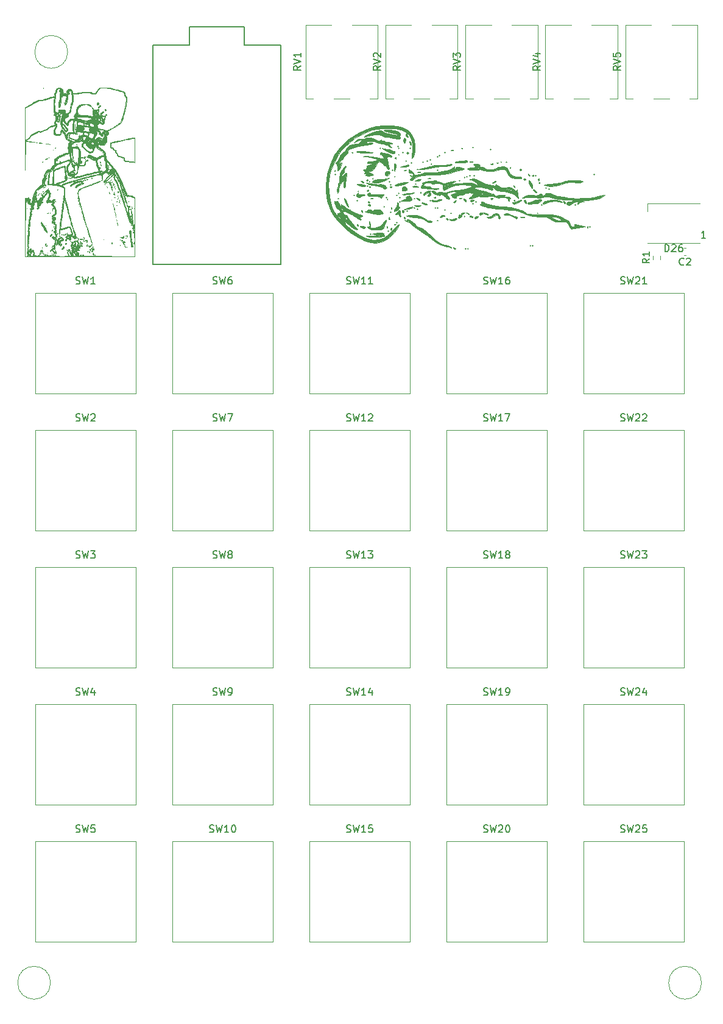
<source format=gbr>
%TF.GenerationSoftware,KiCad,Pcbnew,(5.1.8)-1*%
%TF.CreationDate,2020-11-22T17:19:48-05:00*%
%TF.ProjectId,macro_keyboard_pcb,6d616372-6f5f-46b6-9579-626f6172645f,rev?*%
%TF.SameCoordinates,Original*%
%TF.FileFunction,Legend,Top*%
%TF.FilePolarity,Positive*%
%FSLAX46Y46*%
G04 Gerber Fmt 4.6, Leading zero omitted, Abs format (unit mm)*
G04 Created by KiCad (PCBNEW (5.1.8)-1) date 2020-11-22 17:19:48*
%MOMM*%
%LPD*%
G01*
G04 APERTURE LIST*
%ADD10C,0.010000*%
%ADD11C,0.120000*%
%ADD12C,0.150000*%
G04 APERTURE END LIST*
D10*
%TO.C,G\u002A\u002A\u002A*%
G36*
X93283033Y-75609406D02*
G01*
X93487331Y-75726530D01*
X93453107Y-75802265D01*
X93371709Y-75809929D01*
X93174892Y-75704514D01*
X93146456Y-75666448D01*
X93169818Y-75583970D01*
X93283033Y-75609406D01*
G37*
X93283033Y-75609406D02*
X93487331Y-75726530D01*
X93453107Y-75802265D01*
X93371709Y-75809929D01*
X93174892Y-75704514D01*
X93146456Y-75666448D01*
X93169818Y-75583970D01*
X93283033Y-75609406D01*
G36*
X94959714Y-75737357D02*
G01*
X94887143Y-75809929D01*
X94814571Y-75737357D01*
X94887143Y-75664786D01*
X94959714Y-75737357D01*
G37*
X94959714Y-75737357D02*
X94887143Y-75809929D01*
X94814571Y-75737357D01*
X94887143Y-75664786D01*
X94959714Y-75737357D01*
G36*
X95250000Y-75737357D02*
G01*
X95177429Y-75809929D01*
X95104857Y-75737357D01*
X95177429Y-75664786D01*
X95250000Y-75737357D01*
G37*
X95250000Y-75737357D02*
X95177429Y-75809929D01*
X95104857Y-75737357D01*
X95177429Y-75664786D01*
X95250000Y-75737357D01*
G36*
X86940640Y-71724368D02*
G01*
X87224814Y-71884320D01*
X87560587Y-72116660D01*
X87887990Y-72387144D01*
X87920286Y-72417160D01*
X88218364Y-72665461D01*
X88435517Y-72788812D01*
X88474026Y-72791476D01*
X88682966Y-72839437D01*
X89044756Y-73071892D01*
X89570812Y-73497778D01*
X90272550Y-74126031D01*
X90750571Y-74573417D01*
X91453910Y-75040848D01*
X92021019Y-75229092D01*
X92461899Y-75349391D01*
X92774354Y-75470616D01*
X92864156Y-75534227D01*
X92884888Y-75663193D01*
X92770476Y-75605856D01*
X92598889Y-75540995D01*
X92274571Y-75468716D01*
X91480156Y-75265801D01*
X90800768Y-74938013D01*
X90126345Y-74427959D01*
X89918455Y-74240061D01*
X89756743Y-74109819D01*
X90048254Y-74109819D01*
X90083569Y-74190932D01*
X90229712Y-74346749D01*
X90313730Y-74314785D01*
X90315143Y-74294495D01*
X90212051Y-74171730D01*
X90147574Y-74126926D01*
X90048254Y-74109819D01*
X89756743Y-74109819D01*
X89639588Y-74015464D01*
X89189444Y-73690159D01*
X88642893Y-73317307D01*
X88331970Y-73113585D01*
X87732396Y-72704055D01*
X87350907Y-72392167D01*
X87204897Y-72192792D01*
X87210816Y-72155073D01*
X87216294Y-72046431D01*
X87087346Y-72074152D01*
X86802351Y-72061851D01*
X86611851Y-71963643D01*
X86831714Y-71963643D01*
X86904286Y-72036215D01*
X86976857Y-71963643D01*
X86904286Y-71891072D01*
X86831714Y-71963643D01*
X86611851Y-71963643D01*
X86591822Y-71953318D01*
X86408471Y-71803141D01*
X86459156Y-71794642D01*
X86601524Y-71842809D01*
X86792518Y-71874931D01*
X86766978Y-71758606D01*
X86768038Y-71671049D01*
X86940640Y-71724368D01*
G37*
X86940640Y-71724368D02*
X87224814Y-71884320D01*
X87560587Y-72116660D01*
X87887990Y-72387144D01*
X87920286Y-72417160D01*
X88218364Y-72665461D01*
X88435517Y-72788812D01*
X88474026Y-72791476D01*
X88682966Y-72839437D01*
X89044756Y-73071892D01*
X89570812Y-73497778D01*
X90272550Y-74126031D01*
X90750571Y-74573417D01*
X91453910Y-75040848D01*
X92021019Y-75229092D01*
X92461899Y-75349391D01*
X92774354Y-75470616D01*
X92864156Y-75534227D01*
X92884888Y-75663193D01*
X92770476Y-75605856D01*
X92598889Y-75540995D01*
X92274571Y-75468716D01*
X91480156Y-75265801D01*
X90800768Y-74938013D01*
X90126345Y-74427959D01*
X89918455Y-74240061D01*
X89756743Y-74109819D01*
X90048254Y-74109819D01*
X90083569Y-74190932D01*
X90229712Y-74346749D01*
X90313730Y-74314785D01*
X90315143Y-74294495D01*
X90212051Y-74171730D01*
X90147574Y-74126926D01*
X90048254Y-74109819D01*
X89756743Y-74109819D01*
X89639588Y-74015464D01*
X89189444Y-73690159D01*
X88642893Y-73317307D01*
X88331970Y-73113585D01*
X87732396Y-72704055D01*
X87350907Y-72392167D01*
X87204897Y-72192792D01*
X87210816Y-72155073D01*
X87216294Y-72046431D01*
X87087346Y-72074152D01*
X86802351Y-72061851D01*
X86611851Y-71963643D01*
X86831714Y-71963643D01*
X86904286Y-72036215D01*
X86976857Y-71963643D01*
X86904286Y-71891072D01*
X86831714Y-71963643D01*
X86611851Y-71963643D01*
X86591822Y-71953318D01*
X86408471Y-71803141D01*
X86459156Y-71794642D01*
X86601524Y-71842809D01*
X86792518Y-71874931D01*
X86766978Y-71758606D01*
X86768038Y-71671049D01*
X86940640Y-71724368D01*
G36*
X103958571Y-75301929D02*
G01*
X103886000Y-75374500D01*
X103813428Y-75301929D01*
X103886000Y-75229357D01*
X103958571Y-75301929D01*
G37*
X103958571Y-75301929D02*
X103886000Y-75374500D01*
X103813428Y-75301929D01*
X103886000Y-75229357D01*
X103958571Y-75301929D01*
G36*
X104248857Y-75301929D02*
G01*
X104176286Y-75374500D01*
X104103714Y-75301929D01*
X104176286Y-75229357D01*
X104248857Y-75301929D01*
G37*
X104248857Y-75301929D02*
X104176286Y-75374500D01*
X104103714Y-75301929D01*
X104176286Y-75229357D01*
X104248857Y-75301929D01*
G36*
X84561190Y-58618480D02*
G01*
X85507332Y-58740844D01*
X86324321Y-58974970D01*
X86946287Y-59315844D01*
X87028587Y-59384675D01*
X87450259Y-59935072D01*
X87739719Y-60657749D01*
X87881114Y-61459041D01*
X87858596Y-62245285D01*
X87656312Y-62922817D01*
X87634453Y-62964786D01*
X87520712Y-63163523D01*
X87457647Y-63212035D01*
X87438605Y-63074122D01*
X87456935Y-62713584D01*
X87496287Y-62212927D01*
X87512739Y-61274091D01*
X87376371Y-60548436D01*
X87068073Y-59991488D01*
X86568736Y-59558771D01*
X86286778Y-59397903D01*
X85930548Y-59234318D01*
X85581791Y-59130599D01*
X85159294Y-59073957D01*
X84581846Y-59051601D01*
X84074000Y-59049421D01*
X83231454Y-59067723D01*
X82552671Y-59133995D01*
X81940327Y-59271873D01*
X81297098Y-59504988D01*
X80525658Y-59856973D01*
X80304582Y-59964729D01*
X79587088Y-60383467D01*
X78846672Y-60927654D01*
X78155024Y-61534504D01*
X77583836Y-62141233D01*
X77210409Y-62674500D01*
X76738450Y-63580298D01*
X76396125Y-64311729D01*
X76159420Y-64940711D01*
X76004319Y-65539164D01*
X75906804Y-66179007D01*
X75857193Y-66726883D01*
X75862486Y-67903030D01*
X76037461Y-69052880D01*
X76364281Y-70077534D01*
X76520823Y-70406452D01*
X76704735Y-70711478D01*
X76939448Y-71047405D01*
X77185188Y-71366412D01*
X77402182Y-71620680D01*
X77550655Y-71762389D01*
X77590834Y-71743718D01*
X77551095Y-71645155D01*
X77488418Y-71544563D01*
X78173035Y-71544563D01*
X78195714Y-71600786D01*
X78326141Y-71739250D01*
X78349423Y-71745929D01*
X78411764Y-71633633D01*
X78413428Y-71600786D01*
X78301850Y-71461221D01*
X78259720Y-71455643D01*
X78173035Y-71544563D01*
X77488418Y-71544563D01*
X77374109Y-71361106D01*
X77251505Y-71237446D01*
X77121776Y-71062216D01*
X77130093Y-70874290D01*
X77261512Y-70802579D01*
X77300667Y-70813301D01*
X77468188Y-70769128D01*
X77494190Y-70665706D01*
X77374346Y-70439500D01*
X77240226Y-70363244D01*
X77033255Y-70190962D01*
X77565968Y-70190962D01*
X77601283Y-70272074D01*
X77747426Y-70427892D01*
X77831444Y-70395928D01*
X77832857Y-70375638D01*
X77729765Y-70252873D01*
X77665288Y-70208069D01*
X77565968Y-70190962D01*
X77033255Y-70190962D01*
X77018415Y-70178610D01*
X76833416Y-69843939D01*
X76828988Y-69831482D01*
X76695919Y-69386981D01*
X76694498Y-69185373D01*
X76804460Y-69198267D01*
X76961569Y-69169257D01*
X76994217Y-69109277D01*
X77077501Y-69109498D01*
X77210806Y-69327449D01*
X77241937Y-69398659D01*
X77405755Y-69708248D01*
X77554308Y-69856807D01*
X77568746Y-69859072D01*
X77638969Y-69769108D01*
X77615143Y-69713929D01*
X77566903Y-69578594D01*
X77718580Y-69652707D01*
X78064282Y-69931466D01*
X78383485Y-70168037D01*
X78634117Y-70289892D01*
X78667429Y-70294323D01*
X78836195Y-70373996D01*
X78848857Y-70419924D01*
X78973199Y-70534991D01*
X79286516Y-70694276D01*
X79699242Y-70860260D01*
X80121811Y-70995420D01*
X80344238Y-71046365D01*
X80535298Y-71158622D01*
X80531255Y-71306933D01*
X80336571Y-71362913D01*
X80168605Y-71417090D01*
X80155143Y-71459675D01*
X80268028Y-71613432D01*
X80336571Y-71649803D01*
X80403421Y-71714806D01*
X80286575Y-71734470D01*
X80031112Y-71652697D01*
X79697889Y-71436400D01*
X79633432Y-71383249D01*
X79319879Y-71147249D01*
X79081109Y-71025071D01*
X79049859Y-71020392D01*
X78829277Y-70937146D01*
X78532808Y-70740817D01*
X78222098Y-70575590D01*
X77975412Y-70566260D01*
X77862859Y-70688746D01*
X77954547Y-70918969D01*
X77967493Y-70934983D01*
X78174440Y-71086210D01*
X78284731Y-71082622D01*
X78396293Y-71123785D01*
X78413428Y-71222004D01*
X78507786Y-71429592D01*
X78756216Y-71770933D01*
X79106754Y-72175293D01*
X79139143Y-72209826D01*
X79492905Y-72596865D01*
X79751222Y-72902785D01*
X79863577Y-73067400D01*
X79864857Y-73074454D01*
X79766455Y-73149790D01*
X79513385Y-73066704D01*
X79168856Y-72858598D01*
X78796073Y-72558873D01*
X78680792Y-72448720D01*
X78294299Y-72077973D01*
X78086288Y-71923337D01*
X78044678Y-71981948D01*
X78157388Y-72250937D01*
X78199901Y-72334597D01*
X78462310Y-72658724D01*
X78922125Y-73055083D01*
X79511453Y-73478080D01*
X80162406Y-73882116D01*
X80807092Y-74221595D01*
X81326457Y-74434450D01*
X82096687Y-74588780D01*
X82833802Y-74513700D01*
X83569586Y-74196655D01*
X84335824Y-73625088D01*
X84977253Y-72992156D01*
X85314241Y-72644853D01*
X85560108Y-72421134D01*
X85665734Y-72365325D01*
X85666682Y-72369994D01*
X85564797Y-72703878D01*
X85275481Y-73145635D01*
X84849432Y-73637131D01*
X84337352Y-74120233D01*
X83789942Y-74536806D01*
X83759387Y-74556912D01*
X83147539Y-74822641D01*
X82402486Y-74951673D01*
X81657988Y-74921302D01*
X81635675Y-74917445D01*
X80782464Y-74654322D01*
X79853953Y-74178538D01*
X78906796Y-73535993D01*
X77997646Y-72772587D01*
X77183157Y-71934220D01*
X76519982Y-71066794D01*
X76198437Y-70512214D01*
X75883689Y-69823140D01*
X75673912Y-69190868D01*
X75550650Y-68523750D01*
X75495448Y-67730134D01*
X75487676Y-66982433D01*
X75632955Y-65462301D01*
X76044108Y-64035993D01*
X76706486Y-62722688D01*
X77605438Y-61541565D01*
X78726315Y-60511801D01*
X80054467Y-59652575D01*
X81575243Y-58983066D01*
X81606571Y-58972075D01*
X82544938Y-58729082D01*
X83551769Y-58612888D01*
X84561190Y-58618480D01*
G37*
X84561190Y-58618480D02*
X85507332Y-58740844D01*
X86324321Y-58974970D01*
X86946287Y-59315844D01*
X87028587Y-59384675D01*
X87450259Y-59935072D01*
X87739719Y-60657749D01*
X87881114Y-61459041D01*
X87858596Y-62245285D01*
X87656312Y-62922817D01*
X87634453Y-62964786D01*
X87520712Y-63163523D01*
X87457647Y-63212035D01*
X87438605Y-63074122D01*
X87456935Y-62713584D01*
X87496287Y-62212927D01*
X87512739Y-61274091D01*
X87376371Y-60548436D01*
X87068073Y-59991488D01*
X86568736Y-59558771D01*
X86286778Y-59397903D01*
X85930548Y-59234318D01*
X85581791Y-59130599D01*
X85159294Y-59073957D01*
X84581846Y-59051601D01*
X84074000Y-59049421D01*
X83231454Y-59067723D01*
X82552671Y-59133995D01*
X81940327Y-59271873D01*
X81297098Y-59504988D01*
X80525658Y-59856973D01*
X80304582Y-59964729D01*
X79587088Y-60383467D01*
X78846672Y-60927654D01*
X78155024Y-61534504D01*
X77583836Y-62141233D01*
X77210409Y-62674500D01*
X76738450Y-63580298D01*
X76396125Y-64311729D01*
X76159420Y-64940711D01*
X76004319Y-65539164D01*
X75906804Y-66179007D01*
X75857193Y-66726883D01*
X75862486Y-67903030D01*
X76037461Y-69052880D01*
X76364281Y-70077534D01*
X76520823Y-70406452D01*
X76704735Y-70711478D01*
X76939448Y-71047405D01*
X77185188Y-71366412D01*
X77402182Y-71620680D01*
X77550655Y-71762389D01*
X77590834Y-71743718D01*
X77551095Y-71645155D01*
X77488418Y-71544563D01*
X78173035Y-71544563D01*
X78195714Y-71600786D01*
X78326141Y-71739250D01*
X78349423Y-71745929D01*
X78411764Y-71633633D01*
X78413428Y-71600786D01*
X78301850Y-71461221D01*
X78259720Y-71455643D01*
X78173035Y-71544563D01*
X77488418Y-71544563D01*
X77374109Y-71361106D01*
X77251505Y-71237446D01*
X77121776Y-71062216D01*
X77130093Y-70874290D01*
X77261512Y-70802579D01*
X77300667Y-70813301D01*
X77468188Y-70769128D01*
X77494190Y-70665706D01*
X77374346Y-70439500D01*
X77240226Y-70363244D01*
X77033255Y-70190962D01*
X77565968Y-70190962D01*
X77601283Y-70272074D01*
X77747426Y-70427892D01*
X77831444Y-70395928D01*
X77832857Y-70375638D01*
X77729765Y-70252873D01*
X77665288Y-70208069D01*
X77565968Y-70190962D01*
X77033255Y-70190962D01*
X77018415Y-70178610D01*
X76833416Y-69843939D01*
X76828988Y-69831482D01*
X76695919Y-69386981D01*
X76694498Y-69185373D01*
X76804460Y-69198267D01*
X76961569Y-69169257D01*
X76994217Y-69109277D01*
X77077501Y-69109498D01*
X77210806Y-69327449D01*
X77241937Y-69398659D01*
X77405755Y-69708248D01*
X77554308Y-69856807D01*
X77568746Y-69859072D01*
X77638969Y-69769108D01*
X77615143Y-69713929D01*
X77566903Y-69578594D01*
X77718580Y-69652707D01*
X78064282Y-69931466D01*
X78383485Y-70168037D01*
X78634117Y-70289892D01*
X78667429Y-70294323D01*
X78836195Y-70373996D01*
X78848857Y-70419924D01*
X78973199Y-70534991D01*
X79286516Y-70694276D01*
X79699242Y-70860260D01*
X80121811Y-70995420D01*
X80344238Y-71046365D01*
X80535298Y-71158622D01*
X80531255Y-71306933D01*
X80336571Y-71362913D01*
X80168605Y-71417090D01*
X80155143Y-71459675D01*
X80268028Y-71613432D01*
X80336571Y-71649803D01*
X80403421Y-71714806D01*
X80286575Y-71734470D01*
X80031112Y-71652697D01*
X79697889Y-71436400D01*
X79633432Y-71383249D01*
X79319879Y-71147249D01*
X79081109Y-71025071D01*
X79049859Y-71020392D01*
X78829277Y-70937146D01*
X78532808Y-70740817D01*
X78222098Y-70575590D01*
X77975412Y-70566260D01*
X77862859Y-70688746D01*
X77954547Y-70918969D01*
X77967493Y-70934983D01*
X78174440Y-71086210D01*
X78284731Y-71082622D01*
X78396293Y-71123785D01*
X78413428Y-71222004D01*
X78507786Y-71429592D01*
X78756216Y-71770933D01*
X79106754Y-72175293D01*
X79139143Y-72209826D01*
X79492905Y-72596865D01*
X79751222Y-72902785D01*
X79863577Y-73067400D01*
X79864857Y-73074454D01*
X79766455Y-73149790D01*
X79513385Y-73066704D01*
X79168856Y-72858598D01*
X78796073Y-72558873D01*
X78680792Y-72448720D01*
X78294299Y-72077973D01*
X78086288Y-71923337D01*
X78044678Y-71981948D01*
X78157388Y-72250937D01*
X78199901Y-72334597D01*
X78462310Y-72658724D01*
X78922125Y-73055083D01*
X79511453Y-73478080D01*
X80162406Y-73882116D01*
X80807092Y-74221595D01*
X81326457Y-74434450D01*
X82096687Y-74588780D01*
X82833802Y-74513700D01*
X83569586Y-74196655D01*
X84335824Y-73625088D01*
X84977253Y-72992156D01*
X85314241Y-72644853D01*
X85560108Y-72421134D01*
X85665734Y-72365325D01*
X85666682Y-72369994D01*
X85564797Y-72703878D01*
X85275481Y-73145635D01*
X84849432Y-73637131D01*
X84337352Y-74120233D01*
X83789942Y-74536806D01*
X83759387Y-74556912D01*
X83147539Y-74822641D01*
X82402486Y-74951673D01*
X81657988Y-74921302D01*
X81635675Y-74917445D01*
X80782464Y-74654322D01*
X79853953Y-74178538D01*
X78906796Y-73535993D01*
X77997646Y-72772587D01*
X77183157Y-71934220D01*
X76519982Y-71066794D01*
X76198437Y-70512214D01*
X75883689Y-69823140D01*
X75673912Y-69190868D01*
X75550650Y-68523750D01*
X75495448Y-67730134D01*
X75487676Y-66982433D01*
X75632955Y-65462301D01*
X76044108Y-64035993D01*
X76706486Y-62722688D01*
X77605438Y-61541565D01*
X78726315Y-60511801D01*
X80054467Y-59652575D01*
X81575243Y-58983066D01*
X81606571Y-58972075D01*
X82544938Y-58729082D01*
X83551769Y-58612888D01*
X84561190Y-58618480D01*
G36*
X83194277Y-73519192D02*
G01*
X83493848Y-73640422D01*
X83553888Y-73726131D01*
X83599321Y-73963490D01*
X83577546Y-74032478D01*
X83378731Y-74091829D01*
X82980817Y-74130819D01*
X82474369Y-74148088D01*
X81949950Y-74142275D01*
X81498125Y-74112019D01*
X81243714Y-74067544D01*
X81041825Y-73998302D01*
X81082929Y-73974873D01*
X81386561Y-73993141D01*
X81534000Y-74006344D01*
X81999936Y-74018015D01*
X82177497Y-73995643D01*
X82767714Y-73995643D01*
X82840286Y-74068215D01*
X82912857Y-73995643D01*
X82840286Y-73923072D01*
X82767714Y-73995643D01*
X82177497Y-73995643D01*
X82366512Y-73971828D01*
X82477428Y-73928015D01*
X82571112Y-73826310D01*
X83106381Y-73826310D01*
X83126305Y-73912597D01*
X83203143Y-73923072D01*
X83322612Y-73869966D01*
X83299905Y-73826310D01*
X83127654Y-73808939D01*
X83106381Y-73826310D01*
X82571112Y-73826310D01*
X82572814Y-73824463D01*
X82423839Y-73775983D01*
X82259714Y-73765683D01*
X81970043Y-73749097D01*
X81954753Y-73713240D01*
X82187143Y-73632786D01*
X82733536Y-73514927D01*
X83194277Y-73519192D01*
G37*
X83194277Y-73519192D02*
X83493848Y-73640422D01*
X83553888Y-73726131D01*
X83599321Y-73963490D01*
X83577546Y-74032478D01*
X83378731Y-74091829D01*
X82980817Y-74130819D01*
X82474369Y-74148088D01*
X81949950Y-74142275D01*
X81498125Y-74112019D01*
X81243714Y-74067544D01*
X81041825Y-73998302D01*
X81082929Y-73974873D01*
X81386561Y-73993141D01*
X81534000Y-74006344D01*
X81999936Y-74018015D01*
X82177497Y-73995643D01*
X82767714Y-73995643D01*
X82840286Y-74068215D01*
X82912857Y-73995643D01*
X82840286Y-73923072D01*
X82767714Y-73995643D01*
X82177497Y-73995643D01*
X82366512Y-73971828D01*
X82477428Y-73928015D01*
X82571112Y-73826310D01*
X83106381Y-73826310D01*
X83126305Y-73912597D01*
X83203143Y-73923072D01*
X83322612Y-73869966D01*
X83299905Y-73826310D01*
X83127654Y-73808939D01*
X83106381Y-73826310D01*
X82571112Y-73826310D01*
X82572814Y-73824463D01*
X82423839Y-73775983D01*
X82259714Y-73765683D01*
X81970043Y-73749097D01*
X81954753Y-73713240D01*
X82187143Y-73632786D01*
X82733536Y-73514927D01*
X83194277Y-73519192D01*
G36*
X81751714Y-73705357D02*
G01*
X81679143Y-73777929D01*
X81606571Y-73705357D01*
X81679143Y-73632786D01*
X81751714Y-73705357D01*
G37*
X81751714Y-73705357D02*
X81679143Y-73777929D01*
X81606571Y-73705357D01*
X81679143Y-73632786D01*
X81751714Y-73705357D01*
G36*
X84219143Y-73269929D02*
G01*
X84146571Y-73342500D01*
X84074000Y-73269929D01*
X84146571Y-73197357D01*
X84219143Y-73269929D01*
G37*
X84219143Y-73269929D02*
X84146571Y-73342500D01*
X84074000Y-73269929D01*
X84146571Y-73197357D01*
X84219143Y-73269929D01*
G36*
X83868700Y-71782534D02*
G01*
X83869434Y-71958427D01*
X83752539Y-72144182D01*
X83590865Y-72450028D01*
X83571168Y-72652495D01*
X83553873Y-72877575D01*
X83381193Y-73020546D01*
X83006282Y-73102440D01*
X82484978Y-73140117D01*
X81864425Y-73119723D01*
X81450721Y-73003118D01*
X81402864Y-72972643D01*
X81219073Y-72811298D01*
X81270994Y-72718810D01*
X81365545Y-72678219D01*
X81536574Y-72498387D01*
X81529629Y-72202511D01*
X81485350Y-71948850D01*
X81516796Y-71965824D01*
X81598616Y-72145233D01*
X81676557Y-72495156D01*
X81650724Y-72711078D01*
X81631975Y-72849880D01*
X81758650Y-72904059D01*
X82090682Y-72889125D01*
X82266471Y-72870444D01*
X82826211Y-72742329D01*
X83238632Y-72464370D01*
X83595770Y-71971587D01*
X83633468Y-71905345D01*
X83787419Y-71762217D01*
X83868700Y-71782534D01*
G37*
X83868700Y-71782534D02*
X83869434Y-71958427D01*
X83752539Y-72144182D01*
X83590865Y-72450028D01*
X83571168Y-72652495D01*
X83553873Y-72877575D01*
X83381193Y-73020546D01*
X83006282Y-73102440D01*
X82484978Y-73140117D01*
X81864425Y-73119723D01*
X81450721Y-73003118D01*
X81402864Y-72972643D01*
X81219073Y-72811298D01*
X81270994Y-72718810D01*
X81365545Y-72678219D01*
X81536574Y-72498387D01*
X81529629Y-72202511D01*
X81485350Y-71948850D01*
X81516796Y-71965824D01*
X81598616Y-72145233D01*
X81676557Y-72495156D01*
X81650724Y-72711078D01*
X81631975Y-72849880D01*
X81758650Y-72904059D01*
X82090682Y-72889125D01*
X82266471Y-72870444D01*
X82826211Y-72742329D01*
X83238632Y-72464370D01*
X83595770Y-71971587D01*
X83633468Y-71905345D01*
X83787419Y-71762217D01*
X83868700Y-71782534D01*
G36*
X84652907Y-73019367D02*
G01*
X84654571Y-73052215D01*
X84542992Y-73191780D01*
X84500863Y-73197357D01*
X84414178Y-73108437D01*
X84436857Y-73052215D01*
X84567283Y-72913751D01*
X84590566Y-72907072D01*
X84652907Y-73019367D01*
G37*
X84652907Y-73019367D02*
X84654571Y-73052215D01*
X84542992Y-73191780D01*
X84500863Y-73197357D01*
X84414178Y-73108437D01*
X84436857Y-73052215D01*
X84567283Y-72913751D01*
X84590566Y-72907072D01*
X84652907Y-73019367D01*
G36*
X80548486Y-72642148D02*
G01*
X80557843Y-72642860D01*
X80863964Y-72704474D01*
X80984738Y-72807177D01*
X80982402Y-72820150D01*
X80811616Y-72991571D01*
X80514772Y-72917478D01*
X80374655Y-72824653D01*
X80201053Y-72678562D01*
X80247670Y-72628968D01*
X80548486Y-72642148D01*
G37*
X80548486Y-72642148D02*
X80557843Y-72642860D01*
X80863964Y-72704474D01*
X80984738Y-72807177D01*
X80982402Y-72820150D01*
X80811616Y-72991571D01*
X80514772Y-72917478D01*
X80374655Y-72824653D01*
X80201053Y-72678562D01*
X80247670Y-72628968D01*
X80548486Y-72642148D01*
G36*
X97231614Y-69277212D02*
G01*
X97619153Y-69436595D01*
X97666211Y-69457968D01*
X98323650Y-69678762D01*
X99183227Y-69824135D01*
X99749428Y-69874979D01*
X100384217Y-69924470D01*
X100933752Y-69977327D01*
X101316211Y-70025234D01*
X101419137Y-70044712D01*
X102119533Y-70231560D01*
X102593877Y-70381990D01*
X102900383Y-70518396D01*
X103097263Y-70663174D01*
X103138937Y-70706339D01*
X103268047Y-70813858D01*
X103461209Y-70889809D01*
X103767528Y-70940369D01*
X104236108Y-70971716D01*
X104916054Y-70990027D01*
X105452546Y-70997400D01*
X106273135Y-71008983D01*
X106868881Y-71029566D01*
X107305225Y-71069903D01*
X107647605Y-71140749D01*
X107961460Y-71252859D01*
X108312229Y-71416987D01*
X108462559Y-71492092D01*
X108966113Y-71761912D01*
X109254149Y-71971160D01*
X109380447Y-72167632D01*
X109401429Y-72326500D01*
X109478755Y-72622415D01*
X109748430Y-72738415D01*
X109994202Y-72734999D01*
X110019223Y-72593205D01*
X110003343Y-72547496D01*
X109990726Y-72373361D01*
X110164342Y-72381842D01*
X110468299Y-72456880D01*
X110899232Y-72548258D01*
X110998000Y-72567558D01*
X111578571Y-72678950D01*
X110925429Y-72769989D01*
X110421885Y-72852818D01*
X109970217Y-72947272D01*
X109872390Y-72972544D01*
X109600328Y-73016732D01*
X109429617Y-72911573D01*
X109268669Y-72596027D01*
X109253585Y-72560138D01*
X109120016Y-72266843D01*
X108974818Y-72098769D01*
X108742183Y-72024927D01*
X108346306Y-72014329D01*
X107950000Y-72027255D01*
X107411963Y-72005613D01*
X107000718Y-71863350D01*
X106724373Y-71682407D01*
X106427479Y-71488989D01*
X106122704Y-71376488D01*
X105743079Y-71327272D01*
X106901989Y-71327272D01*
X106909471Y-71400073D01*
X107137605Y-71589747D01*
X107151714Y-71600786D01*
X107487340Y-71790890D01*
X107829672Y-71881036D01*
X108086206Y-71858336D01*
X108167714Y-71742336D01*
X108040878Y-71582618D01*
X107729789Y-71431752D01*
X107338578Y-71331775D01*
X107105980Y-71313728D01*
X106901989Y-71327272D01*
X105743079Y-71327272D01*
X105717655Y-71323976D01*
X105119937Y-71310523D01*
X105082528Y-71310500D01*
X104390223Y-71287980D01*
X103860855Y-71204406D01*
X103369444Y-71035757D01*
X103159165Y-70940824D01*
X102761946Y-70757474D01*
X102426378Y-70623828D01*
X102088636Y-70526812D01*
X101684898Y-70453350D01*
X101151340Y-70390366D01*
X100424137Y-70324784D01*
X99967143Y-70286864D01*
X99269360Y-70223628D01*
X98666102Y-70158031D01*
X98222941Y-70097928D01*
X98007714Y-70052160D01*
X97671777Y-69943450D01*
X97520518Y-69908386D01*
X97239877Y-69823896D01*
X97003078Y-69708666D01*
X96898497Y-69617167D01*
X97475524Y-69617167D01*
X97495447Y-69703454D01*
X97572286Y-69713929D01*
X97691755Y-69660823D01*
X97669048Y-69617167D01*
X97496797Y-69599796D01*
X97475524Y-69617167D01*
X96898497Y-69617167D01*
X96889873Y-69609622D01*
X96950873Y-69573200D01*
X97062117Y-69464308D01*
X97044799Y-69352628D01*
X97053636Y-69251507D01*
X97231614Y-69277212D01*
G37*
X97231614Y-69277212D02*
X97619153Y-69436595D01*
X97666211Y-69457968D01*
X98323650Y-69678762D01*
X99183227Y-69824135D01*
X99749428Y-69874979D01*
X100384217Y-69924470D01*
X100933752Y-69977327D01*
X101316211Y-70025234D01*
X101419137Y-70044712D01*
X102119533Y-70231560D01*
X102593877Y-70381990D01*
X102900383Y-70518396D01*
X103097263Y-70663174D01*
X103138937Y-70706339D01*
X103268047Y-70813858D01*
X103461209Y-70889809D01*
X103767528Y-70940369D01*
X104236108Y-70971716D01*
X104916054Y-70990027D01*
X105452546Y-70997400D01*
X106273135Y-71008983D01*
X106868881Y-71029566D01*
X107305225Y-71069903D01*
X107647605Y-71140749D01*
X107961460Y-71252859D01*
X108312229Y-71416987D01*
X108462559Y-71492092D01*
X108966113Y-71761912D01*
X109254149Y-71971160D01*
X109380447Y-72167632D01*
X109401429Y-72326500D01*
X109478755Y-72622415D01*
X109748430Y-72738415D01*
X109994202Y-72734999D01*
X110019223Y-72593205D01*
X110003343Y-72547496D01*
X109990726Y-72373361D01*
X110164342Y-72381842D01*
X110468299Y-72456880D01*
X110899232Y-72548258D01*
X110998000Y-72567558D01*
X111578571Y-72678950D01*
X110925429Y-72769989D01*
X110421885Y-72852818D01*
X109970217Y-72947272D01*
X109872390Y-72972544D01*
X109600328Y-73016732D01*
X109429617Y-72911573D01*
X109268669Y-72596027D01*
X109253585Y-72560138D01*
X109120016Y-72266843D01*
X108974818Y-72098769D01*
X108742183Y-72024927D01*
X108346306Y-72014329D01*
X107950000Y-72027255D01*
X107411963Y-72005613D01*
X107000718Y-71863350D01*
X106724373Y-71682407D01*
X106427479Y-71488989D01*
X106122704Y-71376488D01*
X105743079Y-71327272D01*
X106901989Y-71327272D01*
X106909471Y-71400073D01*
X107137605Y-71589747D01*
X107151714Y-71600786D01*
X107487340Y-71790890D01*
X107829672Y-71881036D01*
X108086206Y-71858336D01*
X108167714Y-71742336D01*
X108040878Y-71582618D01*
X107729789Y-71431752D01*
X107338578Y-71331775D01*
X107105980Y-71313728D01*
X106901989Y-71327272D01*
X105743079Y-71327272D01*
X105717655Y-71323976D01*
X105119937Y-71310523D01*
X105082528Y-71310500D01*
X104390223Y-71287980D01*
X103860855Y-71204406D01*
X103369444Y-71035757D01*
X103159165Y-70940824D01*
X102761946Y-70757474D01*
X102426378Y-70623828D01*
X102088636Y-70526812D01*
X101684898Y-70453350D01*
X101151340Y-70390366D01*
X100424137Y-70324784D01*
X99967143Y-70286864D01*
X99269360Y-70223628D01*
X98666102Y-70158031D01*
X98222941Y-70097928D01*
X98007714Y-70052160D01*
X97671777Y-69943450D01*
X97520518Y-69908386D01*
X97239877Y-69823896D01*
X97003078Y-69708666D01*
X96898497Y-69617167D01*
X97475524Y-69617167D01*
X97495447Y-69703454D01*
X97572286Y-69713929D01*
X97691755Y-69660823D01*
X97669048Y-69617167D01*
X97496797Y-69599796D01*
X97475524Y-69617167D01*
X96898497Y-69617167D01*
X96889873Y-69609622D01*
X96950873Y-69573200D01*
X97062117Y-69464308D01*
X97044799Y-69352628D01*
X97053636Y-69251507D01*
X97231614Y-69277212D01*
G36*
X84025619Y-72665167D02*
G01*
X84042990Y-72837418D01*
X84025619Y-72858691D01*
X83939332Y-72838767D01*
X83928857Y-72761929D01*
X83981963Y-72642460D01*
X84025619Y-72665167D01*
G37*
X84025619Y-72665167D02*
X84042990Y-72837418D01*
X84025619Y-72858691D01*
X83939332Y-72838767D01*
X83928857Y-72761929D01*
X83981963Y-72642460D01*
X84025619Y-72665167D01*
G36*
X111893048Y-72665167D02*
G01*
X111910418Y-72837418D01*
X111893048Y-72858691D01*
X111806760Y-72838767D01*
X111796286Y-72761929D01*
X111849391Y-72642460D01*
X111893048Y-72665167D01*
G37*
X111893048Y-72665167D02*
X111910418Y-72837418D01*
X111893048Y-72858691D01*
X111806760Y-72838767D01*
X111796286Y-72761929D01*
X111849391Y-72642460D01*
X111893048Y-72665167D01*
G36*
X112231714Y-72689357D02*
G01*
X112159143Y-72761929D01*
X112086571Y-72689357D01*
X112159143Y-72616786D01*
X112231714Y-72689357D01*
G37*
X112231714Y-72689357D02*
X112159143Y-72761929D01*
X112086571Y-72689357D01*
X112159143Y-72616786D01*
X112231714Y-72689357D01*
G36*
X80004093Y-72431861D02*
G01*
X80010000Y-72471643D01*
X79960479Y-72613012D01*
X79945994Y-72616786D01*
X79822076Y-72515079D01*
X79792286Y-72471643D01*
X79803793Y-72337896D01*
X79856291Y-72326500D01*
X80004093Y-72431861D01*
G37*
X80004093Y-72431861D02*
X80010000Y-72471643D01*
X79960479Y-72613012D01*
X79945994Y-72616786D01*
X79822076Y-72515079D01*
X79792286Y-72471643D01*
X79803793Y-72337896D01*
X79856291Y-72326500D01*
X80004093Y-72431861D01*
G36*
X85186762Y-72374881D02*
G01*
X85166838Y-72461168D01*
X85090000Y-72471643D01*
X84970531Y-72418538D01*
X84993238Y-72374881D01*
X85165489Y-72357510D01*
X85186762Y-72374881D01*
G37*
X85186762Y-72374881D02*
X85166838Y-72461168D01*
X85090000Y-72471643D01*
X84970531Y-72418538D01*
X84993238Y-72374881D01*
X85165489Y-72357510D01*
X85186762Y-72374881D01*
G36*
X85380286Y-72108786D02*
G01*
X85307714Y-72181357D01*
X85235143Y-72108786D01*
X85307714Y-72036215D01*
X85380286Y-72108786D01*
G37*
X85380286Y-72108786D02*
X85307714Y-72181357D01*
X85235143Y-72108786D01*
X85307714Y-72036215D01*
X85380286Y-72108786D01*
G36*
X88113598Y-71137498D02*
G01*
X88594210Y-71235775D01*
X88993431Y-71423300D01*
X89282431Y-71625492D01*
X89655928Y-71822574D01*
X89980425Y-71891072D01*
X90215062Y-71939437D01*
X90242571Y-72036215D01*
X90111240Y-72156103D01*
X89883987Y-72128930D01*
X89734571Y-72076632D01*
X89463188Y-71937208D01*
X89135273Y-71727853D01*
X88639551Y-71523944D01*
X87882075Y-71418953D01*
X87791964Y-71413983D01*
X87215152Y-71363919D01*
X86834512Y-71290406D01*
X86668805Y-71210636D01*
X86736794Y-71141802D01*
X87057242Y-71101099D01*
X87447910Y-71098695D01*
X88113598Y-71137498D01*
G37*
X88113598Y-71137498D02*
X88594210Y-71235775D01*
X88993431Y-71423300D01*
X89282431Y-71625492D01*
X89655928Y-71822574D01*
X89980425Y-71891072D01*
X90215062Y-71939437D01*
X90242571Y-72036215D01*
X90111240Y-72156103D01*
X89883987Y-72128930D01*
X89734571Y-72076632D01*
X89463188Y-71937208D01*
X89135273Y-71727853D01*
X88639551Y-71523944D01*
X87882075Y-71418953D01*
X87791964Y-71413983D01*
X87215152Y-71363919D01*
X86834512Y-71290406D01*
X86668805Y-71210636D01*
X86736794Y-71141802D01*
X87057242Y-71101099D01*
X87447910Y-71098695D01*
X88113598Y-71137498D01*
G36*
X91040857Y-71818500D02*
G01*
X90968286Y-71891072D01*
X90895714Y-71818500D01*
X90968286Y-71745929D01*
X91040857Y-71818500D01*
G37*
X91040857Y-71818500D02*
X90968286Y-71891072D01*
X90895714Y-71818500D01*
X90968286Y-71745929D01*
X91040857Y-71818500D01*
G36*
X93653429Y-71588850D02*
G01*
X93532428Y-71765550D01*
X93252062Y-71861600D01*
X92936285Y-71859564D01*
X92709050Y-71742006D01*
X92696140Y-71723503D01*
X92679076Y-71623221D01*
X92747966Y-71651970D01*
X92987325Y-71676001D01*
X93278392Y-71605417D01*
X93547641Y-71541563D01*
X93653429Y-71588850D01*
G37*
X93653429Y-71588850D02*
X93532428Y-71765550D01*
X93252062Y-71861600D01*
X92936285Y-71859564D01*
X92709050Y-71742006D01*
X92696140Y-71723503D01*
X92679076Y-71623221D01*
X92747966Y-71651970D01*
X92987325Y-71676001D01*
X93278392Y-71605417D01*
X93547641Y-71541563D01*
X93653429Y-71588850D01*
G36*
X84318292Y-71428429D02*
G01*
X84335595Y-71655270D01*
X84306833Y-71706619D01*
X84240864Y-71663332D01*
X84230601Y-71516119D01*
X84266048Y-71361247D01*
X84318292Y-71428429D01*
G37*
X84318292Y-71428429D02*
X84335595Y-71655270D01*
X84306833Y-71706619D01*
X84240864Y-71663332D01*
X84230601Y-71516119D01*
X84266048Y-71361247D01*
X84318292Y-71428429D01*
G36*
X92347143Y-71528215D02*
G01*
X92485607Y-71658641D01*
X92492286Y-71681923D01*
X92379990Y-71744265D01*
X92347143Y-71745929D01*
X92207577Y-71634350D01*
X92202000Y-71592220D01*
X92290920Y-71505536D01*
X92347143Y-71528215D01*
G37*
X92347143Y-71528215D02*
X92485607Y-71658641D01*
X92492286Y-71681923D01*
X92379990Y-71744265D01*
X92347143Y-71745929D01*
X92207577Y-71634350D01*
X92202000Y-71592220D01*
X92290920Y-71505536D01*
X92347143Y-71528215D01*
G36*
X86373860Y-71369212D02*
G01*
X86529677Y-71515355D01*
X86497714Y-71599373D01*
X86477423Y-71600786D01*
X86354659Y-71497694D01*
X86309854Y-71433217D01*
X86292747Y-71333897D01*
X86373860Y-71369212D01*
G37*
X86373860Y-71369212D02*
X86529677Y-71515355D01*
X86497714Y-71599373D01*
X86477423Y-71600786D01*
X86354659Y-71497694D01*
X86309854Y-71433217D01*
X86292747Y-71333897D01*
X86373860Y-71369212D01*
G36*
X94227509Y-71072719D02*
G01*
X94331816Y-71133036D01*
X94372843Y-71261197D01*
X94169963Y-71398206D01*
X93933870Y-71485251D01*
X93884256Y-71397794D01*
X93907646Y-71287606D01*
X94023244Y-71052767D01*
X94227509Y-71072719D01*
G37*
X94227509Y-71072719D02*
X94331816Y-71133036D01*
X94372843Y-71261197D01*
X94169963Y-71398206D01*
X93933870Y-71485251D01*
X93884256Y-71397794D01*
X93907646Y-71287606D01*
X94023244Y-71052767D01*
X94227509Y-71072719D01*
G36*
X96675921Y-71379299D02*
G01*
X96471843Y-71512686D01*
X96212221Y-71593248D01*
X96126396Y-71539566D01*
X96120857Y-71472571D01*
X96241649Y-71337057D01*
X96411143Y-71268445D01*
X96656535Y-71265128D01*
X96675921Y-71379299D01*
G37*
X96675921Y-71379299D02*
X96471843Y-71512686D01*
X96212221Y-71593248D01*
X96126396Y-71539566D01*
X96120857Y-71472571D01*
X96241649Y-71337057D01*
X96411143Y-71268445D01*
X96656535Y-71265128D01*
X96675921Y-71379299D01*
G36*
X99488571Y-70983138D02*
G01*
X99555353Y-71056500D01*
X99682297Y-71355722D01*
X99667667Y-71562119D01*
X99591443Y-71600786D01*
X99472716Y-71483643D01*
X99459143Y-71391638D01*
X99369514Y-71134520D01*
X99139491Y-71097851D01*
X98827371Y-71290449D01*
X98822186Y-71295294D01*
X98421538Y-71560199D01*
X98046294Y-71553713D01*
X97883361Y-71471563D01*
X97822673Y-71380513D01*
X98034669Y-71347246D01*
X98085153Y-71346786D01*
X98426460Y-71267799D01*
X98615861Y-71110929D01*
X98854330Y-70928182D01*
X99193993Y-70882761D01*
X99488571Y-70983138D01*
G37*
X99488571Y-70983138D02*
X99555353Y-71056500D01*
X99682297Y-71355722D01*
X99667667Y-71562119D01*
X99591443Y-71600786D01*
X99472716Y-71483643D01*
X99459143Y-71391638D01*
X99369514Y-71134520D01*
X99139491Y-71097851D01*
X98827371Y-71290449D01*
X98822186Y-71295294D01*
X98421538Y-71560199D01*
X98046294Y-71553713D01*
X97883361Y-71471563D01*
X97822673Y-71380513D01*
X98034669Y-71347246D01*
X98085153Y-71346786D01*
X98426460Y-71267799D01*
X98615861Y-71110929D01*
X98854330Y-70928182D01*
X99193993Y-70882761D01*
X99488571Y-70983138D01*
G36*
X100941178Y-70936912D02*
G01*
X101244492Y-71062193D01*
X101281973Y-71088170D01*
X101607377Y-71259779D01*
X101817714Y-71305884D01*
X102033248Y-71378387D01*
X102071714Y-71455643D01*
X102062097Y-71561379D01*
X101989250Y-71579466D01*
X101787183Y-71494685D01*
X101412975Y-71303735D01*
X100983797Y-71131837D01*
X100603985Y-71060309D01*
X100511428Y-71065893D01*
X100259183Y-71065788D01*
X100184857Y-71000087D01*
X100304510Y-70897281D01*
X100592233Y-70879082D01*
X100941178Y-70936912D01*
G37*
X100941178Y-70936912D02*
X101244492Y-71062193D01*
X101281973Y-71088170D01*
X101607377Y-71259779D01*
X101817714Y-71305884D01*
X102033248Y-71378387D01*
X102071714Y-71455643D01*
X102062097Y-71561379D01*
X101989250Y-71579466D01*
X101787183Y-71494685D01*
X101412975Y-71303735D01*
X100983797Y-71131837D01*
X100603985Y-71060309D01*
X100511428Y-71065893D01*
X100259183Y-71065788D01*
X100184857Y-71000087D01*
X100304510Y-70897281D01*
X100592233Y-70879082D01*
X100941178Y-70936912D01*
G36*
X92006979Y-71214570D02*
G01*
X92031405Y-71308246D01*
X91988472Y-71279321D01*
X91785583Y-71257297D01*
X91585551Y-71329701D01*
X91375893Y-71411877D01*
X91354350Y-71313979D01*
X91358503Y-71300990D01*
X91538660Y-71122281D01*
X91809691Y-71089491D01*
X92006979Y-71214570D01*
G37*
X92006979Y-71214570D02*
X92031405Y-71308246D01*
X91988472Y-71279321D01*
X91785583Y-71257297D01*
X91585551Y-71329701D01*
X91375893Y-71411877D01*
X91354350Y-71313979D01*
X91358503Y-71300990D01*
X91538660Y-71122281D01*
X91809691Y-71089491D01*
X92006979Y-71214570D01*
G36*
X95846496Y-71250520D02*
G01*
X95903143Y-71310500D01*
X95871867Y-71436080D01*
X95775132Y-71455643D01*
X95524361Y-71370481D01*
X95467714Y-71310500D01*
X95498990Y-71184921D01*
X95595725Y-71165357D01*
X95846496Y-71250520D01*
G37*
X95846496Y-71250520D02*
X95903143Y-71310500D01*
X95871867Y-71436080D01*
X95775132Y-71455643D01*
X95524361Y-71370481D01*
X95467714Y-71310500D01*
X95498990Y-71184921D01*
X95595725Y-71165357D01*
X95846496Y-71250520D01*
G36*
X103051428Y-71355592D02*
G01*
X103096601Y-71397662D01*
X102895905Y-71420566D01*
X102797428Y-71421970D01*
X102533368Y-71406837D01*
X102502247Y-71369162D01*
X102543428Y-71355592D01*
X102911544Y-71333020D01*
X103051428Y-71355592D01*
G37*
X103051428Y-71355592D02*
X103096601Y-71397662D01*
X102895905Y-71420566D01*
X102797428Y-71421970D01*
X102533368Y-71406837D01*
X102502247Y-71369162D01*
X102543428Y-71355592D01*
X102911544Y-71333020D01*
X103051428Y-71355592D01*
G36*
X85794332Y-70547923D02*
G01*
X85774851Y-70621072D01*
X85780968Y-70893360D01*
X85840434Y-71056500D01*
X85894853Y-71268212D01*
X85836350Y-71310500D01*
X85672730Y-71194974D01*
X85619023Y-71095233D01*
X85436907Y-70950075D01*
X85276923Y-70974701D01*
X85112878Y-71020264D01*
X85140056Y-70936799D01*
X85293924Y-70754540D01*
X85551560Y-70518769D01*
X85738426Y-70444329D01*
X85794332Y-70547923D01*
G37*
X85794332Y-70547923D02*
X85774851Y-70621072D01*
X85780968Y-70893360D01*
X85840434Y-71056500D01*
X85894853Y-71268212D01*
X85836350Y-71310500D01*
X85672730Y-71194974D01*
X85619023Y-71095233D01*
X85436907Y-70950075D01*
X85276923Y-70974701D01*
X85112878Y-71020264D01*
X85140056Y-70936799D01*
X85293924Y-70754540D01*
X85551560Y-70518769D01*
X85738426Y-70444329D01*
X85794332Y-70547923D01*
G36*
X94814571Y-71237929D02*
G01*
X94742000Y-71310500D01*
X94669429Y-71237929D01*
X94742000Y-71165357D01*
X94814571Y-71237929D01*
G37*
X94814571Y-71237929D02*
X94742000Y-71310500D01*
X94669429Y-71237929D01*
X94742000Y-71165357D01*
X94814571Y-71237929D01*
G36*
X97379638Y-70757453D02*
G01*
X97744855Y-70834483D01*
X97961142Y-70966557D01*
X97976002Y-70995021D01*
X97982530Y-71112351D01*
X97830717Y-71055394D01*
X97733221Y-70996394D01*
X97434544Y-70879167D01*
X97147961Y-70979654D01*
X97136857Y-70986531D01*
X96917829Y-71092707D01*
X96849139Y-71004338D01*
X96846571Y-70940111D01*
X96920135Y-70789054D01*
X97182563Y-70746703D01*
X97379638Y-70757453D01*
G37*
X97379638Y-70757453D02*
X97744855Y-70834483D01*
X97961142Y-70966557D01*
X97976002Y-70995021D01*
X97982530Y-71112351D01*
X97830717Y-71055394D01*
X97733221Y-70996394D01*
X97434544Y-70879167D01*
X97147961Y-70979654D01*
X97136857Y-70986531D01*
X96917829Y-71092707D01*
X96849139Y-71004338D01*
X96846571Y-70940111D01*
X96920135Y-70789054D01*
X97182563Y-70746703D01*
X97379638Y-70757453D01*
G36*
X83054865Y-70364903D02*
G01*
X83306541Y-70571879D01*
X83403267Y-70802471D01*
X83285974Y-70922981D01*
X83257012Y-70934736D01*
X82802741Y-71002789D01*
X82151033Y-70954220D01*
X81388857Y-70799191D01*
X81049766Y-70695997D01*
X80925077Y-70622486D01*
X80998280Y-70598719D01*
X81221056Y-70537348D01*
X81243714Y-70439643D01*
X81295100Y-70332016D01*
X81525434Y-70294500D01*
X81788234Y-70337452D01*
X81860571Y-70425129D01*
X81931650Y-70550905D01*
X81969428Y-70555757D01*
X82082676Y-70460343D01*
X82078286Y-70425129D01*
X82181644Y-70341722D01*
X82483559Y-70296933D01*
X82587658Y-70294500D01*
X83054865Y-70364903D01*
G37*
X83054865Y-70364903D02*
X83306541Y-70571879D01*
X83403267Y-70802471D01*
X83285974Y-70922981D01*
X83257012Y-70934736D01*
X82802741Y-71002789D01*
X82151033Y-70954220D01*
X81388857Y-70799191D01*
X81049766Y-70695997D01*
X80925077Y-70622486D01*
X80998280Y-70598719D01*
X81221056Y-70537348D01*
X81243714Y-70439643D01*
X81295100Y-70332016D01*
X81525434Y-70294500D01*
X81788234Y-70337452D01*
X81860571Y-70425129D01*
X81931650Y-70550905D01*
X81969428Y-70555757D01*
X82082676Y-70460343D01*
X82078286Y-70425129D01*
X82181644Y-70341722D01*
X82483559Y-70296933D01*
X82587658Y-70294500D01*
X83054865Y-70364903D01*
G36*
X94804142Y-70755640D02*
G01*
X94698636Y-70855979D01*
X94669429Y-70875072D01*
X94403501Y-71003287D01*
X94276575Y-70981977D01*
X94306571Y-70875072D01*
X94513706Y-70748782D01*
X94641709Y-70732151D01*
X94804142Y-70755640D01*
G37*
X94804142Y-70755640D02*
X94698636Y-70855979D01*
X94669429Y-70875072D01*
X94403501Y-71003287D01*
X94276575Y-70981977D01*
X94306571Y-70875072D01*
X94513706Y-70748782D01*
X94641709Y-70732151D01*
X94804142Y-70755640D01*
G36*
X95291503Y-70835542D02*
G01*
X95322571Y-70875072D01*
X95373658Y-71005614D01*
X95236337Y-70956448D01*
X95104857Y-70875072D01*
X94993274Y-70758554D01*
X95060005Y-70732151D01*
X95291503Y-70835542D01*
G37*
X95291503Y-70835542D02*
X95322571Y-70875072D01*
X95373658Y-71005614D01*
X95236337Y-70956448D01*
X95104857Y-70875072D01*
X94993274Y-70758554D01*
X95060005Y-70732151D01*
X95291503Y-70835542D01*
G36*
X92927714Y-70802500D02*
G01*
X92855143Y-70875072D01*
X92782571Y-70802500D01*
X92855143Y-70729929D01*
X92927714Y-70802500D01*
G37*
X92927714Y-70802500D02*
X92855143Y-70875072D01*
X92782571Y-70802500D01*
X92855143Y-70729929D01*
X92927714Y-70802500D01*
G36*
X104974571Y-70802500D02*
G01*
X104902000Y-70875072D01*
X104829428Y-70802500D01*
X104902000Y-70729929D01*
X104974571Y-70802500D01*
G37*
X104974571Y-70802500D02*
X104902000Y-70875072D01*
X104829428Y-70802500D01*
X104902000Y-70729929D01*
X104974571Y-70802500D01*
G36*
X80584665Y-70545004D02*
G01*
X80590571Y-70584786D01*
X80541051Y-70726155D01*
X80526566Y-70729929D01*
X80402647Y-70628222D01*
X80372857Y-70584786D01*
X80384365Y-70451039D01*
X80436863Y-70439643D01*
X80584665Y-70545004D01*
G37*
X80584665Y-70545004D02*
X80590571Y-70584786D01*
X80541051Y-70726155D01*
X80526566Y-70729929D01*
X80402647Y-70628222D01*
X80372857Y-70584786D01*
X80384365Y-70451039D01*
X80436863Y-70439643D01*
X80584665Y-70545004D01*
G36*
X84509429Y-70657357D02*
G01*
X84436857Y-70729929D01*
X84364286Y-70657357D01*
X84436857Y-70584786D01*
X84509429Y-70657357D01*
G37*
X84509429Y-70657357D02*
X84436857Y-70729929D01*
X84364286Y-70657357D01*
X84436857Y-70584786D01*
X84509429Y-70657357D01*
G36*
X86335339Y-70507913D02*
G01*
X86323714Y-70584786D01*
X86199565Y-70723099D01*
X86178571Y-70729929D01*
X86063176Y-70628698D01*
X86033428Y-70584786D01*
X86067895Y-70461822D01*
X86178571Y-70439643D01*
X86335339Y-70507913D01*
G37*
X86335339Y-70507913D02*
X86323714Y-70584786D01*
X86199565Y-70723099D01*
X86178571Y-70729929D01*
X86063176Y-70628698D01*
X86033428Y-70584786D01*
X86067895Y-70461822D01*
X86178571Y-70439643D01*
X86335339Y-70507913D01*
G36*
X85489132Y-69373587D02*
G01*
X85514222Y-69410481D01*
X85588743Y-69698661D01*
X85569043Y-69809624D01*
X85606880Y-69983303D01*
X85691328Y-70009043D01*
X85743517Y-70084889D01*
X85568628Y-70279885D01*
X85545635Y-70299329D01*
X85200856Y-70535183D01*
X84992586Y-70566540D01*
X84944857Y-70457415D01*
X85044158Y-70268257D01*
X85162571Y-70149357D01*
X85330416Y-69873255D01*
X85382508Y-69587300D01*
X85407784Y-69346793D01*
X85489132Y-69373587D01*
G37*
X85489132Y-69373587D02*
X85514222Y-69410481D01*
X85588743Y-69698661D01*
X85569043Y-69809624D01*
X85606880Y-69983303D01*
X85691328Y-70009043D01*
X85743517Y-70084889D01*
X85568628Y-70279885D01*
X85545635Y-70299329D01*
X85200856Y-70535183D01*
X84992586Y-70566540D01*
X84944857Y-70457415D01*
X85044158Y-70268257D01*
X85162571Y-70149357D01*
X85330416Y-69873255D01*
X85382508Y-69587300D01*
X85407784Y-69346793D01*
X85489132Y-69373587D01*
G36*
X86831714Y-70512214D02*
G01*
X86759143Y-70584786D01*
X86686571Y-70512214D01*
X86759143Y-70439643D01*
X86831714Y-70512214D01*
G37*
X86831714Y-70512214D02*
X86759143Y-70584786D01*
X86686571Y-70512214D01*
X86759143Y-70439643D01*
X86831714Y-70512214D01*
G36*
X92056857Y-70367072D02*
G01*
X91984286Y-70439643D01*
X91911714Y-70367072D01*
X91984286Y-70294500D01*
X92056857Y-70367072D01*
G37*
X92056857Y-70367072D02*
X91984286Y-70439643D01*
X91911714Y-70367072D01*
X91984286Y-70294500D01*
X92056857Y-70367072D01*
G36*
X84606190Y-70052595D02*
G01*
X84623561Y-70224846D01*
X84606190Y-70246119D01*
X84519903Y-70226196D01*
X84509429Y-70149357D01*
X84562534Y-70029888D01*
X84606190Y-70052595D01*
G37*
X84606190Y-70052595D02*
X84623561Y-70224846D01*
X84606190Y-70246119D01*
X84519903Y-70226196D01*
X84509429Y-70149357D01*
X84562534Y-70029888D01*
X84606190Y-70052595D01*
G36*
X87539777Y-69938182D02*
G01*
X87559405Y-70039719D01*
X87364235Y-70125749D01*
X86917182Y-70212393D01*
X86904286Y-70214420D01*
X86323714Y-70305371D01*
X86898729Y-70088760D01*
X87266751Y-69969515D01*
X87504654Y-69928558D01*
X87539777Y-69938182D01*
G37*
X87539777Y-69938182D02*
X87559405Y-70039719D01*
X87364235Y-70125749D01*
X86917182Y-70212393D01*
X86904286Y-70214420D01*
X86323714Y-70305371D01*
X86898729Y-70088760D01*
X87266751Y-69969515D01*
X87504654Y-69928558D01*
X87539777Y-69938182D01*
G36*
X88283143Y-70221929D02*
G01*
X88210571Y-70294500D01*
X88138000Y-70221929D01*
X88210571Y-70149357D01*
X88283143Y-70221929D01*
G37*
X88283143Y-70221929D02*
X88210571Y-70294500D01*
X88138000Y-70221929D01*
X88210571Y-70149357D01*
X88283143Y-70221929D01*
G36*
X78190205Y-68906749D02*
G01*
X78350319Y-69200471D01*
X78561547Y-69665210D01*
X78655230Y-69950459D01*
X78634270Y-70032654D01*
X78501563Y-69888231D01*
X78304571Y-69572314D01*
X78105335Y-69166629D01*
X77994331Y-68826301D01*
X77985643Y-68741745D01*
X78044703Y-68713665D01*
X78190205Y-68906749D01*
G37*
X78190205Y-68906749D02*
X78350319Y-69200471D01*
X78561547Y-69665210D01*
X78655230Y-69950459D01*
X78634270Y-70032654D01*
X78501563Y-69888231D01*
X78304571Y-69572314D01*
X78105335Y-69166629D01*
X77994331Y-68826301D01*
X77985643Y-68741745D01*
X78044703Y-68713665D01*
X78190205Y-68906749D01*
G36*
X87847714Y-70076786D02*
G01*
X87775143Y-70149357D01*
X87702571Y-70076786D01*
X87775143Y-70004214D01*
X87847714Y-70076786D01*
G37*
X87847714Y-70076786D02*
X87775143Y-70149357D01*
X87702571Y-70076786D01*
X87775143Y-70004214D01*
X87847714Y-70076786D01*
G36*
X90750571Y-70076786D02*
G01*
X90678000Y-70149357D01*
X90605428Y-70076786D01*
X90678000Y-70004214D01*
X90750571Y-70076786D01*
G37*
X90750571Y-70076786D02*
X90678000Y-70149357D01*
X90605428Y-70076786D01*
X90678000Y-70004214D01*
X90750571Y-70076786D01*
G36*
X91040857Y-70076786D02*
G01*
X90968286Y-70149357D01*
X90895714Y-70076786D01*
X90968286Y-70004214D01*
X91040857Y-70076786D01*
G37*
X91040857Y-70076786D02*
X90968286Y-70149357D01*
X90895714Y-70076786D01*
X90968286Y-70004214D01*
X91040857Y-70076786D01*
G36*
X83638571Y-69931643D02*
G01*
X83566000Y-70004214D01*
X83493429Y-69931643D01*
X83566000Y-69859072D01*
X83638571Y-69931643D01*
G37*
X83638571Y-69931643D02*
X83566000Y-70004214D01*
X83493429Y-69931643D01*
X83566000Y-69859072D01*
X83638571Y-69931643D01*
G36*
X88524328Y-69730687D02*
G01*
X88709702Y-69759736D01*
X88718571Y-69769572D01*
X88596472Y-69862681D01*
X88316324Y-69901613D01*
X88007350Y-69873903D01*
X87917968Y-69846802D01*
X87793367Y-69773174D01*
X87920755Y-69735209D01*
X88174286Y-69724130D01*
X88524328Y-69730687D01*
G37*
X88524328Y-69730687D02*
X88709702Y-69759736D01*
X88718571Y-69769572D01*
X88596472Y-69862681D01*
X88316324Y-69901613D01*
X88007350Y-69873903D01*
X87917968Y-69846802D01*
X87793367Y-69773174D01*
X87920755Y-69735209D01*
X88174286Y-69724130D01*
X88524328Y-69730687D01*
G36*
X81649435Y-69674290D02*
G01*
X81679143Y-69713929D01*
X81646239Y-69838186D01*
X81542566Y-69859072D01*
X81343979Y-69783293D01*
X81316286Y-69713929D01*
X81420459Y-69572940D01*
X81452863Y-69568786D01*
X81649435Y-69674290D01*
G37*
X81649435Y-69674290D02*
X81679143Y-69713929D01*
X81646239Y-69838186D01*
X81542566Y-69859072D01*
X81343979Y-69783293D01*
X81316286Y-69713929D01*
X81420459Y-69572940D01*
X81452863Y-69568786D01*
X81649435Y-69674290D01*
G36*
X89050048Y-69382120D02*
G01*
X89369628Y-69479974D01*
X89527568Y-69586116D01*
X89517850Y-69698465D01*
X89335208Y-69698201D01*
X89069169Y-69596750D01*
X88930501Y-69509933D01*
X88757776Y-69370094D01*
X88820824Y-69343273D01*
X89050048Y-69382120D01*
G37*
X89050048Y-69382120D02*
X89369628Y-69479974D01*
X89527568Y-69586116D01*
X89517850Y-69698465D01*
X89335208Y-69698201D01*
X89069169Y-69596750D01*
X88930501Y-69509933D01*
X88757776Y-69370094D01*
X88820824Y-69343273D01*
X89050048Y-69382120D01*
G36*
X105421725Y-69024121D02*
G01*
X105286254Y-69217512D01*
X105052555Y-69426960D01*
X104868315Y-69463204D01*
X104608051Y-69456646D01*
X104286959Y-69531750D01*
X103935255Y-69612588D01*
X103704571Y-69607058D01*
X103535799Y-69449265D01*
X103523143Y-69387357D01*
X103582202Y-69299222D01*
X103614116Y-69321093D01*
X103791405Y-69324380D01*
X104097976Y-69208695D01*
X104120595Y-69197199D01*
X104428783Y-69049366D01*
X104606621Y-68985345D01*
X104610193Y-68985274D01*
X104720571Y-68969499D01*
X104875059Y-68947579D01*
X105140327Y-68926688D01*
X105403877Y-68926487D01*
X105421725Y-69024121D01*
G37*
X105421725Y-69024121D02*
X105286254Y-69217512D01*
X105052555Y-69426960D01*
X104868315Y-69463204D01*
X104608051Y-69456646D01*
X104286959Y-69531750D01*
X103935255Y-69612588D01*
X103704571Y-69607058D01*
X103535799Y-69449265D01*
X103523143Y-69387357D01*
X103582202Y-69299222D01*
X103614116Y-69321093D01*
X103791405Y-69324380D01*
X104097976Y-69208695D01*
X104120595Y-69197199D01*
X104428783Y-69049366D01*
X104606621Y-68985345D01*
X104610193Y-68985274D01*
X104720571Y-68969499D01*
X104875059Y-68947579D01*
X105140327Y-68926688D01*
X105403877Y-68926487D01*
X105421725Y-69024121D01*
G36*
X105555143Y-69641357D02*
G01*
X105482571Y-69713929D01*
X105410000Y-69641357D01*
X105482571Y-69568786D01*
X105555143Y-69641357D01*
G37*
X105555143Y-69641357D02*
X105482571Y-69713929D01*
X105410000Y-69641357D01*
X105482571Y-69568786D01*
X105555143Y-69641357D01*
G36*
X106711839Y-68078387D02*
G01*
X106971032Y-68216653D01*
X106972020Y-68217581D01*
X107219021Y-68340107D01*
X107632013Y-68450356D01*
X107842877Y-68486351D01*
X108408237Y-68574622D01*
X108968667Y-68676167D01*
X109100276Y-68702981D01*
X109625901Y-68764916D01*
X110334244Y-68781863D01*
X111143380Y-68759102D01*
X111328584Y-68746310D01*
X112715524Y-68746310D01*
X112735447Y-68832597D01*
X112812286Y-68843072D01*
X112931755Y-68789966D01*
X112909048Y-68746310D01*
X112736797Y-68728939D01*
X112715524Y-68746310D01*
X111328584Y-68746310D01*
X111971387Y-68701912D01*
X112736340Y-68615572D01*
X113356317Y-68505361D01*
X113683121Y-68407652D01*
X114087974Y-68272939D01*
X114261371Y-68278267D01*
X114204718Y-68390354D01*
X113919424Y-68575920D01*
X113670972Y-68694884D01*
X113011428Y-68923611D01*
X112314053Y-69023637D01*
X111868857Y-69034511D01*
X111364884Y-69045448D01*
X111113480Y-69081497D01*
X111132617Y-69139940D01*
X111143143Y-69144249D01*
X111341214Y-69232125D01*
X111262967Y-69262056D01*
X111115423Y-69268299D01*
X110822265Y-69336047D01*
X110707714Y-69423643D01*
X110500279Y-69563617D01*
X110453693Y-69568786D01*
X110424420Y-69498646D01*
X110571116Y-69353635D01*
X110731436Y-69216761D01*
X110682533Y-69179662D01*
X110388686Y-69222961D01*
X110344857Y-69230893D01*
X109971952Y-69344523D01*
X109734056Y-69499705D01*
X109720788Y-69518616D01*
X109512997Y-69672092D01*
X109223813Y-69711410D01*
X108977138Y-69639926D01*
X108893429Y-69496214D01*
X109017590Y-69319394D01*
X109220000Y-69276278D01*
X109583935Y-69211430D01*
X109764286Y-69129315D01*
X109844267Y-69034658D01*
X109679599Y-68999296D01*
X109474000Y-69000716D01*
X108721367Y-68974965D01*
X107839180Y-68870423D01*
X106970819Y-68707164D01*
X106498571Y-68584153D01*
X105906264Y-68548760D01*
X105642545Y-68628056D01*
X105079844Y-68729669D01*
X104641044Y-68672054D01*
X104113681Y-68609373D01*
X103528537Y-68616469D01*
X103392499Y-68630966D01*
X102724857Y-68720399D01*
X103160286Y-68479196D01*
X103621717Y-68317257D01*
X104193980Y-68316677D01*
X104274370Y-68326388D01*
X104729522Y-68352706D01*
X105005625Y-68300426D01*
X105044936Y-68266070D01*
X105256563Y-68130667D01*
X105354560Y-68117357D01*
X105500894Y-68185928D01*
X105488000Y-68253716D01*
X105535606Y-68352897D01*
X105697149Y-68367972D01*
X105782241Y-68335072D01*
X106135714Y-68335072D01*
X106208286Y-68407643D01*
X106280857Y-68335072D01*
X106208286Y-68262500D01*
X106135714Y-68335072D01*
X105782241Y-68335072D01*
X105935039Y-68275995D01*
X105990571Y-68168002D01*
X106108436Y-68048344D01*
X106386583Y-68020378D01*
X106711839Y-68078387D01*
G37*
X106711839Y-68078387D02*
X106971032Y-68216653D01*
X106972020Y-68217581D01*
X107219021Y-68340107D01*
X107632013Y-68450356D01*
X107842877Y-68486351D01*
X108408237Y-68574622D01*
X108968667Y-68676167D01*
X109100276Y-68702981D01*
X109625901Y-68764916D01*
X110334244Y-68781863D01*
X111143380Y-68759102D01*
X111328584Y-68746310D01*
X112715524Y-68746310D01*
X112735447Y-68832597D01*
X112812286Y-68843072D01*
X112931755Y-68789966D01*
X112909048Y-68746310D01*
X112736797Y-68728939D01*
X112715524Y-68746310D01*
X111328584Y-68746310D01*
X111971387Y-68701912D01*
X112736340Y-68615572D01*
X113356317Y-68505361D01*
X113683121Y-68407652D01*
X114087974Y-68272939D01*
X114261371Y-68278267D01*
X114204718Y-68390354D01*
X113919424Y-68575920D01*
X113670972Y-68694884D01*
X113011428Y-68923611D01*
X112314053Y-69023637D01*
X111868857Y-69034511D01*
X111364884Y-69045448D01*
X111113480Y-69081497D01*
X111132617Y-69139940D01*
X111143143Y-69144249D01*
X111341214Y-69232125D01*
X111262967Y-69262056D01*
X111115423Y-69268299D01*
X110822265Y-69336047D01*
X110707714Y-69423643D01*
X110500279Y-69563617D01*
X110453693Y-69568786D01*
X110424420Y-69498646D01*
X110571116Y-69353635D01*
X110731436Y-69216761D01*
X110682533Y-69179662D01*
X110388686Y-69222961D01*
X110344857Y-69230893D01*
X109971952Y-69344523D01*
X109734056Y-69499705D01*
X109720788Y-69518616D01*
X109512997Y-69672092D01*
X109223813Y-69711410D01*
X108977138Y-69639926D01*
X108893429Y-69496214D01*
X109017590Y-69319394D01*
X109220000Y-69276278D01*
X109583935Y-69211430D01*
X109764286Y-69129315D01*
X109844267Y-69034658D01*
X109679599Y-68999296D01*
X109474000Y-69000716D01*
X108721367Y-68974965D01*
X107839180Y-68870423D01*
X106970819Y-68707164D01*
X106498571Y-68584153D01*
X105906264Y-68548760D01*
X105642545Y-68628056D01*
X105079844Y-68729669D01*
X104641044Y-68672054D01*
X104113681Y-68609373D01*
X103528537Y-68616469D01*
X103392499Y-68630966D01*
X102724857Y-68720399D01*
X103160286Y-68479196D01*
X103621717Y-68317257D01*
X104193980Y-68316677D01*
X104274370Y-68326388D01*
X104729522Y-68352706D01*
X105005625Y-68300426D01*
X105044936Y-68266070D01*
X105256563Y-68130667D01*
X105354560Y-68117357D01*
X105500894Y-68185928D01*
X105488000Y-68253716D01*
X105535606Y-68352897D01*
X105697149Y-68367972D01*
X105782241Y-68335072D01*
X106135714Y-68335072D01*
X106208286Y-68407643D01*
X106280857Y-68335072D01*
X106208286Y-68262500D01*
X106135714Y-68335072D01*
X105782241Y-68335072D01*
X105935039Y-68275995D01*
X105990571Y-68168002D01*
X106108436Y-68048344D01*
X106386583Y-68020378D01*
X106711839Y-68078387D01*
G36*
X110199714Y-69641357D02*
G01*
X110127143Y-69713929D01*
X110054571Y-69641357D01*
X110127143Y-69568786D01*
X110199714Y-69641357D01*
G37*
X110199714Y-69641357D02*
X110127143Y-69713929D01*
X110054571Y-69641357D01*
X110127143Y-69568786D01*
X110199714Y-69641357D01*
G36*
X95975714Y-69496214D02*
G01*
X95903143Y-69568786D01*
X95830571Y-69496214D01*
X95903143Y-69423643D01*
X95975714Y-69496214D01*
G37*
X95975714Y-69496214D02*
X95903143Y-69568786D01*
X95830571Y-69496214D01*
X95903143Y-69423643D01*
X95975714Y-69496214D01*
G36*
X102654341Y-69043374D02*
G01*
X102462763Y-69183606D01*
X102289428Y-69278500D01*
X101867446Y-69482187D01*
X101623406Y-69553713D01*
X101482380Y-69503469D01*
X101404711Y-69401217D01*
X101386883Y-69299586D01*
X101442838Y-69321218D01*
X101658999Y-69321954D01*
X101983153Y-69201956D01*
X101989855Y-69198501D01*
X102351880Y-69047471D01*
X102626994Y-68988214D01*
X102654341Y-69043374D01*
G37*
X102654341Y-69043374D02*
X102462763Y-69183606D01*
X102289428Y-69278500D01*
X101867446Y-69482187D01*
X101623406Y-69553713D01*
X101482380Y-69503469D01*
X101404711Y-69401217D01*
X101386883Y-69299586D01*
X101442838Y-69321218D01*
X101658999Y-69321954D01*
X101983153Y-69201956D01*
X101989855Y-69198501D01*
X102351880Y-69047471D01*
X102626994Y-68988214D01*
X102654341Y-69043374D01*
G36*
X103258299Y-69100865D02*
G01*
X103364476Y-69331620D01*
X103335119Y-69514905D01*
X103217806Y-69467757D01*
X103094367Y-69290931D01*
X103008821Y-69047178D01*
X103087163Y-68988214D01*
X103258299Y-69100865D01*
G37*
X103258299Y-69100865D02*
X103364476Y-69331620D01*
X103335119Y-69514905D01*
X103217806Y-69467757D01*
X103094367Y-69290931D01*
X103008821Y-69047178D01*
X103087163Y-68988214D01*
X103258299Y-69100865D01*
G36*
X107449523Y-69017372D02*
G01*
X107903123Y-69092813D01*
X108216899Y-69196493D01*
X108312857Y-69293051D01*
X108198261Y-69338339D01*
X107940551Y-69274908D01*
X107305597Y-69147554D01*
X106661676Y-69204523D01*
X106280857Y-69351072D01*
X105935347Y-69525848D01*
X105743483Y-69543221D01*
X105636452Y-69437782D01*
X105694489Y-69307944D01*
X105959562Y-69171935D01*
X106350446Y-69057823D01*
X106785917Y-68993673D01*
X106937516Y-68988214D01*
X107449523Y-69017372D01*
G37*
X107449523Y-69017372D02*
X107903123Y-69092813D01*
X108216899Y-69196493D01*
X108312857Y-69293051D01*
X108198261Y-69338339D01*
X107940551Y-69274908D01*
X107305597Y-69147554D01*
X106661676Y-69204523D01*
X106280857Y-69351072D01*
X105935347Y-69525848D01*
X105743483Y-69543221D01*
X105636452Y-69437782D01*
X105694489Y-69307944D01*
X105959562Y-69171935D01*
X106350446Y-69057823D01*
X106785917Y-68993673D01*
X106937516Y-68988214D01*
X107449523Y-69017372D01*
G36*
X108629752Y-69247053D02*
G01*
X108740648Y-69431801D01*
X108726514Y-69493795D01*
X108574869Y-69489303D01*
X108554762Y-69472024D01*
X108459068Y-69248580D01*
X108458000Y-69225281D01*
X108531639Y-69171315D01*
X108629752Y-69247053D01*
G37*
X108629752Y-69247053D02*
X108740648Y-69431801D01*
X108726514Y-69493795D01*
X108574869Y-69489303D01*
X108554762Y-69472024D01*
X108459068Y-69248580D01*
X108458000Y-69225281D01*
X108531639Y-69171315D01*
X108629752Y-69247053D01*
G36*
X81461428Y-69205929D02*
G01*
X81599892Y-69336355D01*
X81606571Y-69359638D01*
X81494276Y-69421979D01*
X81461428Y-69423643D01*
X81321863Y-69312064D01*
X81316286Y-69269934D01*
X81405206Y-69183250D01*
X81461428Y-69205929D01*
G37*
X81461428Y-69205929D02*
X81599892Y-69336355D01*
X81606571Y-69359638D01*
X81494276Y-69421979D01*
X81461428Y-69423643D01*
X81321863Y-69312064D01*
X81316286Y-69269934D01*
X81405206Y-69183250D01*
X81461428Y-69205929D01*
G36*
X93546117Y-69159613D02*
G01*
X93511043Y-69202606D01*
X93306481Y-69403903D01*
X93222614Y-69357506D01*
X93218000Y-69294029D01*
X93334332Y-69138152D01*
X93456244Y-69072992D01*
X93612936Y-69035775D01*
X93546117Y-69159613D01*
G37*
X93546117Y-69159613D02*
X93511043Y-69202606D01*
X93306481Y-69403903D01*
X93222614Y-69357506D01*
X93218000Y-69294029D01*
X93334332Y-69138152D01*
X93456244Y-69072992D01*
X93612936Y-69035775D01*
X93546117Y-69159613D01*
G36*
X85815714Y-69205929D02*
G01*
X85743143Y-69278500D01*
X85670571Y-69205929D01*
X85743143Y-69133357D01*
X85815714Y-69205929D01*
G37*
X85815714Y-69205929D02*
X85743143Y-69278500D01*
X85670571Y-69205929D01*
X85743143Y-69133357D01*
X85815714Y-69205929D01*
G36*
X91558184Y-68957128D02*
G01*
X91419364Y-69064020D01*
X91137963Y-69184362D01*
X90771112Y-69241182D01*
X90423935Y-69232152D01*
X90201556Y-69154944D01*
X90170000Y-69091697D01*
X90292699Y-69018453D01*
X90592963Y-69036576D01*
X90605428Y-69039014D01*
X90907724Y-69068283D01*
X91040577Y-69019397D01*
X91040857Y-69015473D01*
X91164407Y-68920484D01*
X91367429Y-68882389D01*
X91593672Y-68879477D01*
X91558184Y-68957128D01*
G37*
X91558184Y-68957128D02*
X91419364Y-69064020D01*
X91137963Y-69184362D01*
X90771112Y-69241182D01*
X90423935Y-69232152D01*
X90201556Y-69154944D01*
X90170000Y-69091697D01*
X90292699Y-69018453D01*
X90592963Y-69036576D01*
X90605428Y-69039014D01*
X90907724Y-69068283D01*
X91040577Y-69019397D01*
X91040857Y-69015473D01*
X91164407Y-68920484D01*
X91367429Y-68882389D01*
X91593672Y-68879477D01*
X91558184Y-68957128D01*
G36*
X94829552Y-68930991D02*
G01*
X94948792Y-69102444D01*
X94937962Y-69200946D01*
X94813664Y-69151604D01*
X94699992Y-69046147D01*
X94607474Y-68882359D01*
X94655140Y-68843072D01*
X94829552Y-68930991D01*
G37*
X94829552Y-68930991D02*
X94948792Y-69102444D01*
X94937962Y-69200946D01*
X94813664Y-69151604D01*
X94699992Y-69046147D01*
X94607474Y-68882359D01*
X94655140Y-68843072D01*
X94829552Y-68930991D01*
G36*
X96078939Y-69013354D02*
G01*
X96026797Y-69098728D01*
X95975714Y-69133357D01*
X95675359Y-69268414D01*
X95544777Y-69181964D01*
X95540286Y-69133357D01*
X95663214Y-69020936D01*
X95866857Y-68990437D01*
X96078939Y-69013354D01*
G37*
X96078939Y-69013354D02*
X96026797Y-69098728D01*
X95975714Y-69133357D01*
X95675359Y-69268414D01*
X95544777Y-69181964D01*
X95540286Y-69133357D01*
X95663214Y-69020936D01*
X95866857Y-68990437D01*
X96078939Y-69013354D01*
G36*
X96411143Y-69205929D02*
G01*
X96338571Y-69278500D01*
X96266000Y-69205929D01*
X96338571Y-69133357D01*
X96411143Y-69205929D01*
G37*
X96411143Y-69205929D02*
X96338571Y-69278500D01*
X96266000Y-69205929D01*
X96338571Y-69133357D01*
X96411143Y-69205929D01*
G36*
X79864857Y-69060786D02*
G01*
X79792286Y-69133357D01*
X79719714Y-69060786D01*
X79792286Y-68988214D01*
X79864857Y-69060786D01*
G37*
X79864857Y-69060786D02*
X79792286Y-69133357D01*
X79719714Y-69060786D01*
X79792286Y-68988214D01*
X79864857Y-69060786D01*
G36*
X87258256Y-68535548D02*
G01*
X87275903Y-68561991D01*
X87411026Y-68860451D01*
X87333308Y-69036424D01*
X87016063Y-69113807D01*
X86650286Y-69122315D01*
X85888286Y-69111273D01*
X86396286Y-68915643D01*
X86665117Y-68789145D01*
X86723173Y-68709327D01*
X86686571Y-68699148D01*
X86613470Y-68640698D01*
X86806412Y-68515882D01*
X87089827Y-68428233D01*
X87258256Y-68535548D01*
G37*
X87258256Y-68535548D02*
X87275903Y-68561991D01*
X87411026Y-68860451D01*
X87333308Y-69036424D01*
X87016063Y-69113807D01*
X86650286Y-69122315D01*
X85888286Y-69111273D01*
X86396286Y-68915643D01*
X86665117Y-68789145D01*
X86723173Y-68709327D01*
X86686571Y-68699148D01*
X86613470Y-68640698D01*
X86806412Y-68515882D01*
X87089827Y-68428233D01*
X87258256Y-68535548D01*
G36*
X88412700Y-68813209D02*
G01*
X88480773Y-68915643D01*
X88532726Y-69098069D01*
X88447187Y-69093759D01*
X88202027Y-68920259D01*
X88022203Y-68762089D01*
X88076881Y-68707245D01*
X88158757Y-68702545D01*
X88412700Y-68813209D01*
G37*
X88412700Y-68813209D02*
X88480773Y-68915643D01*
X88532726Y-69098069D01*
X88447187Y-69093759D01*
X88202027Y-68920259D01*
X88022203Y-68762089D01*
X88076881Y-68707245D01*
X88158757Y-68702545D01*
X88412700Y-68813209D01*
G36*
X90024857Y-69060786D02*
G01*
X89952286Y-69133357D01*
X89879714Y-69060786D01*
X89952286Y-68988214D01*
X90024857Y-69060786D01*
G37*
X90024857Y-69060786D02*
X89952286Y-69133357D01*
X89879714Y-69060786D01*
X89952286Y-68988214D01*
X90024857Y-69060786D01*
G36*
X96427661Y-66129192D02*
G01*
X96991714Y-66455971D01*
X97297356Y-66610687D01*
X97714691Y-66759842D01*
X98173031Y-66887292D01*
X98601689Y-66976895D01*
X98929975Y-67012507D01*
X99087201Y-66977985D01*
X99082168Y-66933371D01*
X99062287Y-66813642D01*
X99207247Y-66843039D01*
X99448880Y-66997560D01*
X99577885Y-67107913D01*
X99838605Y-67297448D01*
X100118103Y-67326855D01*
X100426502Y-67258414D01*
X100863565Y-67185705D01*
X101218220Y-67274582D01*
X101368963Y-67355725D01*
X101652750Y-67564224D01*
X101782816Y-67740295D01*
X101783651Y-67749508D01*
X101845222Y-67779660D01*
X101926571Y-67681929D01*
X102042758Y-67537392D01*
X102084416Y-67646827D01*
X102088015Y-67681929D01*
X102141338Y-68178649D01*
X102192528Y-68471117D01*
X102257756Y-68644791D01*
X102276203Y-68676529D01*
X102276027Y-68780264D01*
X102151824Y-68753309D01*
X101954495Y-68584051D01*
X101926571Y-68486729D01*
X101792787Y-68297520D01*
X101434546Y-68106075D01*
X100916520Y-67936081D01*
X100303378Y-67811224D01*
X99977270Y-67772766D01*
X99372364Y-67679114D01*
X99037468Y-67529289D01*
X98990344Y-67472002D01*
X98939566Y-67417336D01*
X100475812Y-67417336D01*
X100583528Y-67512799D01*
X100620286Y-67536786D01*
X100949826Y-67653811D01*
X101128286Y-67669505D01*
X101418571Y-67661526D01*
X101128286Y-67536786D01*
X100789197Y-67429377D01*
X100620286Y-67404067D01*
X100475812Y-67417336D01*
X98939566Y-67417336D01*
X98848289Y-67319072D01*
X99459143Y-67319072D01*
X99531714Y-67391643D01*
X99604286Y-67319072D01*
X99531714Y-67246500D01*
X99459143Y-67319072D01*
X98848289Y-67319072D01*
X98817942Y-67286403D01*
X98662032Y-67261165D01*
X98620712Y-67400513D01*
X98637937Y-67456823D01*
X98627576Y-67612296D01*
X98544608Y-67613229D01*
X97836899Y-67397790D01*
X97341712Y-67261342D01*
X97092459Y-67211799D01*
X97925523Y-67211799D01*
X98068190Y-67235042D01*
X98256443Y-67208356D01*
X98258690Y-67158810D01*
X98064433Y-67124162D01*
X97980500Y-67147351D01*
X97925523Y-67211799D01*
X97092459Y-67211799D01*
X96995691Y-67192565D01*
X96735478Y-67180134D01*
X96497716Y-67212728D01*
X96411143Y-67231959D01*
X96151472Y-67304569D01*
X96075191Y-67371997D01*
X96207876Y-67449513D01*
X96575106Y-67552386D01*
X97179907Y-67690911D01*
X97642753Y-67809727D01*
X97978915Y-67927011D01*
X98097079Y-67999386D01*
X98265031Y-68057668D01*
X98308029Y-68038588D01*
X98434528Y-68057284D01*
X98443143Y-68104236D01*
X98547621Y-68195284D01*
X98642127Y-68177032D01*
X98853888Y-68222697D01*
X98930260Y-68332989D01*
X99059270Y-68485619D01*
X99301000Y-68414600D01*
X99302305Y-68413902D01*
X99572738Y-68319372D01*
X99894442Y-68269169D01*
X100186236Y-68263789D01*
X100366940Y-68303726D01*
X100355373Y-68389474D01*
X100330000Y-68407643D01*
X100243691Y-68504474D01*
X100405325Y-68545769D01*
X100575434Y-68550563D01*
X100924027Y-68593487D01*
X101125751Y-68694087D01*
X101128286Y-68697929D01*
X101111962Y-68831460D01*
X101055714Y-68843072D01*
X100961065Y-68931486D01*
X100983143Y-68988214D01*
X100971635Y-69121961D01*
X100919137Y-69133357D01*
X100782820Y-69015934D01*
X100765428Y-68915643D01*
X100670171Y-68761728D01*
X100363936Y-68685086D01*
X99816029Y-68680076D01*
X99560690Y-68694255D01*
X99190653Y-68659890D01*
X98959804Y-68559974D01*
X98680374Y-68472207D01*
X98169270Y-68495422D01*
X97957212Y-68525339D01*
X97463548Y-68577130D01*
X97119746Y-68562999D01*
X97019935Y-68522950D01*
X96807140Y-68486877D01*
X96418375Y-68563260D01*
X96251836Y-68616338D01*
X95782166Y-68772176D01*
X95523064Y-68829107D01*
X95414329Y-68792867D01*
X95395143Y-68697929D01*
X95512702Y-68569161D01*
X95612857Y-68552786D01*
X95805423Y-68442809D01*
X95830571Y-68347167D01*
X95886850Y-68230078D01*
X96855699Y-68230078D01*
X96986428Y-68259786D01*
X97019434Y-68260278D01*
X97281869Y-68186318D01*
X97354571Y-68117357D01*
X97366283Y-67989142D01*
X97193213Y-68010452D01*
X96991714Y-68117357D01*
X96855699Y-68230078D01*
X95886850Y-68230078D01*
X95939231Y-68121100D01*
X96012000Y-68078412D01*
X95991816Y-68039559D01*
X95741675Y-68009255D01*
X95504000Y-67999043D01*
X95102262Y-68014382D01*
X94853762Y-68071628D01*
X94814571Y-68114309D01*
X94685176Y-68204020D01*
X94359800Y-68274078D01*
X94197714Y-68290441D01*
X93801897Y-68355112D01*
X93617652Y-68464852D01*
X93612554Y-68502733D01*
X93558075Y-68700633D01*
X93357754Y-68743798D01*
X93112149Y-68630965D01*
X93000059Y-68510421D01*
X92863852Y-68284823D01*
X92930026Y-68187546D01*
X93213802Y-68144447D01*
X93521588Y-68073498D01*
X93653354Y-67965544D01*
X93653429Y-67963018D01*
X93531008Y-67861505D01*
X93235427Y-67830896D01*
X92874209Y-67868048D01*
X92554878Y-67969819D01*
X92507305Y-67996519D01*
X92325457Y-68133597D01*
X92344618Y-68269407D01*
X92509482Y-68459539D01*
X92681591Y-68700552D01*
X92629045Y-68848031D01*
X92601351Y-68867257D01*
X92377319Y-68844033D01*
X92283853Y-68770500D01*
X92347143Y-68770500D01*
X92419714Y-68843072D01*
X92492286Y-68770500D01*
X92419714Y-68697929D01*
X92347143Y-68770500D01*
X92283853Y-68770500D01*
X92049706Y-68586291D01*
X91991891Y-68526564D01*
X91717917Y-68281090D01*
X91539537Y-68209568D01*
X91508082Y-68239684D01*
X91354940Y-68398731D01*
X91304697Y-68407643D01*
X91051794Y-68345346D01*
X90711518Y-68195483D01*
X90389423Y-68013599D01*
X90191059Y-67855240D01*
X90170000Y-67810534D01*
X90263482Y-67688109D01*
X90487764Y-67743993D01*
X90718173Y-67919082D01*
X90927076Y-68055384D01*
X91008773Y-67995894D01*
X91188748Y-67903292D01*
X91617592Y-67912871D01*
X91718996Y-67925574D01*
X92163926Y-67952624D01*
X92434505Y-67899545D01*
X92470314Y-67867681D01*
X92649503Y-67788817D01*
X92815863Y-67754500D01*
X96701428Y-67754500D01*
X96774000Y-67827072D01*
X96846571Y-67754500D01*
X96774000Y-67681929D01*
X96701428Y-67754500D01*
X92815863Y-67754500D01*
X93044737Y-67707288D01*
X93582250Y-67637062D01*
X93789779Y-67617786D01*
X93859602Y-67609357D01*
X95685429Y-67609357D01*
X95758000Y-67681929D01*
X95830571Y-67609357D01*
X95758000Y-67536786D01*
X95685429Y-67609357D01*
X93859602Y-67609357D01*
X94418892Y-67541840D01*
X94989060Y-67431867D01*
X95397043Y-67308771D01*
X95458922Y-67279829D01*
X95903143Y-67043852D01*
X95395143Y-66957310D01*
X94431675Y-66882423D01*
X93518268Y-66976697D01*
X92745429Y-67228765D01*
X92595078Y-67309035D01*
X92154833Y-67557538D01*
X91906207Y-67655427D01*
X91794537Y-67605750D01*
X91765161Y-67411556D01*
X91764349Y-67355357D01*
X91721205Y-67028786D01*
X91911714Y-67028786D01*
X91984286Y-67101357D01*
X92056857Y-67028786D01*
X91984286Y-66956214D01*
X91911714Y-67028786D01*
X91721205Y-67028786D01*
X91714130Y-66975239D01*
X91633107Y-66883643D01*
X92347143Y-66883643D01*
X92419714Y-66956214D01*
X92492286Y-66883643D01*
X92419714Y-66811072D01*
X92347143Y-66883643D01*
X91633107Y-66883643D01*
X91533657Y-66771217D01*
X91168410Y-66709219D01*
X90767921Y-66732645D01*
X90300648Y-66756236D01*
X90099230Y-66709012D01*
X90100818Y-66660445D01*
X90039300Y-66593645D01*
X89799964Y-66587248D01*
X89486627Y-66631315D01*
X89203104Y-66715910D01*
X89129929Y-66753377D01*
X88994578Y-66914563D01*
X89105368Y-67037585D01*
X89418177Y-67088050D01*
X89553143Y-67083300D01*
X89927708Y-67088387D01*
X90058605Y-67185783D01*
X90055894Y-67233068D01*
X90113658Y-67353339D01*
X90389441Y-67381921D01*
X90600180Y-67367268D01*
X90964311Y-67361668D01*
X91169406Y-67415017D01*
X91186000Y-67444961D01*
X91055122Y-67487968D01*
X90715671Y-67501976D01*
X90247421Y-67491482D01*
X89730145Y-67460982D01*
X89243617Y-67414974D01*
X88867611Y-67357953D01*
X88695084Y-67304556D01*
X88684133Y-67159958D01*
X88800754Y-66998440D01*
X88943742Y-66793356D01*
X88849925Y-66657406D01*
X88864501Y-66576263D01*
X89127492Y-66495923D01*
X89383486Y-66455127D01*
X89898093Y-66387104D01*
X90358706Y-66322030D01*
X90496571Y-66301043D01*
X90790929Y-66302889D01*
X90895714Y-66394800D01*
X91000260Y-66491753D01*
X91099321Y-66473712D01*
X91372673Y-66487646D01*
X91551882Y-66577621D01*
X91766922Y-66674718D01*
X92070431Y-66670504D01*
X92541049Y-66567652D01*
X93044561Y-66450595D01*
X93385976Y-66396481D01*
X93534422Y-66404006D01*
X93459030Y-66471861D01*
X93145429Y-66593217D01*
X92854792Y-66694133D01*
X92758210Y-66747411D01*
X92882534Y-66760964D01*
X93254617Y-66742708D01*
X93580857Y-66721564D01*
X94193198Y-66676204D01*
X94775354Y-66624762D01*
X95154155Y-66583920D01*
X95724421Y-66605196D01*
X96206440Y-66819113D01*
X96555793Y-67013055D01*
X96682105Y-67021936D01*
X96587996Y-66842459D01*
X96384968Y-66594461D01*
X96034154Y-66323694D01*
X95695540Y-66226087D01*
X95450791Y-66208455D01*
X95469472Y-66141235D01*
X95579500Y-66072093D01*
X95947931Y-65990962D01*
X96427661Y-66129192D01*
G37*
X96427661Y-66129192D02*
X96991714Y-66455971D01*
X97297356Y-66610687D01*
X97714691Y-66759842D01*
X98173031Y-66887292D01*
X98601689Y-66976895D01*
X98929975Y-67012507D01*
X99087201Y-66977985D01*
X99082168Y-66933371D01*
X99062287Y-66813642D01*
X99207247Y-66843039D01*
X99448880Y-66997560D01*
X99577885Y-67107913D01*
X99838605Y-67297448D01*
X100118103Y-67326855D01*
X100426502Y-67258414D01*
X100863565Y-67185705D01*
X101218220Y-67274582D01*
X101368963Y-67355725D01*
X101652750Y-67564224D01*
X101782816Y-67740295D01*
X101783651Y-67749508D01*
X101845222Y-67779660D01*
X101926571Y-67681929D01*
X102042758Y-67537392D01*
X102084416Y-67646827D01*
X102088015Y-67681929D01*
X102141338Y-68178649D01*
X102192528Y-68471117D01*
X102257756Y-68644791D01*
X102276203Y-68676529D01*
X102276027Y-68780264D01*
X102151824Y-68753309D01*
X101954495Y-68584051D01*
X101926571Y-68486729D01*
X101792787Y-68297520D01*
X101434546Y-68106075D01*
X100916520Y-67936081D01*
X100303378Y-67811224D01*
X99977270Y-67772766D01*
X99372364Y-67679114D01*
X99037468Y-67529289D01*
X98990344Y-67472002D01*
X98939566Y-67417336D01*
X100475812Y-67417336D01*
X100583528Y-67512799D01*
X100620286Y-67536786D01*
X100949826Y-67653811D01*
X101128286Y-67669505D01*
X101418571Y-67661526D01*
X101128286Y-67536786D01*
X100789197Y-67429377D01*
X100620286Y-67404067D01*
X100475812Y-67417336D01*
X98939566Y-67417336D01*
X98848289Y-67319072D01*
X99459143Y-67319072D01*
X99531714Y-67391643D01*
X99604286Y-67319072D01*
X99531714Y-67246500D01*
X99459143Y-67319072D01*
X98848289Y-67319072D01*
X98817942Y-67286403D01*
X98662032Y-67261165D01*
X98620712Y-67400513D01*
X98637937Y-67456823D01*
X98627576Y-67612296D01*
X98544608Y-67613229D01*
X97836899Y-67397790D01*
X97341712Y-67261342D01*
X97092459Y-67211799D01*
X97925523Y-67211799D01*
X98068190Y-67235042D01*
X98256443Y-67208356D01*
X98258690Y-67158810D01*
X98064433Y-67124162D01*
X97980500Y-67147351D01*
X97925523Y-67211799D01*
X97092459Y-67211799D01*
X96995691Y-67192565D01*
X96735478Y-67180134D01*
X96497716Y-67212728D01*
X96411143Y-67231959D01*
X96151472Y-67304569D01*
X96075191Y-67371997D01*
X96207876Y-67449513D01*
X96575106Y-67552386D01*
X97179907Y-67690911D01*
X97642753Y-67809727D01*
X97978915Y-67927011D01*
X98097079Y-67999386D01*
X98265031Y-68057668D01*
X98308029Y-68038588D01*
X98434528Y-68057284D01*
X98443143Y-68104236D01*
X98547621Y-68195284D01*
X98642127Y-68177032D01*
X98853888Y-68222697D01*
X98930260Y-68332989D01*
X99059270Y-68485619D01*
X99301000Y-68414600D01*
X99302305Y-68413902D01*
X99572738Y-68319372D01*
X99894442Y-68269169D01*
X100186236Y-68263789D01*
X100366940Y-68303726D01*
X100355373Y-68389474D01*
X100330000Y-68407643D01*
X100243691Y-68504474D01*
X100405325Y-68545769D01*
X100575434Y-68550563D01*
X100924027Y-68593487D01*
X101125751Y-68694087D01*
X101128286Y-68697929D01*
X101111962Y-68831460D01*
X101055714Y-68843072D01*
X100961065Y-68931486D01*
X100983143Y-68988214D01*
X100971635Y-69121961D01*
X100919137Y-69133357D01*
X100782820Y-69015934D01*
X100765428Y-68915643D01*
X100670171Y-68761728D01*
X100363936Y-68685086D01*
X99816029Y-68680076D01*
X99560690Y-68694255D01*
X99190653Y-68659890D01*
X98959804Y-68559974D01*
X98680374Y-68472207D01*
X98169270Y-68495422D01*
X97957212Y-68525339D01*
X97463548Y-68577130D01*
X97119746Y-68562999D01*
X97019935Y-68522950D01*
X96807140Y-68486877D01*
X96418375Y-68563260D01*
X96251836Y-68616338D01*
X95782166Y-68772176D01*
X95523064Y-68829107D01*
X95414329Y-68792867D01*
X95395143Y-68697929D01*
X95512702Y-68569161D01*
X95612857Y-68552786D01*
X95805423Y-68442809D01*
X95830571Y-68347167D01*
X95886850Y-68230078D01*
X96855699Y-68230078D01*
X96986428Y-68259786D01*
X97019434Y-68260278D01*
X97281869Y-68186318D01*
X97354571Y-68117357D01*
X97366283Y-67989142D01*
X97193213Y-68010452D01*
X96991714Y-68117357D01*
X96855699Y-68230078D01*
X95886850Y-68230078D01*
X95939231Y-68121100D01*
X96012000Y-68078412D01*
X95991816Y-68039559D01*
X95741675Y-68009255D01*
X95504000Y-67999043D01*
X95102262Y-68014382D01*
X94853762Y-68071628D01*
X94814571Y-68114309D01*
X94685176Y-68204020D01*
X94359800Y-68274078D01*
X94197714Y-68290441D01*
X93801897Y-68355112D01*
X93617652Y-68464852D01*
X93612554Y-68502733D01*
X93558075Y-68700633D01*
X93357754Y-68743798D01*
X93112149Y-68630965D01*
X93000059Y-68510421D01*
X92863852Y-68284823D01*
X92930026Y-68187546D01*
X93213802Y-68144447D01*
X93521588Y-68073498D01*
X93653354Y-67965544D01*
X93653429Y-67963018D01*
X93531008Y-67861505D01*
X93235427Y-67830896D01*
X92874209Y-67868048D01*
X92554878Y-67969819D01*
X92507305Y-67996519D01*
X92325457Y-68133597D01*
X92344618Y-68269407D01*
X92509482Y-68459539D01*
X92681591Y-68700552D01*
X92629045Y-68848031D01*
X92601351Y-68867257D01*
X92377319Y-68844033D01*
X92283853Y-68770500D01*
X92347143Y-68770500D01*
X92419714Y-68843072D01*
X92492286Y-68770500D01*
X92419714Y-68697929D01*
X92347143Y-68770500D01*
X92283853Y-68770500D01*
X92049706Y-68586291D01*
X91991891Y-68526564D01*
X91717917Y-68281090D01*
X91539537Y-68209568D01*
X91508082Y-68239684D01*
X91354940Y-68398731D01*
X91304697Y-68407643D01*
X91051794Y-68345346D01*
X90711518Y-68195483D01*
X90389423Y-68013599D01*
X90191059Y-67855240D01*
X90170000Y-67810534D01*
X90263482Y-67688109D01*
X90487764Y-67743993D01*
X90718173Y-67919082D01*
X90927076Y-68055384D01*
X91008773Y-67995894D01*
X91188748Y-67903292D01*
X91617592Y-67912871D01*
X91718996Y-67925574D01*
X92163926Y-67952624D01*
X92434505Y-67899545D01*
X92470314Y-67867681D01*
X92649503Y-67788817D01*
X92815863Y-67754500D01*
X96701428Y-67754500D01*
X96774000Y-67827072D01*
X96846571Y-67754500D01*
X96774000Y-67681929D01*
X96701428Y-67754500D01*
X92815863Y-67754500D01*
X93044737Y-67707288D01*
X93582250Y-67637062D01*
X93789779Y-67617786D01*
X93859602Y-67609357D01*
X95685429Y-67609357D01*
X95758000Y-67681929D01*
X95830571Y-67609357D01*
X95758000Y-67536786D01*
X95685429Y-67609357D01*
X93859602Y-67609357D01*
X94418892Y-67541840D01*
X94989060Y-67431867D01*
X95397043Y-67308771D01*
X95458922Y-67279829D01*
X95903143Y-67043852D01*
X95395143Y-66957310D01*
X94431675Y-66882423D01*
X93518268Y-66976697D01*
X92745429Y-67228765D01*
X92595078Y-67309035D01*
X92154833Y-67557538D01*
X91906207Y-67655427D01*
X91794537Y-67605750D01*
X91765161Y-67411556D01*
X91764349Y-67355357D01*
X91721205Y-67028786D01*
X91911714Y-67028786D01*
X91984286Y-67101357D01*
X92056857Y-67028786D01*
X91984286Y-66956214D01*
X91911714Y-67028786D01*
X91721205Y-67028786D01*
X91714130Y-66975239D01*
X91633107Y-66883643D01*
X92347143Y-66883643D01*
X92419714Y-66956214D01*
X92492286Y-66883643D01*
X92419714Y-66811072D01*
X92347143Y-66883643D01*
X91633107Y-66883643D01*
X91533657Y-66771217D01*
X91168410Y-66709219D01*
X90767921Y-66732645D01*
X90300648Y-66756236D01*
X90099230Y-66709012D01*
X90100818Y-66660445D01*
X90039300Y-66593645D01*
X89799964Y-66587248D01*
X89486627Y-66631315D01*
X89203104Y-66715910D01*
X89129929Y-66753377D01*
X88994578Y-66914563D01*
X89105368Y-67037585D01*
X89418177Y-67088050D01*
X89553143Y-67083300D01*
X89927708Y-67088387D01*
X90058605Y-67185783D01*
X90055894Y-67233068D01*
X90113658Y-67353339D01*
X90389441Y-67381921D01*
X90600180Y-67367268D01*
X90964311Y-67361668D01*
X91169406Y-67415017D01*
X91186000Y-67444961D01*
X91055122Y-67487968D01*
X90715671Y-67501976D01*
X90247421Y-67491482D01*
X89730145Y-67460982D01*
X89243617Y-67414974D01*
X88867611Y-67357953D01*
X88695084Y-67304556D01*
X88684133Y-67159958D01*
X88800754Y-66998440D01*
X88943742Y-66793356D01*
X88849925Y-66657406D01*
X88864501Y-66576263D01*
X89127492Y-66495923D01*
X89383486Y-66455127D01*
X89898093Y-66387104D01*
X90358706Y-66322030D01*
X90496571Y-66301043D01*
X90790929Y-66302889D01*
X90895714Y-66394800D01*
X91000260Y-66491753D01*
X91099321Y-66473712D01*
X91372673Y-66487646D01*
X91551882Y-66577621D01*
X91766922Y-66674718D01*
X92070431Y-66670504D01*
X92541049Y-66567652D01*
X93044561Y-66450595D01*
X93385976Y-66396481D01*
X93534422Y-66404006D01*
X93459030Y-66471861D01*
X93145429Y-66593217D01*
X92854792Y-66694133D01*
X92758210Y-66747411D01*
X92882534Y-66760964D01*
X93254617Y-66742708D01*
X93580857Y-66721564D01*
X94193198Y-66676204D01*
X94775354Y-66624762D01*
X95154155Y-66583920D01*
X95724421Y-66605196D01*
X96206440Y-66819113D01*
X96555793Y-67013055D01*
X96682105Y-67021936D01*
X96587996Y-66842459D01*
X96384968Y-66594461D01*
X96034154Y-66323694D01*
X95695540Y-66226087D01*
X95450791Y-66208455D01*
X95469472Y-66141235D01*
X95579500Y-66072093D01*
X95947931Y-65990962D01*
X96427661Y-66129192D01*
G36*
X101733048Y-69036595D02*
G01*
X101713124Y-69122883D01*
X101636286Y-69133357D01*
X101516817Y-69080252D01*
X101539524Y-69036595D01*
X101711774Y-69019225D01*
X101733048Y-69036595D01*
G37*
X101733048Y-69036595D02*
X101713124Y-69122883D01*
X101636286Y-69133357D01*
X101516817Y-69080252D01*
X101539524Y-69036595D01*
X101711774Y-69019225D01*
X101733048Y-69036595D01*
G36*
X84074000Y-68915643D02*
G01*
X84001429Y-68988214D01*
X83928857Y-68915643D01*
X84001429Y-68843072D01*
X84074000Y-68915643D01*
G37*
X84074000Y-68915643D02*
X84001429Y-68988214D01*
X83928857Y-68915643D01*
X84001429Y-68843072D01*
X84074000Y-68915643D01*
G36*
X98672482Y-68766199D02*
G01*
X98660857Y-68843072D01*
X98536708Y-68981384D01*
X98515714Y-68988214D01*
X98400319Y-68886983D01*
X98370571Y-68843072D01*
X98405038Y-68720107D01*
X98515714Y-68697929D01*
X98672482Y-68766199D01*
G37*
X98672482Y-68766199D02*
X98660857Y-68843072D01*
X98536708Y-68981384D01*
X98515714Y-68988214D01*
X98400319Y-68886983D01*
X98370571Y-68843072D01*
X98405038Y-68720107D01*
X98515714Y-68697929D01*
X98672482Y-68766199D01*
G36*
X77252286Y-68770500D02*
G01*
X77179714Y-68843072D01*
X77107143Y-68770500D01*
X77179714Y-68697929D01*
X77252286Y-68770500D01*
G37*
X77252286Y-68770500D02*
X77179714Y-68843072D01*
X77107143Y-68770500D01*
X77179714Y-68697929D01*
X77252286Y-68770500D01*
G36*
X82002690Y-68755381D02*
G01*
X81959403Y-68821350D01*
X81812190Y-68831613D01*
X81657318Y-68796166D01*
X81724500Y-68743923D01*
X81951341Y-68726619D01*
X82002690Y-68755381D01*
G37*
X82002690Y-68755381D02*
X81959403Y-68821350D01*
X81812190Y-68831613D01*
X81657318Y-68796166D01*
X81724500Y-68743923D01*
X81951341Y-68726619D01*
X82002690Y-68755381D01*
G36*
X87847714Y-68770500D02*
G01*
X87775143Y-68843072D01*
X87702571Y-68770500D01*
X87775143Y-68697929D01*
X87847714Y-68770500D01*
G37*
X87847714Y-68770500D02*
X87775143Y-68843072D01*
X87702571Y-68770500D01*
X87775143Y-68697929D01*
X87847714Y-68770500D01*
G36*
X94339833Y-68755381D02*
G01*
X94296546Y-68821350D01*
X94149333Y-68831613D01*
X93994461Y-68796166D01*
X94061643Y-68743923D01*
X94288484Y-68726619D01*
X94339833Y-68755381D01*
G37*
X94339833Y-68755381D02*
X94296546Y-68821350D01*
X94149333Y-68831613D01*
X93994461Y-68796166D01*
X94061643Y-68743923D01*
X94288484Y-68726619D01*
X94339833Y-68755381D01*
G36*
X79977659Y-68044069D02*
G01*
X79945481Y-68099264D01*
X79921882Y-68225495D01*
X80098837Y-68258659D01*
X80353048Y-68237266D01*
X80694991Y-68225158D01*
X80873439Y-68273133D01*
X80880857Y-68291645D01*
X80759049Y-68385961D01*
X80590571Y-68407643D01*
X80354571Y-68458381D01*
X80300286Y-68528595D01*
X80193850Y-68638235D01*
X79962454Y-68624600D01*
X79737966Y-68499717D01*
X79715620Y-68475281D01*
X79676576Y-68263464D01*
X79818357Y-68100329D01*
X79989259Y-67975427D01*
X79977659Y-68044069D01*
G37*
X79977659Y-68044069D02*
X79945481Y-68099264D01*
X79921882Y-68225495D01*
X80098837Y-68258659D01*
X80353048Y-68237266D01*
X80694991Y-68225158D01*
X80873439Y-68273133D01*
X80880857Y-68291645D01*
X80759049Y-68385961D01*
X80590571Y-68407643D01*
X80354571Y-68458381D01*
X80300286Y-68528595D01*
X80193850Y-68638235D01*
X79962454Y-68624600D01*
X79737966Y-68499717D01*
X79715620Y-68475281D01*
X79676576Y-68263464D01*
X79818357Y-68100329D01*
X79989259Y-67975427D01*
X79977659Y-68044069D01*
G36*
X81690784Y-68050804D02*
G01*
X81665773Y-68138990D01*
X81691906Y-68226010D01*
X81935093Y-68257253D01*
X82427415Y-68236042D01*
X82528065Y-68228275D01*
X83013950Y-68195290D01*
X83360700Y-68183235D01*
X83493428Y-68194709D01*
X83493429Y-68194772D01*
X83433481Y-68407729D01*
X83310090Y-68624794D01*
X83223900Y-68695706D01*
X83035411Y-68623732D01*
X82912857Y-68552218D01*
X82634726Y-68476878D01*
X82219564Y-68467935D01*
X82114571Y-68477382D01*
X81693879Y-68490761D01*
X81379219Y-68440603D01*
X81333976Y-68419383D01*
X81215753Y-68232137D01*
X81314609Y-68047030D01*
X81551132Y-67972214D01*
X81690784Y-68050804D01*
G37*
X81690784Y-68050804D02*
X81665773Y-68138990D01*
X81691906Y-68226010D01*
X81935093Y-68257253D01*
X82427415Y-68236042D01*
X82528065Y-68228275D01*
X83013950Y-68195290D01*
X83360700Y-68183235D01*
X83493428Y-68194709D01*
X83493429Y-68194772D01*
X83433481Y-68407729D01*
X83310090Y-68624794D01*
X83223900Y-68695706D01*
X83035411Y-68623732D01*
X82912857Y-68552218D01*
X82634726Y-68476878D01*
X82219564Y-68467935D01*
X82114571Y-68477382D01*
X81693879Y-68490761D01*
X81379219Y-68440603D01*
X81333976Y-68419383D01*
X81215753Y-68232137D01*
X81314609Y-68047030D01*
X81551132Y-67972214D01*
X81690784Y-68050804D01*
G36*
X83928857Y-68625357D02*
G01*
X83856286Y-68697929D01*
X83783714Y-68625357D01*
X83856286Y-68552786D01*
X83928857Y-68625357D01*
G37*
X83928857Y-68625357D02*
X83856286Y-68697929D01*
X83783714Y-68625357D01*
X83856286Y-68552786D01*
X83928857Y-68625357D01*
G36*
X85815714Y-68625357D02*
G01*
X85743143Y-68697929D01*
X85670571Y-68625357D01*
X85743143Y-68552786D01*
X85815714Y-68625357D01*
G37*
X85815714Y-68625357D02*
X85743143Y-68697929D01*
X85670571Y-68625357D01*
X85743143Y-68552786D01*
X85815714Y-68625357D01*
G36*
X90702190Y-68601167D02*
G01*
X90682267Y-68687454D01*
X90605428Y-68697929D01*
X90485959Y-68644823D01*
X90508667Y-68601167D01*
X90680917Y-68583796D01*
X90702190Y-68601167D01*
G37*
X90702190Y-68601167D02*
X90682267Y-68687454D01*
X90605428Y-68697929D01*
X90485959Y-68644823D01*
X90508667Y-68601167D01*
X90680917Y-68583796D01*
X90702190Y-68601167D01*
G36*
X90008337Y-67742327D02*
G01*
X89981583Y-67773584D01*
X89965234Y-67959053D01*
X90026496Y-68120420D01*
X90073884Y-68339496D01*
X89876247Y-68450605D01*
X89646100Y-68469266D01*
X89589428Y-68423083D01*
X89679589Y-68243196D01*
X89763600Y-68146386D01*
X89850524Y-68000116D01*
X89750687Y-67965994D01*
X89540516Y-68033704D01*
X89296440Y-68192930D01*
X89274286Y-68212424D01*
X89075999Y-68359597D01*
X89011585Y-68293250D01*
X89009989Y-68248710D01*
X89129811Y-68047232D01*
X89401783Y-67863357D01*
X89746739Y-67727692D01*
X89970519Y-67684005D01*
X90008337Y-67742327D01*
G37*
X90008337Y-67742327D02*
X89981583Y-67773584D01*
X89965234Y-67959053D01*
X90026496Y-68120420D01*
X90073884Y-68339496D01*
X89876247Y-68450605D01*
X89646100Y-68469266D01*
X89589428Y-68423083D01*
X89679589Y-68243196D01*
X89763600Y-68146386D01*
X89850524Y-68000116D01*
X89750687Y-67965994D01*
X89540516Y-68033704D01*
X89296440Y-68192930D01*
X89274286Y-68212424D01*
X89075999Y-68359597D01*
X89011585Y-68293250D01*
X89009989Y-68248710D01*
X89129811Y-68047232D01*
X89401783Y-67863357D01*
X89746739Y-67727692D01*
X89970519Y-67684005D01*
X90008337Y-67742327D01*
G36*
X79429429Y-68335072D02*
G01*
X79356857Y-68407643D01*
X79284286Y-68335072D01*
X79356857Y-68262500D01*
X79429429Y-68335072D01*
G37*
X79429429Y-68335072D02*
X79356857Y-68407643D01*
X79284286Y-68335072D01*
X79356857Y-68262500D01*
X79429429Y-68335072D01*
G36*
X85380286Y-68335072D02*
G01*
X85307714Y-68407643D01*
X85235143Y-68335072D01*
X85307714Y-68262500D01*
X85380286Y-68335072D01*
G37*
X85380286Y-68335072D02*
X85307714Y-68407643D01*
X85235143Y-68335072D01*
X85307714Y-68262500D01*
X85380286Y-68335072D01*
G36*
X87784464Y-68005726D02*
G01*
X87705004Y-68065432D01*
X87425451Y-68135171D01*
X87035079Y-68201904D01*
X86623164Y-68252596D01*
X86278979Y-68274208D01*
X86091800Y-68253704D01*
X86090735Y-68253066D01*
X86138861Y-68189915D01*
X86415394Y-68117932D01*
X86834700Y-68055988D01*
X87310786Y-68010574D01*
X87655577Y-67993574D01*
X87784464Y-68005726D01*
G37*
X87784464Y-68005726D02*
X87705004Y-68065432D01*
X87425451Y-68135171D01*
X87035079Y-68201904D01*
X86623164Y-68252596D01*
X86278979Y-68274208D01*
X86091800Y-68253704D01*
X86090735Y-68253066D01*
X86138861Y-68189915D01*
X86415394Y-68117932D01*
X86834700Y-68055988D01*
X87310786Y-68010574D01*
X87655577Y-67993574D01*
X87784464Y-68005726D01*
G36*
X78268286Y-64307709D02*
G01*
X78161024Y-64529933D01*
X78113248Y-64567473D01*
X78015463Y-64766293D01*
X78032049Y-64855713D01*
X77997275Y-65098500D01*
X77896801Y-65221660D01*
X77718897Y-65488265D01*
X77692543Y-65631415D01*
X77731349Y-65755719D01*
X77867411Y-65658369D01*
X77969808Y-65541072D01*
X78230743Y-65271572D01*
X78354652Y-65256608D01*
X78345517Y-65496976D01*
X78319432Y-65611048D01*
X78250151Y-65985395D01*
X78236383Y-66227905D01*
X78226412Y-66517706D01*
X78179851Y-66922569D01*
X78175415Y-66951966D01*
X78111315Y-67262238D01*
X78038216Y-67316625D01*
X77959277Y-67207889D01*
X77910419Y-66840628D01*
X77976971Y-66667852D01*
X78059224Y-66443242D01*
X77946510Y-66376384D01*
X77915642Y-66375643D01*
X77661119Y-66512831D01*
X77438291Y-66892694D01*
X77272898Y-67467686D01*
X77247779Y-67609357D01*
X77168770Y-67955588D01*
X77087036Y-68016478D01*
X77052476Y-67960958D01*
X77025414Y-67662604D01*
X77097627Y-67344101D01*
X77176598Y-67068214D01*
X77158350Y-66956214D01*
X77152009Y-66865425D01*
X77208946Y-66774786D01*
X77302169Y-66524665D01*
X77371100Y-66115353D01*
X77384572Y-65954178D01*
X77446607Y-65484837D01*
X77554466Y-65096766D01*
X77591568Y-65018140D01*
X77810139Y-64684272D01*
X78033569Y-64416414D01*
X78205096Y-64274156D01*
X78268286Y-64307709D01*
G37*
X78268286Y-64307709D02*
X78161024Y-64529933D01*
X78113248Y-64567473D01*
X78015463Y-64766293D01*
X78032049Y-64855713D01*
X77997275Y-65098500D01*
X77896801Y-65221660D01*
X77718897Y-65488265D01*
X77692543Y-65631415D01*
X77731349Y-65755719D01*
X77867411Y-65658369D01*
X77969808Y-65541072D01*
X78230743Y-65271572D01*
X78354652Y-65256608D01*
X78345517Y-65496976D01*
X78319432Y-65611048D01*
X78250151Y-65985395D01*
X78236383Y-66227905D01*
X78226412Y-66517706D01*
X78179851Y-66922569D01*
X78175415Y-66951966D01*
X78111315Y-67262238D01*
X78038216Y-67316625D01*
X77959277Y-67207889D01*
X77910419Y-66840628D01*
X77976971Y-66667852D01*
X78059224Y-66443242D01*
X77946510Y-66376384D01*
X77915642Y-66375643D01*
X77661119Y-66512831D01*
X77438291Y-66892694D01*
X77272898Y-67467686D01*
X77247779Y-67609357D01*
X77168770Y-67955588D01*
X77087036Y-68016478D01*
X77052476Y-67960958D01*
X77025414Y-67662604D01*
X77097627Y-67344101D01*
X77176598Y-67068214D01*
X77158350Y-66956214D01*
X77152009Y-66865425D01*
X77208946Y-66774786D01*
X77302169Y-66524665D01*
X77371100Y-66115353D01*
X77384572Y-65954178D01*
X77446607Y-65484837D01*
X77554466Y-65096766D01*
X77591568Y-65018140D01*
X77810139Y-64684272D01*
X78033569Y-64416414D01*
X78205096Y-64274156D01*
X78268286Y-64307709D01*
G36*
X85670571Y-68044786D02*
G01*
X85598000Y-68117357D01*
X85525428Y-68044786D01*
X85598000Y-67972214D01*
X85670571Y-68044786D01*
G37*
X85670571Y-68044786D02*
X85598000Y-68117357D01*
X85525428Y-68044786D01*
X85598000Y-67972214D01*
X85670571Y-68044786D01*
G36*
X88670190Y-67875453D02*
G01*
X88687561Y-68047703D01*
X88670190Y-68068976D01*
X88583903Y-68049053D01*
X88573428Y-67972214D01*
X88626534Y-67852745D01*
X88670190Y-67875453D01*
G37*
X88670190Y-67875453D02*
X88687561Y-68047703D01*
X88670190Y-68068976D01*
X88583903Y-68049053D01*
X88573428Y-67972214D01*
X88626534Y-67852745D01*
X88670190Y-67875453D01*
G36*
X104341448Y-67580525D02*
G01*
X104502857Y-67663273D01*
X104775781Y-67842961D01*
X104808599Y-67951791D01*
X104702058Y-67972214D01*
X104516558Y-67872257D01*
X104375486Y-67730737D01*
X104257758Y-67569831D01*
X104341448Y-67580525D01*
G37*
X104341448Y-67580525D02*
X104502857Y-67663273D01*
X104775781Y-67842961D01*
X104808599Y-67951791D01*
X104702058Y-67972214D01*
X104516558Y-67872257D01*
X104375486Y-67730737D01*
X104257758Y-67569831D01*
X104341448Y-67580525D01*
G36*
X80010000Y-67754500D02*
G01*
X79937428Y-67827072D01*
X79864857Y-67754500D01*
X79937428Y-67681929D01*
X80010000Y-67754500D01*
G37*
X80010000Y-67754500D02*
X79937428Y-67827072D01*
X79864857Y-67754500D01*
X79937428Y-67681929D01*
X80010000Y-67754500D01*
G36*
X81411536Y-67625706D02*
G01*
X81388857Y-67681929D01*
X81258431Y-67820393D01*
X81235148Y-67827072D01*
X81172807Y-67714776D01*
X81171143Y-67681929D01*
X81282722Y-67542363D01*
X81324852Y-67536786D01*
X81411536Y-67625706D01*
G37*
X81411536Y-67625706D02*
X81388857Y-67681929D01*
X81258431Y-67820393D01*
X81235148Y-67827072D01*
X81172807Y-67714776D01*
X81171143Y-67681929D01*
X81282722Y-67542363D01*
X81324852Y-67536786D01*
X81411536Y-67625706D01*
G36*
X86691991Y-67291281D02*
G01*
X86725059Y-67378002D01*
X86702323Y-67610526D01*
X86455113Y-67720080D01*
X86168744Y-67748550D01*
X86052626Y-67725316D01*
X86034996Y-67554099D01*
X86066143Y-67383239D01*
X86235505Y-67152219D01*
X86486291Y-67121232D01*
X86691991Y-67291281D01*
G37*
X86691991Y-67291281D02*
X86725059Y-67378002D01*
X86702323Y-67610526D01*
X86455113Y-67720080D01*
X86168744Y-67748550D01*
X86052626Y-67725316D01*
X86034996Y-67554099D01*
X86066143Y-67383239D01*
X86235505Y-67152219D01*
X86486291Y-67121232D01*
X86691991Y-67291281D01*
G36*
X81098571Y-66603297D02*
G01*
X81654616Y-66732612D01*
X82253752Y-66815967D01*
X82778789Y-66840755D01*
X83052706Y-66813503D01*
X83366082Y-66837212D01*
X83689971Y-66990834D01*
X83902263Y-67206070D01*
X83928857Y-67303543D01*
X83819358Y-67418611D01*
X83602776Y-67431814D01*
X83446983Y-67334375D01*
X83444698Y-67328861D01*
X83263729Y-67204321D01*
X82873855Y-67104734D01*
X82598114Y-67069473D01*
X82038873Y-66980552D01*
X81508612Y-66835250D01*
X81316286Y-66758104D01*
X81068180Y-66629556D01*
X81038398Y-66588782D01*
X81098571Y-66603297D01*
G37*
X81098571Y-66603297D02*
X81654616Y-66732612D01*
X82253752Y-66815967D01*
X82778789Y-66840755D01*
X83052706Y-66813503D01*
X83366082Y-66837212D01*
X83689971Y-66990834D01*
X83902263Y-67206070D01*
X83928857Y-67303543D01*
X83819358Y-67418611D01*
X83602776Y-67431814D01*
X83446983Y-67334375D01*
X83444698Y-67328861D01*
X83263729Y-67204321D01*
X82873855Y-67104734D01*
X82598114Y-67069473D01*
X82038873Y-66980552D01*
X81508612Y-66835250D01*
X81316286Y-66758104D01*
X81068180Y-66629556D01*
X81038398Y-66588782D01*
X81098571Y-66603297D01*
G36*
X106571143Y-67464214D02*
G01*
X106498571Y-67536786D01*
X106426000Y-67464214D01*
X106498571Y-67391643D01*
X106571143Y-67464214D01*
G37*
X106571143Y-67464214D02*
X106498571Y-67536786D01*
X106426000Y-67464214D01*
X106498571Y-67391643D01*
X106571143Y-67464214D01*
G36*
X103821705Y-66352216D02*
G01*
X103998040Y-66599108D01*
X104142967Y-66963298D01*
X104178100Y-67110777D01*
X104184270Y-67353108D01*
X104084798Y-67360220D01*
X103914305Y-67151044D01*
X103772708Y-66889138D01*
X103648391Y-66544111D01*
X103645909Y-66326878D01*
X103665972Y-66304502D01*
X103821705Y-66352216D01*
G37*
X103821705Y-66352216D02*
X103998040Y-66599108D01*
X104142967Y-66963298D01*
X104178100Y-67110777D01*
X104184270Y-67353108D01*
X104084798Y-67360220D01*
X103914305Y-67151044D01*
X103772708Y-66889138D01*
X103648391Y-66544111D01*
X103645909Y-66326878D01*
X103665972Y-66304502D01*
X103821705Y-66352216D01*
G36*
X106135714Y-67319072D02*
G01*
X106063143Y-67391643D01*
X105990571Y-67319072D01*
X106063143Y-67246500D01*
X106135714Y-67319072D01*
G37*
X106135714Y-67319072D02*
X106063143Y-67391643D01*
X105990571Y-67319072D01*
X106063143Y-67246500D01*
X106135714Y-67319072D01*
G36*
X81703333Y-67149738D02*
G01*
X81683410Y-67236026D01*
X81606571Y-67246500D01*
X81487102Y-67193395D01*
X81509809Y-67149738D01*
X81682060Y-67132368D01*
X81703333Y-67149738D01*
G37*
X81703333Y-67149738D02*
X81683410Y-67236026D01*
X81606571Y-67246500D01*
X81487102Y-67193395D01*
X81509809Y-67149738D01*
X81682060Y-67132368D01*
X81703333Y-67149738D01*
G36*
X84606190Y-67149738D02*
G01*
X84586267Y-67236026D01*
X84509429Y-67246500D01*
X84389959Y-67193395D01*
X84412667Y-67149738D01*
X84584917Y-67132368D01*
X84606190Y-67149738D01*
G37*
X84606190Y-67149738D02*
X84586267Y-67236026D01*
X84509429Y-67246500D01*
X84389959Y-67193395D01*
X84412667Y-67149738D01*
X84584917Y-67132368D01*
X84606190Y-67149738D01*
G36*
X88089014Y-67073570D02*
G01*
X88337524Y-67170050D01*
X88352500Y-67214718D01*
X88110489Y-67231026D01*
X87927543Y-67235042D01*
X87571199Y-67220853D01*
X87471636Y-67151207D01*
X87515700Y-67085029D01*
X87757379Y-66996471D01*
X88089014Y-67073570D01*
G37*
X88089014Y-67073570D02*
X88337524Y-67170050D01*
X88352500Y-67214718D01*
X88110489Y-67231026D01*
X87927543Y-67235042D01*
X87571199Y-67220853D01*
X87471636Y-67151207D01*
X87515700Y-67085029D01*
X87757379Y-66996471D01*
X88089014Y-67073570D01*
G36*
X101613860Y-67014926D02*
G01*
X101769677Y-67161069D01*
X101737714Y-67245087D01*
X101717423Y-67246500D01*
X101594659Y-67143408D01*
X101549854Y-67078932D01*
X101532747Y-66979611D01*
X101613860Y-67014926D01*
G37*
X101613860Y-67014926D02*
X101769677Y-67161069D01*
X101737714Y-67245087D01*
X101717423Y-67246500D01*
X101594659Y-67143408D01*
X101549854Y-67078932D01*
X101532747Y-66979611D01*
X101613860Y-67014926D01*
G36*
X80346673Y-66795416D02*
G01*
X80701751Y-66876876D01*
X80961706Y-66972871D01*
X81026000Y-67035608D01*
X80901268Y-67084285D01*
X80595015Y-67076667D01*
X80209150Y-67019161D01*
X80011463Y-66971834D01*
X79794590Y-66868259D01*
X79807370Y-66774029D01*
X80010528Y-66752973D01*
X80346673Y-66795416D01*
G37*
X80346673Y-66795416D02*
X80701751Y-66876876D01*
X80961706Y-66972871D01*
X81026000Y-67035608D01*
X80901268Y-67084285D01*
X80595015Y-67076667D01*
X80209150Y-67019161D01*
X80011463Y-66971834D01*
X79794590Y-66868259D01*
X79807370Y-66774029D01*
X80010528Y-66752973D01*
X80346673Y-66795416D01*
G36*
X81316286Y-67028786D02*
G01*
X81243714Y-67101357D01*
X81171143Y-67028786D01*
X81243714Y-66956214D01*
X81316286Y-67028786D01*
G37*
X81316286Y-67028786D02*
X81243714Y-67101357D01*
X81171143Y-67028786D01*
X81243714Y-66956214D01*
X81316286Y-67028786D01*
G36*
X86906651Y-66543405D02*
G01*
X86862972Y-66604980D01*
X86599112Y-66728177D01*
X86245711Y-66848247D01*
X85828488Y-66944489D01*
X85429278Y-67005181D01*
X85129917Y-67018599D01*
X85012240Y-66973019D01*
X85018410Y-66954627D01*
X85199241Y-66850655D01*
X85566215Y-66730647D01*
X86018181Y-66620136D01*
X86453990Y-66544655D01*
X86714558Y-66526467D01*
X86906651Y-66543405D01*
G37*
X86906651Y-66543405D02*
X86862972Y-66604980D01*
X86599112Y-66728177D01*
X86245711Y-66848247D01*
X85828488Y-66944489D01*
X85429278Y-67005181D01*
X85129917Y-67018599D01*
X85012240Y-66973019D01*
X85018410Y-66954627D01*
X85199241Y-66850655D01*
X85566215Y-66730647D01*
X86018181Y-66620136D01*
X86453990Y-66544655D01*
X86714558Y-66526467D01*
X86906651Y-66543405D01*
G36*
X110760589Y-66275565D02*
G01*
X111061572Y-66331996D01*
X111168450Y-66418421D01*
X111123864Y-66477360D01*
X110780108Y-66580936D01*
X110165492Y-66581633D01*
X109969972Y-66565785D01*
X109354976Y-66536479D01*
X108871433Y-66598733D01*
X108369332Y-66773090D01*
X108328185Y-66790639D01*
X107506493Y-67024402D01*
X106616643Y-67082843D01*
X105845428Y-66967891D01*
X105759434Y-66908573D01*
X105940782Y-66854054D01*
X106398742Y-66802315D01*
X106716286Y-66778099D01*
X107365905Y-66709649D01*
X107974361Y-66605195D01*
X108429343Y-66484885D01*
X108496858Y-66458646D01*
X108845756Y-66358538D01*
X109308085Y-66290614D01*
X109822338Y-66254436D01*
X110327009Y-66249566D01*
X110760589Y-66275565D01*
G37*
X110760589Y-66275565D02*
X111061572Y-66331996D01*
X111168450Y-66418421D01*
X111123864Y-66477360D01*
X110780108Y-66580936D01*
X110165492Y-66581633D01*
X109969972Y-66565785D01*
X109354976Y-66536479D01*
X108871433Y-66598733D01*
X108369332Y-66773090D01*
X108328185Y-66790639D01*
X107506493Y-67024402D01*
X106616643Y-67082843D01*
X105845428Y-66967891D01*
X105759434Y-66908573D01*
X105940782Y-66854054D01*
X106398742Y-66802315D01*
X106716286Y-66778099D01*
X107365905Y-66709649D01*
X107974361Y-66605195D01*
X108429343Y-66484885D01*
X108496858Y-66458646D01*
X108845756Y-66358538D01*
X109308085Y-66290614D01*
X109822338Y-66254436D01*
X110327009Y-66249566D01*
X110760589Y-66275565D01*
G36*
X84509429Y-66883643D02*
G01*
X84436857Y-66956214D01*
X84364286Y-66883643D01*
X84436857Y-66811072D01*
X84509429Y-66883643D01*
G37*
X84509429Y-66883643D02*
X84436857Y-66956214D01*
X84364286Y-66883643D01*
X84436857Y-66811072D01*
X84509429Y-66883643D01*
G36*
X87992857Y-66738500D02*
G01*
X87920286Y-66811072D01*
X87847714Y-66738500D01*
X87920286Y-66665929D01*
X87992857Y-66738500D01*
G37*
X87992857Y-66738500D02*
X87920286Y-66811072D01*
X87847714Y-66738500D01*
X87920286Y-66665929D01*
X87992857Y-66738500D01*
G36*
X80475229Y-66320440D02*
G01*
X80590571Y-66375643D01*
X80734200Y-66520534D01*
X80727307Y-66577574D01*
X80560771Y-66575989D01*
X80445428Y-66520786D01*
X80301800Y-66375895D01*
X80308692Y-66318855D01*
X80475229Y-66320440D01*
G37*
X80475229Y-66320440D02*
X80590571Y-66375643D01*
X80734200Y-66520534D01*
X80727307Y-66577574D01*
X80560771Y-66575989D01*
X80445428Y-66520786D01*
X80301800Y-66375895D01*
X80308692Y-66318855D01*
X80475229Y-66320440D01*
G36*
X83783714Y-66238548D02*
G01*
X83309483Y-66462702D01*
X82773460Y-66601772D01*
X82279919Y-66638372D01*
X81933132Y-66555114D01*
X81923348Y-66548746D01*
X81887415Y-66419554D01*
X82067618Y-66280147D01*
X82392705Y-66161257D01*
X82791429Y-66093615D01*
X82990509Y-66088444D01*
X83471066Y-66065026D01*
X83856286Y-66007529D01*
X84291714Y-65914161D01*
X83783714Y-66238548D01*
G37*
X83783714Y-66238548D02*
X83309483Y-66462702D01*
X82773460Y-66601772D01*
X82279919Y-66638372D01*
X81933132Y-66555114D01*
X81923348Y-66548746D01*
X81887415Y-66419554D01*
X82067618Y-66280147D01*
X82392705Y-66161257D01*
X82791429Y-66093615D01*
X82990509Y-66088444D01*
X83471066Y-66065026D01*
X83856286Y-66007529D01*
X84291714Y-65914161D01*
X83783714Y-66238548D01*
G36*
X99122249Y-66439981D02*
G01*
X99023714Y-66520786D01*
X98759116Y-66643604D01*
X98660857Y-66661484D01*
X98634894Y-66601591D01*
X98733428Y-66520786D01*
X98998027Y-66397968D01*
X99096286Y-66380088D01*
X99122249Y-66439981D01*
G37*
X99122249Y-66439981D02*
X99023714Y-66520786D01*
X98759116Y-66643604D01*
X98660857Y-66661484D01*
X98634894Y-66601591D01*
X98733428Y-66520786D01*
X98998027Y-66397968D01*
X99096286Y-66380088D01*
X99122249Y-66439981D01*
G36*
X105216476Y-66569167D02*
G01*
X105196552Y-66655454D01*
X105119714Y-66665929D01*
X105000245Y-66612823D01*
X105022952Y-66569167D01*
X105195203Y-66551796D01*
X105216476Y-66569167D01*
G37*
X105216476Y-66569167D02*
X105196552Y-66655454D01*
X105119714Y-66665929D01*
X105000245Y-66612823D01*
X105022952Y-66569167D01*
X105195203Y-66551796D01*
X105216476Y-66569167D01*
G36*
X81606571Y-66448214D02*
G01*
X81534000Y-66520786D01*
X81461428Y-66448214D01*
X81534000Y-66375643D01*
X81606571Y-66448214D01*
G37*
X81606571Y-66448214D02*
X81534000Y-66520786D01*
X81461428Y-66448214D01*
X81534000Y-66375643D01*
X81606571Y-66448214D01*
G36*
X84364286Y-66448214D02*
G01*
X84291714Y-66520786D01*
X84219143Y-66448214D01*
X84291714Y-66375643D01*
X84364286Y-66448214D01*
G37*
X84364286Y-66448214D02*
X84291714Y-66520786D01*
X84219143Y-66448214D01*
X84291714Y-66375643D01*
X84364286Y-66448214D01*
G36*
X81314622Y-66197653D02*
G01*
X81316286Y-66230500D01*
X81204707Y-66370066D01*
X81162577Y-66375643D01*
X81075892Y-66286723D01*
X81098571Y-66230500D01*
X81228998Y-66092036D01*
X81252280Y-66085357D01*
X81314622Y-66197653D01*
G37*
X81314622Y-66197653D02*
X81316286Y-66230500D01*
X81204707Y-66370066D01*
X81162577Y-66375643D01*
X81075892Y-66286723D01*
X81098571Y-66230500D01*
X81228998Y-66092036D01*
X81252280Y-66085357D01*
X81314622Y-66197653D01*
G36*
X93346609Y-64427495D02*
G01*
X93309999Y-64537200D01*
X93294420Y-64734070D01*
X93399330Y-64736771D01*
X93546241Y-64581740D01*
X93547787Y-64516576D01*
X93650279Y-64426859D01*
X93997462Y-64436489D01*
X94055787Y-64444764D01*
X94515886Y-64543998D01*
X94710296Y-64654111D01*
X94631217Y-64761561D01*
X94289191Y-64849890D01*
X93842981Y-64944947D01*
X93265279Y-65097701D01*
X92808832Y-65235058D01*
X91941364Y-65439993D01*
X91005186Y-65499892D01*
X90776832Y-65495737D01*
X90185304Y-65491062D01*
X89665311Y-65509889D01*
X89320659Y-65548188D01*
X89299143Y-65553106D01*
X88886520Y-65633025D01*
X88451062Y-65690116D01*
X87993589Y-65832260D01*
X87725348Y-66052186D01*
X87482374Y-66267141D01*
X87271210Y-66234505D01*
X87140141Y-66112655D01*
X87277009Y-66017012D01*
X87307496Y-66005065D01*
X87505973Y-65794416D01*
X87557428Y-65552048D01*
X87512758Y-65297004D01*
X87339997Y-65265865D01*
X87285286Y-65281313D01*
X87088123Y-65291477D01*
X87019449Y-65103136D01*
X87016007Y-64964523D01*
X87036176Y-64734969D01*
X87080916Y-64738313D01*
X87082531Y-64742786D01*
X87264081Y-64909502D01*
X87349044Y-64924214D01*
X87535924Y-65047410D01*
X87637232Y-65264211D01*
X87707239Y-65461849D01*
X87839653Y-65541140D01*
X88116564Y-65522560D01*
X88435323Y-65463277D01*
X88827171Y-65363673D01*
X89054281Y-65262113D01*
X89079383Y-65211191D01*
X89178848Y-65163111D01*
X89504096Y-65134618D01*
X89991005Y-65130414D01*
X90134628Y-65133833D01*
X90741800Y-65133436D01*
X91290764Y-65100801D01*
X91670944Y-65042841D01*
X91694000Y-65036349D01*
X92175093Y-64911610D01*
X92564857Y-64832133D01*
X92948060Y-64700497D01*
X93201241Y-64515136D01*
X93345943Y-64353425D01*
X93346609Y-64427495D01*
G37*
X93346609Y-64427495D02*
X93309999Y-64537200D01*
X93294420Y-64734070D01*
X93399330Y-64736771D01*
X93546241Y-64581740D01*
X93547787Y-64516576D01*
X93650279Y-64426859D01*
X93997462Y-64436489D01*
X94055787Y-64444764D01*
X94515886Y-64543998D01*
X94710296Y-64654111D01*
X94631217Y-64761561D01*
X94289191Y-64849890D01*
X93842981Y-64944947D01*
X93265279Y-65097701D01*
X92808832Y-65235058D01*
X91941364Y-65439993D01*
X91005186Y-65499892D01*
X90776832Y-65495737D01*
X90185304Y-65491062D01*
X89665311Y-65509889D01*
X89320659Y-65548188D01*
X89299143Y-65553106D01*
X88886520Y-65633025D01*
X88451062Y-65690116D01*
X87993589Y-65832260D01*
X87725348Y-66052186D01*
X87482374Y-66267141D01*
X87271210Y-66234505D01*
X87140141Y-66112655D01*
X87277009Y-66017012D01*
X87307496Y-66005065D01*
X87505973Y-65794416D01*
X87557428Y-65552048D01*
X87512758Y-65297004D01*
X87339997Y-65265865D01*
X87285286Y-65281313D01*
X87088123Y-65291477D01*
X87019449Y-65103136D01*
X87016007Y-64964523D01*
X87036176Y-64734969D01*
X87080916Y-64738313D01*
X87082531Y-64742786D01*
X87264081Y-64909502D01*
X87349044Y-64924214D01*
X87535924Y-65047410D01*
X87637232Y-65264211D01*
X87707239Y-65461849D01*
X87839653Y-65541140D01*
X88116564Y-65522560D01*
X88435323Y-65463277D01*
X88827171Y-65363673D01*
X89054281Y-65262113D01*
X89079383Y-65211191D01*
X89178848Y-65163111D01*
X89504096Y-65134618D01*
X89991005Y-65130414D01*
X90134628Y-65133833D01*
X90741800Y-65133436D01*
X91290764Y-65100801D01*
X91670944Y-65042841D01*
X91694000Y-65036349D01*
X92175093Y-64911610D01*
X92564857Y-64832133D01*
X92948060Y-64700497D01*
X93201241Y-64515136D01*
X93345943Y-64353425D01*
X93346609Y-64427495D01*
G36*
X88691265Y-66111731D02*
G01*
X88613458Y-66203947D01*
X88573428Y-66230500D01*
X88243018Y-66351612D01*
X88065428Y-66371198D01*
X87875021Y-66349270D01*
X87952827Y-66257054D01*
X87992857Y-66230500D01*
X88323267Y-66109388D01*
X88500857Y-66089802D01*
X88691265Y-66111731D01*
G37*
X88691265Y-66111731D02*
X88613458Y-66203947D01*
X88573428Y-66230500D01*
X88243018Y-66351612D01*
X88065428Y-66371198D01*
X87875021Y-66349270D01*
X87952827Y-66257054D01*
X87992857Y-66230500D01*
X88323267Y-66109388D01*
X88500857Y-66089802D01*
X88691265Y-66111731D01*
G36*
X94088857Y-66303072D02*
G01*
X94016286Y-66375643D01*
X93943714Y-66303072D01*
X94016286Y-66230500D01*
X94088857Y-66303072D01*
G37*
X94088857Y-66303072D02*
X94016286Y-66375643D01*
X93943714Y-66303072D01*
X94016286Y-66230500D01*
X94088857Y-66303072D01*
G36*
X105073720Y-66058143D02*
G01*
X105091024Y-66284984D01*
X105062262Y-66336334D01*
X104996293Y-66293046D01*
X104986030Y-66145834D01*
X105021477Y-65990961D01*
X105073720Y-66058143D01*
G37*
X105073720Y-66058143D02*
X105091024Y-66284984D01*
X105062262Y-66336334D01*
X104996293Y-66293046D01*
X104986030Y-66145834D01*
X105021477Y-65990961D01*
X105073720Y-66058143D01*
G36*
X103087714Y-66012786D02*
G01*
X103226178Y-66143212D01*
X103232857Y-66166495D01*
X103120561Y-66228836D01*
X103087714Y-66230500D01*
X102948149Y-66118921D01*
X102942571Y-66076791D01*
X103031491Y-65990107D01*
X103087714Y-66012786D01*
G37*
X103087714Y-66012786D02*
X103226178Y-66143212D01*
X103232857Y-66166495D01*
X103120561Y-66228836D01*
X103087714Y-66230500D01*
X102948149Y-66118921D01*
X102942571Y-66076791D01*
X103031491Y-65990107D01*
X103087714Y-66012786D01*
G36*
X82042000Y-66012786D02*
G01*
X81969428Y-66085357D01*
X81896857Y-66012786D01*
X81969428Y-65940214D01*
X82042000Y-66012786D01*
G37*
X82042000Y-66012786D02*
X81969428Y-66085357D01*
X81896857Y-66012786D01*
X81969428Y-65940214D01*
X82042000Y-66012786D01*
G36*
X90063905Y-65990153D02*
G01*
X90068730Y-66037801D01*
X89841515Y-66057261D01*
X89807143Y-66057062D01*
X89582033Y-66036133D01*
X89603521Y-65991957D01*
X89628477Y-65984775D01*
X89944643Y-65963526D01*
X90063905Y-65990153D01*
G37*
X90063905Y-65990153D02*
X90068730Y-66037801D01*
X89841515Y-66057261D01*
X89807143Y-66057062D01*
X89582033Y-66036133D01*
X89603521Y-65991957D01*
X89628477Y-65984775D01*
X89944643Y-65963526D01*
X90063905Y-65990153D01*
G36*
X96499828Y-64027691D02*
G01*
X96812891Y-64092890D01*
X96870930Y-64178312D01*
X96843361Y-64200484D01*
X96818992Y-64304056D01*
X97076326Y-64402582D01*
X97115868Y-64411605D01*
X97456781Y-64519765D01*
X97650088Y-64642508D01*
X97651759Y-64645096D01*
X97857277Y-64745251D01*
X98231437Y-64778517D01*
X98661775Y-64750424D01*
X99035825Y-64666504D01*
X99213782Y-64568269D01*
X99412310Y-64426920D01*
X99494306Y-64427187D01*
X99665358Y-64433135D01*
X99930315Y-64357645D01*
X100262880Y-64300083D01*
X100552941Y-64458759D01*
X100603588Y-64504381D01*
X100828819Y-64782559D01*
X100910571Y-65002440D01*
X101041355Y-65359764D01*
X101385659Y-65619173D01*
X101871416Y-65734754D01*
X102057377Y-65733032D01*
X102403748Y-65731237D01*
X102573184Y-65776573D01*
X102574605Y-65803339D01*
X102618139Y-65942253D01*
X102687667Y-65978859D01*
X102669919Y-66018383D01*
X102422179Y-66048724D01*
X102203836Y-66058062D01*
X101765976Y-66033014D01*
X101442012Y-65951424D01*
X101369264Y-65905422D01*
X101226781Y-65819717D01*
X101200857Y-65858188D01*
X101125453Y-65843582D01*
X100940886Y-65648202D01*
X100910571Y-65610324D01*
X100707934Y-65308885D01*
X100620373Y-65091749D01*
X100620286Y-65087856D01*
X100497768Y-64844495D01*
X100176109Y-64726352D01*
X99724150Y-64747062D01*
X99387252Y-64843669D01*
X98727827Y-64998536D01*
X98017373Y-65013232D01*
X97384236Y-64890162D01*
X97180312Y-64802328D01*
X96915399Y-64715999D01*
X96790160Y-64752925D01*
X96619623Y-64815281D01*
X96274619Y-64841261D01*
X95853256Y-64834851D01*
X95453644Y-64800039D01*
X95173889Y-64740812D01*
X95101724Y-64684304D01*
X95229320Y-64597582D01*
X95401709Y-64561357D01*
X96556286Y-64561357D01*
X96628857Y-64633929D01*
X96701428Y-64561357D01*
X96628857Y-64488786D01*
X96556286Y-64561357D01*
X95401709Y-64561357D01*
X95550634Y-64530063D01*
X95682867Y-64516726D01*
X96047552Y-64458564D01*
X96250846Y-64367409D01*
X96266000Y-64335298D01*
X96155300Y-64202417D01*
X96120857Y-64198500D01*
X95979732Y-64109577D01*
X95975714Y-64082502D01*
X96102200Y-64021907D01*
X96414859Y-64019306D01*
X96499828Y-64027691D01*
G37*
X96499828Y-64027691D02*
X96812891Y-64092890D01*
X96870930Y-64178312D01*
X96843361Y-64200484D01*
X96818992Y-64304056D01*
X97076326Y-64402582D01*
X97115868Y-64411605D01*
X97456781Y-64519765D01*
X97650088Y-64642508D01*
X97651759Y-64645096D01*
X97857277Y-64745251D01*
X98231437Y-64778517D01*
X98661775Y-64750424D01*
X99035825Y-64666504D01*
X99213782Y-64568269D01*
X99412310Y-64426920D01*
X99494306Y-64427187D01*
X99665358Y-64433135D01*
X99930315Y-64357645D01*
X100262880Y-64300083D01*
X100552941Y-64458759D01*
X100603588Y-64504381D01*
X100828819Y-64782559D01*
X100910571Y-65002440D01*
X101041355Y-65359764D01*
X101385659Y-65619173D01*
X101871416Y-65734754D01*
X102057377Y-65733032D01*
X102403748Y-65731237D01*
X102573184Y-65776573D01*
X102574605Y-65803339D01*
X102618139Y-65942253D01*
X102687667Y-65978859D01*
X102669919Y-66018383D01*
X102422179Y-66048724D01*
X102203836Y-66058062D01*
X101765976Y-66033014D01*
X101442012Y-65951424D01*
X101369264Y-65905422D01*
X101226781Y-65819717D01*
X101200857Y-65858188D01*
X101125453Y-65843582D01*
X100940886Y-65648202D01*
X100910571Y-65610324D01*
X100707934Y-65308885D01*
X100620373Y-65091749D01*
X100620286Y-65087856D01*
X100497768Y-64844495D01*
X100176109Y-64726352D01*
X99724150Y-64747062D01*
X99387252Y-64843669D01*
X98727827Y-64998536D01*
X98017373Y-65013232D01*
X97384236Y-64890162D01*
X97180312Y-64802328D01*
X96915399Y-64715999D01*
X96790160Y-64752925D01*
X96619623Y-64815281D01*
X96274619Y-64841261D01*
X95853256Y-64834851D01*
X95453644Y-64800039D01*
X95173889Y-64740812D01*
X95101724Y-64684304D01*
X95229320Y-64597582D01*
X95401709Y-64561357D01*
X96556286Y-64561357D01*
X96628857Y-64633929D01*
X96701428Y-64561357D01*
X96628857Y-64488786D01*
X96556286Y-64561357D01*
X95401709Y-64561357D01*
X95550634Y-64530063D01*
X95682867Y-64516726D01*
X96047552Y-64458564D01*
X96250846Y-64367409D01*
X96266000Y-64335298D01*
X96155300Y-64202417D01*
X96120857Y-64198500D01*
X95979732Y-64109577D01*
X95975714Y-64082502D01*
X96102200Y-64021907D01*
X96414859Y-64019306D01*
X96499828Y-64027691D01*
G36*
X94814571Y-65867643D02*
G01*
X94742000Y-65940214D01*
X94669429Y-65867643D01*
X94742000Y-65795072D01*
X94814571Y-65867643D01*
G37*
X94814571Y-65867643D02*
X94742000Y-65940214D01*
X94669429Y-65867643D01*
X94742000Y-65795072D01*
X94814571Y-65867643D01*
G36*
X85090000Y-65722500D02*
G01*
X85017429Y-65795072D01*
X84944857Y-65722500D01*
X85017429Y-65649929D01*
X85090000Y-65722500D01*
G37*
X85090000Y-65722500D02*
X85017429Y-65795072D01*
X84944857Y-65722500D01*
X85017429Y-65649929D01*
X85090000Y-65722500D01*
G36*
X87244717Y-65563497D02*
G01*
X87400534Y-65709641D01*
X87368571Y-65793659D01*
X87348280Y-65795072D01*
X87225516Y-65691980D01*
X87180711Y-65627503D01*
X87163604Y-65528182D01*
X87244717Y-65563497D01*
G37*
X87244717Y-65563497D02*
X87400534Y-65709641D01*
X87368571Y-65793659D01*
X87348280Y-65795072D01*
X87225516Y-65691980D01*
X87180711Y-65627503D01*
X87163604Y-65528182D01*
X87244717Y-65563497D01*
G36*
X95104857Y-65722500D02*
G01*
X95032286Y-65795072D01*
X94959714Y-65722500D01*
X95032286Y-65649929D01*
X95104857Y-65722500D01*
G37*
X95104857Y-65722500D02*
X95032286Y-65795072D01*
X94959714Y-65722500D01*
X95032286Y-65649929D01*
X95104857Y-65722500D01*
G36*
X83441246Y-62447922D02*
G01*
X83468284Y-62456220D01*
X83928674Y-62585986D01*
X84255429Y-62665266D01*
X84552070Y-62785562D01*
X84649134Y-62926348D01*
X84535939Y-63015365D01*
X84305569Y-63004482D01*
X84066716Y-62989974D01*
X83989458Y-63126381D01*
X84003184Y-63386705D01*
X84083751Y-63863226D01*
X84196911Y-64307357D01*
X84263531Y-64654999D01*
X84192485Y-64775059D01*
X84002600Y-64646601D01*
X83947888Y-64584289D01*
X83861621Y-64360887D01*
X83893831Y-64270733D01*
X83899189Y-64217838D01*
X83828920Y-64250854D01*
X83612787Y-64239300D01*
X83538635Y-64165267D01*
X83329092Y-63924407D01*
X83170903Y-63784944D01*
X82919324Y-63686127D01*
X82682452Y-63823458D01*
X82433384Y-64217898D01*
X82329587Y-64440370D01*
X82040087Y-64838501D01*
X81685367Y-64997802D01*
X81243714Y-65095651D01*
X81723929Y-65267527D01*
X82039129Y-65420560D01*
X82075248Y-65543233D01*
X81842946Y-65623001D01*
X81400952Y-65647706D01*
X81046809Y-65628791D01*
X80956123Y-65569354D01*
X81026000Y-65504786D01*
X81149794Y-65393805D01*
X81008514Y-65353562D01*
X80953428Y-65350407D01*
X80792923Y-65313050D01*
X80852264Y-65260953D01*
X80942574Y-65158608D01*
X80781229Y-64987908D01*
X80779693Y-64986742D01*
X80607691Y-64836230D01*
X80693304Y-64788695D01*
X80842860Y-64783688D01*
X81090737Y-64711474D01*
X81133299Y-64457820D01*
X81133146Y-64456383D01*
X81175593Y-64201097D01*
X81413048Y-64129811D01*
X81714611Y-64080913D01*
X81836381Y-64017072D01*
X81795275Y-63939526D01*
X81549625Y-63908215D01*
X81278924Y-63866509D01*
X81243168Y-63772222D01*
X81404355Y-63671593D01*
X81724484Y-63610864D01*
X81796566Y-63607727D01*
X82219563Y-63566154D01*
X82538325Y-63488338D01*
X82658162Y-63408808D01*
X82557051Y-63326459D01*
X82203594Y-63217183D01*
X82175468Y-63209717D01*
X81621456Y-63088191D01*
X81060688Y-63001464D01*
X80953428Y-62990648D01*
X80681592Y-62962173D01*
X80669348Y-62942022D01*
X80928913Y-62926137D01*
X81171143Y-62918336D01*
X81810027Y-62946192D01*
X82487597Y-63042936D01*
X82731428Y-63098514D01*
X83150157Y-63198561D01*
X83426929Y-63242791D01*
X83493429Y-63232393D01*
X83418343Y-63000939D01*
X83253130Y-62775707D01*
X83087853Y-62669910D01*
X83052380Y-62677973D01*
X82975596Y-62649087D01*
X82998232Y-62548330D01*
X83140530Y-62409608D01*
X83441246Y-62447922D01*
G37*
X83441246Y-62447922D02*
X83468284Y-62456220D01*
X83928674Y-62585986D01*
X84255429Y-62665266D01*
X84552070Y-62785562D01*
X84649134Y-62926348D01*
X84535939Y-63015365D01*
X84305569Y-63004482D01*
X84066716Y-62989974D01*
X83989458Y-63126381D01*
X84003184Y-63386705D01*
X84083751Y-63863226D01*
X84196911Y-64307357D01*
X84263531Y-64654999D01*
X84192485Y-64775059D01*
X84002600Y-64646601D01*
X83947888Y-64584289D01*
X83861621Y-64360887D01*
X83893831Y-64270733D01*
X83899189Y-64217838D01*
X83828920Y-64250854D01*
X83612787Y-64239300D01*
X83538635Y-64165267D01*
X83329092Y-63924407D01*
X83170903Y-63784944D01*
X82919324Y-63686127D01*
X82682452Y-63823458D01*
X82433384Y-64217898D01*
X82329587Y-64440370D01*
X82040087Y-64838501D01*
X81685367Y-64997802D01*
X81243714Y-65095651D01*
X81723929Y-65267527D01*
X82039129Y-65420560D01*
X82075248Y-65543233D01*
X81842946Y-65623001D01*
X81400952Y-65647706D01*
X81046809Y-65628791D01*
X80956123Y-65569354D01*
X81026000Y-65504786D01*
X81149794Y-65393805D01*
X81008514Y-65353562D01*
X80953428Y-65350407D01*
X80792923Y-65313050D01*
X80852264Y-65260953D01*
X80942574Y-65158608D01*
X80781229Y-64987908D01*
X80779693Y-64986742D01*
X80607691Y-64836230D01*
X80693304Y-64788695D01*
X80842860Y-64783688D01*
X81090737Y-64711474D01*
X81133299Y-64457820D01*
X81133146Y-64456383D01*
X81175593Y-64201097D01*
X81413048Y-64129811D01*
X81714611Y-64080913D01*
X81836381Y-64017072D01*
X81795275Y-63939526D01*
X81549625Y-63908215D01*
X81278924Y-63866509D01*
X81243168Y-63772222D01*
X81404355Y-63671593D01*
X81724484Y-63610864D01*
X81796566Y-63607727D01*
X82219563Y-63566154D01*
X82538325Y-63488338D01*
X82658162Y-63408808D01*
X82557051Y-63326459D01*
X82203594Y-63217183D01*
X82175468Y-63209717D01*
X81621456Y-63088191D01*
X81060688Y-63001464D01*
X80953428Y-62990648D01*
X80681592Y-62962173D01*
X80669348Y-62942022D01*
X80928913Y-62926137D01*
X81171143Y-62918336D01*
X81810027Y-62946192D01*
X82487597Y-63042936D01*
X82731428Y-63098514D01*
X83150157Y-63198561D01*
X83426929Y-63242791D01*
X83493429Y-63232393D01*
X83418343Y-63000939D01*
X83253130Y-62775707D01*
X83087853Y-62669910D01*
X83052380Y-62677973D01*
X82975596Y-62649087D01*
X82998232Y-62548330D01*
X83140530Y-62409608D01*
X83441246Y-62447922D01*
G36*
X84315362Y-65034182D02*
G01*
X84343327Y-65244638D01*
X84190114Y-65475757D01*
X83923414Y-65641586D01*
X83726597Y-65529417D01*
X83719238Y-65517884D01*
X83691901Y-65250391D01*
X83873485Y-65029447D01*
X84077786Y-64963837D01*
X84315362Y-65034182D01*
G37*
X84315362Y-65034182D02*
X84343327Y-65244638D01*
X84190114Y-65475757D01*
X83923414Y-65641586D01*
X83726597Y-65529417D01*
X83719238Y-65517884D01*
X83691901Y-65250391D01*
X83873485Y-65029447D01*
X84077786Y-64963837D01*
X84315362Y-65034182D01*
G36*
X95540286Y-65577357D02*
G01*
X95467714Y-65649929D01*
X95395143Y-65577357D01*
X95467714Y-65504786D01*
X95540286Y-65577357D01*
G37*
X95540286Y-65577357D02*
X95467714Y-65649929D01*
X95395143Y-65577357D01*
X95467714Y-65504786D01*
X95540286Y-65577357D01*
G36*
X96120857Y-65577357D02*
G01*
X96048286Y-65649929D01*
X95975714Y-65577357D01*
X96048286Y-65504786D01*
X96120857Y-65577357D01*
G37*
X96120857Y-65577357D02*
X96048286Y-65649929D01*
X95975714Y-65577357D01*
X96048286Y-65504786D01*
X96120857Y-65577357D01*
G36*
X103645860Y-65418355D02*
G01*
X103800454Y-65553277D01*
X103813428Y-65585923D01*
X103744547Y-65645579D01*
X103601137Y-65511906D01*
X103581854Y-65482360D01*
X103564747Y-65383040D01*
X103645860Y-65418355D01*
G37*
X103645860Y-65418355D02*
X103800454Y-65553277D01*
X103813428Y-65585923D01*
X103744547Y-65645579D01*
X103601137Y-65511906D01*
X103581854Y-65482360D01*
X103564747Y-65383040D01*
X103645860Y-65418355D01*
G36*
X104345619Y-65553167D02*
G01*
X104325695Y-65639454D01*
X104248857Y-65649929D01*
X104129388Y-65596823D01*
X104152095Y-65553167D01*
X104324346Y-65535796D01*
X104345619Y-65553167D01*
G37*
X104345619Y-65553167D02*
X104325695Y-65639454D01*
X104248857Y-65649929D01*
X104129388Y-65596823D01*
X104152095Y-65553167D01*
X104324346Y-65535796D01*
X104345619Y-65553167D01*
G36*
X104684286Y-65577357D02*
G01*
X104611714Y-65649929D01*
X104539143Y-65577357D01*
X104611714Y-65504786D01*
X104684286Y-65577357D01*
G37*
X104684286Y-65577357D02*
X104611714Y-65649929D01*
X104539143Y-65577357D01*
X104611714Y-65504786D01*
X104684286Y-65577357D01*
G36*
X76816857Y-65432214D02*
G01*
X76744286Y-65504786D01*
X76671714Y-65432214D01*
X76744286Y-65359643D01*
X76816857Y-65432214D01*
G37*
X76816857Y-65432214D02*
X76744286Y-65504786D01*
X76671714Y-65432214D01*
X76744286Y-65359643D01*
X76816857Y-65432214D01*
G36*
X112812286Y-65432214D02*
G01*
X112739714Y-65504786D01*
X112667143Y-65432214D01*
X112739714Y-65359643D01*
X112812286Y-65432214D01*
G37*
X112812286Y-65432214D02*
X112739714Y-65504786D01*
X112667143Y-65432214D01*
X112739714Y-65359643D01*
X112812286Y-65432214D01*
G36*
X88609714Y-65118375D02*
G01*
X88627948Y-65171351D01*
X88428286Y-65191583D01*
X88222236Y-65168774D01*
X88246857Y-65118375D01*
X88544015Y-65099205D01*
X88609714Y-65118375D01*
G37*
X88609714Y-65118375D02*
X88627948Y-65171351D01*
X88428286Y-65191583D01*
X88222236Y-65168774D01*
X88246857Y-65118375D01*
X88544015Y-65099205D01*
X88609714Y-65118375D01*
G36*
X76768476Y-64827453D02*
G01*
X76785847Y-64999703D01*
X76768476Y-65020976D01*
X76682189Y-65001053D01*
X76671714Y-64924214D01*
X76724820Y-64804745D01*
X76768476Y-64827453D01*
G37*
X76768476Y-64827453D02*
X76785847Y-64999703D01*
X76768476Y-65020976D01*
X76682189Y-65001053D01*
X76671714Y-64924214D01*
X76724820Y-64804745D01*
X76768476Y-64827453D01*
G36*
X85197953Y-64029529D02*
G01*
X85216707Y-64326251D01*
X85146261Y-64697544D01*
X85090000Y-64851643D01*
X85011722Y-64973433D01*
X84970086Y-64854953D01*
X84955058Y-64525072D01*
X84979218Y-64148485D01*
X85052036Y-63930180D01*
X85090000Y-63908215D01*
X85197953Y-64029529D01*
G37*
X85197953Y-64029529D02*
X85216707Y-64326251D01*
X85146261Y-64697544D01*
X85090000Y-64851643D01*
X85011722Y-64973433D01*
X84970086Y-64854953D01*
X84955058Y-64525072D01*
X84979218Y-64148485D01*
X85052036Y-63930180D01*
X85090000Y-63908215D01*
X85197953Y-64029529D01*
G36*
X81682755Y-60317924D02*
G01*
X82013674Y-60422554D01*
X82484139Y-60645677D01*
X82678309Y-60745383D01*
X82946639Y-60802904D01*
X83075229Y-60692164D01*
X83179527Y-60585605D01*
X83200920Y-60674231D01*
X83307897Y-60785099D01*
X83420857Y-60767559D01*
X83608316Y-60756855D01*
X83638902Y-60808400D01*
X83765732Y-60899719D01*
X84071558Y-60948228D01*
X84082966Y-60948678D01*
X84450781Y-61008532D01*
X84684114Y-61121986D01*
X84734204Y-61224003D01*
X84536682Y-61199673D01*
X84530336Y-61198023D01*
X84271149Y-61181364D01*
X84249538Y-61303567D01*
X84471828Y-61528027D01*
X84473143Y-61529026D01*
X84608862Y-61678049D01*
X84563486Y-61726456D01*
X84341939Y-61629818D01*
X84220469Y-61514955D01*
X84020452Y-61368607D01*
X83922441Y-61372180D01*
X83751104Y-61344129D01*
X83712606Y-61298011D01*
X83511850Y-61184927D01*
X83257606Y-61150500D01*
X82834126Y-61081253D01*
X82580494Y-60982838D01*
X82237596Y-60881332D01*
X81785330Y-60842303D01*
X81344011Y-60865633D01*
X81033948Y-60951201D01*
X80988878Y-60984422D01*
X81042831Y-61046051D01*
X81318519Y-61067005D01*
X81562288Y-61056582D01*
X81917346Y-61050250D01*
X82018969Y-61093430D01*
X81896435Y-61169747D01*
X81579018Y-61262827D01*
X81095994Y-61356294D01*
X81000282Y-61370932D01*
X79978132Y-61549520D01*
X79212598Y-61744762D01*
X78712572Y-61953175D01*
X78486945Y-62171278D01*
X78507744Y-62346825D01*
X78458289Y-62508558D01*
X78237138Y-62739862D01*
X78207881Y-62763432D01*
X77947423Y-63029192D01*
X77833088Y-63266396D01*
X77832857Y-63274172D01*
X77769595Y-63423023D01*
X77708938Y-63413332D01*
X77569400Y-63472488D01*
X77410635Y-63719477D01*
X77304425Y-63974552D01*
X77341946Y-64006386D01*
X77486058Y-63896355D01*
X77651375Y-63781784D01*
X77685040Y-63863775D01*
X77629667Y-64125929D01*
X77513655Y-64441569D01*
X77352118Y-64719247D01*
X77196846Y-64889761D01*
X77099630Y-64883906D01*
X77090429Y-64846459D01*
X77089834Y-64589933D01*
X77101019Y-64443846D01*
X77036292Y-64107677D01*
X76956243Y-63973849D01*
X76865702Y-63785785D01*
X77003958Y-63682164D01*
X77178247Y-63493050D01*
X77308018Y-63145512D01*
X77315632Y-63108055D01*
X77481846Y-62690175D01*
X77701604Y-62524949D01*
X77985604Y-62326349D01*
X78154920Y-62082148D01*
X78390717Y-61754317D01*
X78730812Y-61482444D01*
X79087678Y-61316855D01*
X79373790Y-61307878D01*
X79435543Y-61345779D01*
X79554804Y-61434585D01*
X79499483Y-61307263D01*
X79464101Y-61165415D01*
X79626625Y-61195114D01*
X79927056Y-61166329D01*
X80170530Y-60989970D01*
X80382472Y-60728248D01*
X80355609Y-60619439D01*
X80102585Y-60671409D01*
X79842060Y-60785677D01*
X79356857Y-61022830D01*
X79719714Y-60722741D01*
X80047414Y-60529687D01*
X80332566Y-60481802D01*
X80336576Y-60482703D01*
X80642271Y-60482072D01*
X81051397Y-60400754D01*
X81098783Y-60386783D01*
X81406189Y-60312448D01*
X81682755Y-60317924D01*
G37*
X81682755Y-60317924D02*
X82013674Y-60422554D01*
X82484139Y-60645677D01*
X82678309Y-60745383D01*
X82946639Y-60802904D01*
X83075229Y-60692164D01*
X83179527Y-60585605D01*
X83200920Y-60674231D01*
X83307897Y-60785099D01*
X83420857Y-60767559D01*
X83608316Y-60756855D01*
X83638902Y-60808400D01*
X83765732Y-60899719D01*
X84071558Y-60948228D01*
X84082966Y-60948678D01*
X84450781Y-61008532D01*
X84684114Y-61121986D01*
X84734204Y-61224003D01*
X84536682Y-61199673D01*
X84530336Y-61198023D01*
X84271149Y-61181364D01*
X84249538Y-61303567D01*
X84471828Y-61528027D01*
X84473143Y-61529026D01*
X84608862Y-61678049D01*
X84563486Y-61726456D01*
X84341939Y-61629818D01*
X84220469Y-61514955D01*
X84020452Y-61368607D01*
X83922441Y-61372180D01*
X83751104Y-61344129D01*
X83712606Y-61298011D01*
X83511850Y-61184927D01*
X83257606Y-61150500D01*
X82834126Y-61081253D01*
X82580494Y-60982838D01*
X82237596Y-60881332D01*
X81785330Y-60842303D01*
X81344011Y-60865633D01*
X81033948Y-60951201D01*
X80988878Y-60984422D01*
X81042831Y-61046051D01*
X81318519Y-61067005D01*
X81562288Y-61056582D01*
X81917346Y-61050250D01*
X82018969Y-61093430D01*
X81896435Y-61169747D01*
X81579018Y-61262827D01*
X81095994Y-61356294D01*
X81000282Y-61370932D01*
X79978132Y-61549520D01*
X79212598Y-61744762D01*
X78712572Y-61953175D01*
X78486945Y-62171278D01*
X78507744Y-62346825D01*
X78458289Y-62508558D01*
X78237138Y-62739862D01*
X78207881Y-62763432D01*
X77947423Y-63029192D01*
X77833088Y-63266396D01*
X77832857Y-63274172D01*
X77769595Y-63423023D01*
X77708938Y-63413332D01*
X77569400Y-63472488D01*
X77410635Y-63719477D01*
X77304425Y-63974552D01*
X77341946Y-64006386D01*
X77486058Y-63896355D01*
X77651375Y-63781784D01*
X77685040Y-63863775D01*
X77629667Y-64125929D01*
X77513655Y-64441569D01*
X77352118Y-64719247D01*
X77196846Y-64889761D01*
X77099630Y-64883906D01*
X77090429Y-64846459D01*
X77089834Y-64589933D01*
X77101019Y-64443846D01*
X77036292Y-64107677D01*
X76956243Y-63973849D01*
X76865702Y-63785785D01*
X77003958Y-63682164D01*
X77178247Y-63493050D01*
X77308018Y-63145512D01*
X77315632Y-63108055D01*
X77481846Y-62690175D01*
X77701604Y-62524949D01*
X77985604Y-62326349D01*
X78154920Y-62082148D01*
X78390717Y-61754317D01*
X78730812Y-61482444D01*
X79087678Y-61316855D01*
X79373790Y-61307878D01*
X79435543Y-61345779D01*
X79554804Y-61434585D01*
X79499483Y-61307263D01*
X79464101Y-61165415D01*
X79626625Y-61195114D01*
X79927056Y-61166329D01*
X80170530Y-60989970D01*
X80382472Y-60728248D01*
X80355609Y-60619439D01*
X80102585Y-60671409D01*
X79842060Y-60785677D01*
X79356857Y-61022830D01*
X79719714Y-60722741D01*
X80047414Y-60529687D01*
X80332566Y-60481802D01*
X80336576Y-60482703D01*
X80642271Y-60482072D01*
X81051397Y-60400754D01*
X81098783Y-60386783D01*
X81406189Y-60312448D01*
X81682755Y-60317924D01*
G36*
X84799714Y-64851643D02*
G01*
X84727143Y-64924214D01*
X84654571Y-64851643D01*
X84727143Y-64779072D01*
X84799714Y-64851643D01*
G37*
X84799714Y-64851643D02*
X84727143Y-64924214D01*
X84654571Y-64851643D01*
X84727143Y-64779072D01*
X84799714Y-64851643D01*
G36*
X86647262Y-64836524D02*
G01*
X86603975Y-64902493D01*
X86456762Y-64912756D01*
X86301890Y-64877309D01*
X86369071Y-64825065D01*
X86595912Y-64807762D01*
X86647262Y-64836524D01*
G37*
X86647262Y-64836524D02*
X86603975Y-64902493D01*
X86456762Y-64912756D01*
X86301890Y-64877309D01*
X86369071Y-64825065D01*
X86595912Y-64807762D01*
X86647262Y-64836524D01*
G36*
X91040857Y-64851643D02*
G01*
X90968286Y-64924214D01*
X90895714Y-64851643D01*
X90968286Y-64779072D01*
X91040857Y-64851643D01*
G37*
X91040857Y-64851643D02*
X90968286Y-64924214D01*
X90895714Y-64851643D01*
X90968286Y-64779072D01*
X91040857Y-64851643D01*
G36*
X102650622Y-64746225D02*
G01*
X102652286Y-64779072D01*
X102540707Y-64918637D01*
X102498577Y-64924214D01*
X102411892Y-64835295D01*
X102434571Y-64779072D01*
X102564998Y-64640608D01*
X102588280Y-64633929D01*
X102650622Y-64746225D01*
G37*
X102650622Y-64746225D02*
X102652286Y-64779072D01*
X102540707Y-64918637D01*
X102498577Y-64924214D01*
X102411892Y-64835295D01*
X102434571Y-64779072D01*
X102564998Y-64640608D01*
X102588280Y-64633929D01*
X102650622Y-64746225D01*
G36*
X88283143Y-64706500D02*
G01*
X88210571Y-64779072D01*
X88138000Y-64706500D01*
X88210571Y-64633929D01*
X88283143Y-64706500D01*
G37*
X88283143Y-64706500D02*
X88210571Y-64779072D01*
X88138000Y-64706500D01*
X88210571Y-64633929D01*
X88283143Y-64706500D01*
G36*
X92993515Y-64042402D02*
G01*
X92942511Y-64172815D01*
X92623108Y-64270051D01*
X92055736Y-64329993D01*
X91476286Y-64348032D01*
X90870516Y-64386296D01*
X90285937Y-64476495D01*
X89952286Y-64565543D01*
X89443323Y-64700161D01*
X88939130Y-64761820D01*
X88863714Y-64762069D01*
X88355714Y-64749437D01*
X88863714Y-64611243D01*
X89336231Y-64481559D01*
X89883733Y-64329777D01*
X90024857Y-64290388D01*
X90571664Y-64186916D01*
X91205273Y-64134886D01*
X91476286Y-64134397D01*
X91988662Y-64127913D01*
X92425182Y-64082132D01*
X92596004Y-64040186D01*
X92871930Y-63991936D01*
X92993515Y-64042402D01*
G37*
X92993515Y-64042402D02*
X92942511Y-64172815D01*
X92623108Y-64270051D01*
X92055736Y-64329993D01*
X91476286Y-64348032D01*
X90870516Y-64386296D01*
X90285937Y-64476495D01*
X89952286Y-64565543D01*
X89443323Y-64700161D01*
X88939130Y-64761820D01*
X88863714Y-64762069D01*
X88355714Y-64749437D01*
X88863714Y-64611243D01*
X89336231Y-64481559D01*
X89883733Y-64329777D01*
X90024857Y-64290388D01*
X90571664Y-64186916D01*
X91205273Y-64134886D01*
X91476286Y-64134397D01*
X91988662Y-64127913D01*
X92425182Y-64082132D01*
X92596004Y-64040186D01*
X92871930Y-63991936D01*
X92993515Y-64042402D01*
G36*
X101152476Y-64392024D02*
G01*
X101169847Y-64564275D01*
X101152476Y-64585548D01*
X101066189Y-64565624D01*
X101055714Y-64488786D01*
X101108820Y-64369317D01*
X101152476Y-64392024D01*
G37*
X101152476Y-64392024D02*
X101169847Y-64564275D01*
X101152476Y-64585548D01*
X101066189Y-64565624D01*
X101055714Y-64488786D01*
X101108820Y-64369317D01*
X101152476Y-64392024D01*
G36*
X86976740Y-64219257D02*
G01*
X86851166Y-64358896D01*
X86463464Y-64431872D01*
X86287312Y-64441809D01*
X85906520Y-64450553D01*
X85793435Y-64432775D01*
X85926079Y-64380607D01*
X86033428Y-64350908D01*
X86434139Y-64231457D01*
X86722857Y-64128355D01*
X86937331Y-64111117D01*
X86976740Y-64219257D01*
G37*
X86976740Y-64219257D02*
X86851166Y-64358896D01*
X86463464Y-64431872D01*
X86287312Y-64441809D01*
X85906520Y-64450553D01*
X85793435Y-64432775D01*
X85926079Y-64380607D01*
X86033428Y-64350908D01*
X86434139Y-64231457D01*
X86722857Y-64128355D01*
X86937331Y-64111117D01*
X86976740Y-64219257D01*
G36*
X90170000Y-63980786D02*
G01*
X90097428Y-64053357D01*
X90024857Y-63980786D01*
X90097428Y-63908215D01*
X90170000Y-63980786D01*
G37*
X90170000Y-63980786D02*
X90097428Y-64053357D01*
X90024857Y-63980786D01*
X90097428Y-63908215D01*
X90170000Y-63980786D01*
G36*
X98694119Y-63965667D02*
G01*
X98650832Y-64031636D01*
X98503619Y-64041899D01*
X98348747Y-64006452D01*
X98415928Y-63954208D01*
X98642769Y-63936905D01*
X98694119Y-63965667D01*
G37*
X98694119Y-63965667D02*
X98650832Y-64031636D01*
X98503619Y-64041899D01*
X98348747Y-64006452D01*
X98415928Y-63954208D01*
X98642769Y-63936905D01*
X98694119Y-63965667D01*
G36*
X87412286Y-63835643D02*
G01*
X87339714Y-63908215D01*
X87267143Y-63835643D01*
X87339714Y-63763072D01*
X87412286Y-63835643D01*
G37*
X87412286Y-63835643D02*
X87339714Y-63908215D01*
X87267143Y-63835643D01*
X87339714Y-63763072D01*
X87412286Y-63835643D01*
G36*
X95104414Y-63593384D02*
G01*
X95104857Y-63602049D01*
X95092517Y-63693070D01*
X95014016Y-63749502D01*
X94807131Y-63785008D01*
X94409641Y-63813248D01*
X94056372Y-63832252D01*
X93673337Y-63831561D01*
X93459539Y-63789821D01*
X93442373Y-63752297D01*
X93632112Y-63647718D01*
X93765144Y-63628892D01*
X94072745Y-63600694D01*
X94497627Y-63541417D01*
X94560571Y-63531205D01*
X94958438Y-63504048D01*
X95104414Y-63593384D01*
G37*
X95104414Y-63593384D02*
X95104857Y-63602049D01*
X95092517Y-63693070D01*
X95014016Y-63749502D01*
X94807131Y-63785008D01*
X94409641Y-63813248D01*
X94056372Y-63832252D01*
X93673337Y-63831561D01*
X93459539Y-63789821D01*
X93442373Y-63752297D01*
X93632112Y-63647718D01*
X93765144Y-63628892D01*
X94072745Y-63600694D01*
X94497627Y-63541417D01*
X94560571Y-63531205D01*
X94958438Y-63504048D01*
X95104414Y-63593384D01*
G36*
X99410762Y-63811453D02*
G01*
X99390838Y-63897740D01*
X99314000Y-63908215D01*
X99194531Y-63855109D01*
X99217238Y-63811453D01*
X99389489Y-63794082D01*
X99410762Y-63811453D01*
G37*
X99410762Y-63811453D02*
X99390838Y-63897740D01*
X99314000Y-63908215D01*
X99194531Y-63855109D01*
X99217238Y-63811453D01*
X99389489Y-63794082D01*
X99410762Y-63811453D01*
G36*
X89008857Y-63690500D02*
G01*
X88936286Y-63763072D01*
X88863714Y-63690500D01*
X88936286Y-63617929D01*
X89008857Y-63690500D01*
G37*
X89008857Y-63690500D02*
X88936286Y-63763072D01*
X88863714Y-63690500D01*
X88936286Y-63617929D01*
X89008857Y-63690500D01*
G36*
X95866857Y-63666946D02*
G01*
X95885090Y-63719922D01*
X95685429Y-63740154D01*
X95479379Y-63717345D01*
X95504000Y-63666946D01*
X95801158Y-63647776D01*
X95866857Y-63666946D01*
G37*
X95866857Y-63666946D02*
X95885090Y-63719922D01*
X95685429Y-63740154D01*
X95479379Y-63717345D01*
X95504000Y-63666946D01*
X95801158Y-63647776D01*
X95866857Y-63666946D01*
G36*
X99894571Y-63690500D02*
G01*
X99822000Y-63763072D01*
X99749428Y-63690500D01*
X99822000Y-63617929D01*
X99894571Y-63690500D01*
G37*
X99894571Y-63690500D02*
X99822000Y-63763072D01*
X99749428Y-63690500D01*
X99822000Y-63617929D01*
X99894571Y-63690500D01*
G36*
X100620286Y-63690500D02*
G01*
X100547714Y-63763072D01*
X100475143Y-63690500D01*
X100547714Y-63617929D01*
X100620286Y-63690500D01*
G37*
X100620286Y-63690500D02*
X100547714Y-63763072D01*
X100475143Y-63690500D01*
X100547714Y-63617929D01*
X100620286Y-63690500D01*
G36*
X86686571Y-63545357D02*
G01*
X86614000Y-63617929D01*
X86541428Y-63545357D01*
X86614000Y-63472786D01*
X86686571Y-63545357D01*
G37*
X86686571Y-63545357D02*
X86614000Y-63617929D01*
X86541428Y-63545357D01*
X86614000Y-63472786D01*
X86686571Y-63545357D01*
G36*
X89589428Y-63545357D02*
G01*
X89516857Y-63617929D01*
X89444286Y-63545357D01*
X89516857Y-63472786D01*
X89589428Y-63545357D01*
G37*
X89589428Y-63545357D02*
X89516857Y-63617929D01*
X89444286Y-63545357D01*
X89516857Y-63472786D01*
X89589428Y-63545357D01*
G36*
X90024857Y-63400215D02*
G01*
X89952286Y-63472786D01*
X89879714Y-63400215D01*
X89952286Y-63327643D01*
X90024857Y-63400215D01*
G37*
X90024857Y-63400215D02*
X89952286Y-63472786D01*
X89879714Y-63400215D01*
X89952286Y-63327643D01*
X90024857Y-63400215D01*
G36*
X85186762Y-63085738D02*
G01*
X85204133Y-63257989D01*
X85186762Y-63279262D01*
X85100475Y-63259338D01*
X85090000Y-63182500D01*
X85143105Y-63063031D01*
X85186762Y-63085738D01*
G37*
X85186762Y-63085738D02*
X85204133Y-63257989D01*
X85186762Y-63279262D01*
X85100475Y-63259338D01*
X85090000Y-63182500D01*
X85143105Y-63063031D01*
X85186762Y-63085738D01*
G36*
X91040857Y-62964786D02*
G01*
X90968286Y-63037357D01*
X90895714Y-62964786D01*
X90968286Y-62892215D01*
X91040857Y-62964786D01*
G37*
X91040857Y-62964786D02*
X90968286Y-63037357D01*
X90895714Y-62964786D01*
X90968286Y-62892215D01*
X91040857Y-62964786D01*
G36*
X91331143Y-62819643D02*
G01*
X91258571Y-62892215D01*
X91186000Y-62819643D01*
X91258571Y-62747072D01*
X91331143Y-62819643D01*
G37*
X91331143Y-62819643D02*
X91258571Y-62892215D01*
X91186000Y-62819643D01*
X91258571Y-62747072D01*
X91331143Y-62819643D01*
G36*
X83539674Y-61848943D02*
G01*
X83639524Y-61876488D01*
X83993319Y-61950235D01*
X84219120Y-61947429D01*
X84229778Y-61942213D01*
X84397236Y-61972788D01*
X84435394Y-62018990D01*
X84641481Y-62142947D01*
X84808280Y-62166500D01*
X85054512Y-62230666D01*
X85044250Y-62428865D01*
X84978920Y-62534126D01*
X84781522Y-62566821D01*
X84371514Y-62430857D01*
X84121026Y-62315057D01*
X83590154Y-62042205D01*
X83313675Y-61871174D01*
X83295534Y-61805556D01*
X83539674Y-61848943D01*
G37*
X83539674Y-61848943D02*
X83639524Y-61876488D01*
X83993319Y-61950235D01*
X84219120Y-61947429D01*
X84229778Y-61942213D01*
X84397236Y-61972788D01*
X84435394Y-62018990D01*
X84641481Y-62142947D01*
X84808280Y-62166500D01*
X85054512Y-62230666D01*
X85044250Y-62428865D01*
X84978920Y-62534126D01*
X84781522Y-62566821D01*
X84371514Y-62430857D01*
X84121026Y-62315057D01*
X83590154Y-62042205D01*
X83313675Y-61871174D01*
X83295534Y-61805556D01*
X83539674Y-61848943D01*
G36*
X85670571Y-62674500D02*
G01*
X85598000Y-62747072D01*
X85525428Y-62674500D01*
X85598000Y-62601929D01*
X85670571Y-62674500D01*
G37*
X85670571Y-62674500D02*
X85598000Y-62747072D01*
X85525428Y-62674500D01*
X85598000Y-62601929D01*
X85670571Y-62674500D01*
G36*
X80480585Y-62230096D02*
G01*
X80735714Y-62248036D01*
X81300123Y-62293761D01*
X81740972Y-62338389D01*
X81988359Y-62374484D01*
X82017020Y-62384335D01*
X81955490Y-62440696D01*
X81681812Y-62472994D01*
X81273000Y-62482669D01*
X80806069Y-62471162D01*
X80358034Y-62439914D01*
X80005909Y-62390364D01*
X79854472Y-62343887D01*
X79721428Y-62257381D01*
X79757903Y-62212140D01*
X79999190Y-62204324D01*
X80480585Y-62230096D01*
G37*
X80480585Y-62230096D02*
X80735714Y-62248036D01*
X81300123Y-62293761D01*
X81740972Y-62338389D01*
X81988359Y-62374484D01*
X82017020Y-62384335D01*
X81955490Y-62440696D01*
X81681812Y-62472994D01*
X81273000Y-62482669D01*
X80806069Y-62471162D01*
X80358034Y-62439914D01*
X80005909Y-62390364D01*
X79854472Y-62343887D01*
X79721428Y-62257381D01*
X79757903Y-62212140D01*
X79999190Y-62204324D01*
X80480585Y-62230096D01*
G36*
X86972639Y-62422093D02*
G01*
X86976857Y-62456786D01*
X86866407Y-62597711D01*
X86831714Y-62601929D01*
X86690789Y-62491479D01*
X86686571Y-62456786D01*
X86797021Y-62315861D01*
X86831714Y-62311643D01*
X86972639Y-62422093D01*
G37*
X86972639Y-62422093D02*
X86976857Y-62456786D01*
X86866407Y-62597711D01*
X86831714Y-62601929D01*
X86690789Y-62491479D01*
X86686571Y-62456786D01*
X86797021Y-62315861D01*
X86831714Y-62311643D01*
X86972639Y-62422093D01*
G36*
X79235905Y-62360024D02*
G01*
X79215981Y-62446311D01*
X79139143Y-62456786D01*
X79019674Y-62403680D01*
X79042381Y-62360024D01*
X79214632Y-62342653D01*
X79235905Y-62360024D01*
G37*
X79235905Y-62360024D02*
X79215981Y-62446311D01*
X79139143Y-62456786D01*
X79019674Y-62403680D01*
X79042381Y-62360024D01*
X79214632Y-62342653D01*
X79235905Y-62360024D01*
G36*
X86251143Y-62384215D02*
G01*
X86178571Y-62456786D01*
X86106000Y-62384215D01*
X86178571Y-62311643D01*
X86251143Y-62384215D01*
G37*
X86251143Y-62384215D02*
X86178571Y-62456786D01*
X86106000Y-62384215D01*
X86178571Y-62311643D01*
X86251143Y-62384215D01*
G36*
X92056857Y-62384215D02*
G01*
X91984286Y-62456786D01*
X91911714Y-62384215D01*
X91984286Y-62311643D01*
X92056857Y-62384215D01*
G37*
X92056857Y-62384215D02*
X91984286Y-62456786D01*
X91911714Y-62384215D01*
X91984286Y-62311643D01*
X92056857Y-62384215D01*
G36*
X93178690Y-62078810D02*
G01*
X93135403Y-62144779D01*
X92988190Y-62155042D01*
X92833318Y-62119595D01*
X92900500Y-62067351D01*
X93127341Y-62050048D01*
X93178690Y-62078810D01*
G37*
X93178690Y-62078810D02*
X93135403Y-62144779D01*
X92988190Y-62155042D01*
X92833318Y-62119595D01*
X92900500Y-62067351D01*
X93127341Y-62050048D01*
X93178690Y-62078810D01*
G36*
X98443143Y-61948786D02*
G01*
X98370571Y-62021357D01*
X98298000Y-61948786D01*
X98370571Y-61876214D01*
X98443143Y-61948786D01*
G37*
X98443143Y-61948786D02*
X98370571Y-62021357D01*
X98298000Y-61948786D01*
X98370571Y-61876214D01*
X98443143Y-61948786D01*
G36*
X83058000Y-61803643D02*
G01*
X82985429Y-61876214D01*
X82912857Y-61803643D01*
X82985429Y-61731072D01*
X83058000Y-61803643D01*
G37*
X83058000Y-61803643D02*
X82985429Y-61876214D01*
X82912857Y-61803643D01*
X82985429Y-61731072D01*
X83058000Y-61803643D01*
G36*
X85670571Y-61803643D02*
G01*
X85598000Y-61876214D01*
X85525428Y-61803643D01*
X85598000Y-61731072D01*
X85670571Y-61803643D01*
G37*
X85670571Y-61803643D02*
X85598000Y-61876214D01*
X85525428Y-61803643D01*
X85598000Y-61731072D01*
X85670571Y-61803643D01*
G36*
X87267143Y-61803643D02*
G01*
X87194571Y-61876214D01*
X87122000Y-61803643D01*
X87194571Y-61731072D01*
X87267143Y-61803643D01*
G37*
X87267143Y-61803643D02*
X87194571Y-61876214D01*
X87122000Y-61803643D01*
X87194571Y-61731072D01*
X87267143Y-61803643D01*
G36*
X94475905Y-61779453D02*
G01*
X94455981Y-61865740D01*
X94379143Y-61876214D01*
X94259674Y-61823109D01*
X94282381Y-61779453D01*
X94454632Y-61762082D01*
X94475905Y-61779453D01*
G37*
X94475905Y-61779453D02*
X94455981Y-61865740D01*
X94379143Y-61876214D01*
X94259674Y-61823109D01*
X94282381Y-61779453D01*
X94454632Y-61762082D01*
X94475905Y-61779453D01*
G36*
X95975714Y-61658500D02*
G01*
X95903143Y-61731072D01*
X95830571Y-61658500D01*
X95903143Y-61585929D01*
X95975714Y-61658500D01*
G37*
X95975714Y-61658500D02*
X95903143Y-61731072D01*
X95830571Y-61658500D01*
X95903143Y-61585929D01*
X95975714Y-61658500D01*
G36*
X85525428Y-61513357D02*
G01*
X85452857Y-61585929D01*
X85380286Y-61513357D01*
X85452857Y-61440786D01*
X85525428Y-61513357D01*
G37*
X85525428Y-61513357D02*
X85452857Y-61585929D01*
X85380286Y-61513357D01*
X85452857Y-61440786D01*
X85525428Y-61513357D01*
G36*
X87252456Y-60973053D02*
G01*
X87364314Y-61204416D01*
X87361645Y-61393576D01*
X87354890Y-61401419D01*
X87248314Y-61342850D01*
X87128653Y-61162931D01*
X87052912Y-60933951D01*
X87101365Y-60860214D01*
X87252456Y-60973053D01*
G37*
X87252456Y-60973053D02*
X87364314Y-61204416D01*
X87361645Y-61393576D01*
X87354890Y-61401419D01*
X87248314Y-61342850D01*
X87128653Y-61162931D01*
X87052912Y-60933951D01*
X87101365Y-60860214D01*
X87252456Y-60973053D01*
G36*
X86504555Y-60402916D02*
G01*
X86541428Y-60625368D01*
X86489126Y-60936066D01*
X86396286Y-61077929D01*
X86288017Y-61027227D01*
X86251143Y-60804775D01*
X86303446Y-60494077D01*
X86396286Y-60352214D01*
X86504555Y-60402916D01*
G37*
X86504555Y-60402916D02*
X86541428Y-60625368D01*
X86489126Y-60936066D01*
X86396286Y-61077929D01*
X86288017Y-61027227D01*
X86251143Y-60804775D01*
X86303446Y-60494077D01*
X86396286Y-60352214D01*
X86504555Y-60402916D01*
G36*
X83383340Y-59414282D02*
G01*
X83458771Y-59486843D01*
X83666004Y-59640737D01*
X84027090Y-59757199D01*
X84075147Y-59765882D01*
X84856583Y-59909897D01*
X85383089Y-60047790D01*
X85689404Y-60192343D01*
X85810267Y-60356337D01*
X85815612Y-60406272D01*
X85692683Y-60489160D01*
X85400857Y-60510640D01*
X85055195Y-60469591D01*
X84872286Y-60415465D01*
X84529977Y-60334066D01*
X84086434Y-60290905D01*
X84046280Y-60289844D01*
X83675661Y-60252086D01*
X83449693Y-60172113D01*
X83432755Y-60153752D01*
X83213994Y-60031574D01*
X82803489Y-59963406D01*
X82295306Y-59952484D01*
X81783512Y-60002047D01*
X81441042Y-60085215D01*
X80995371Y-60216926D01*
X80807219Y-60224596D01*
X80877737Y-60120351D01*
X81208079Y-59916319D01*
X81414769Y-59808707D01*
X82011765Y-59557635D01*
X82583859Y-59401121D01*
X83063551Y-59349794D01*
X83383340Y-59414282D01*
G37*
X83383340Y-59414282D02*
X83458771Y-59486843D01*
X83666004Y-59640737D01*
X84027090Y-59757199D01*
X84075147Y-59765882D01*
X84856583Y-59909897D01*
X85383089Y-60047790D01*
X85689404Y-60192343D01*
X85810267Y-60356337D01*
X85815612Y-60406272D01*
X85692683Y-60489160D01*
X85400857Y-60510640D01*
X85055195Y-60469591D01*
X84872286Y-60415465D01*
X84529977Y-60334066D01*
X84086434Y-60290905D01*
X84046280Y-60289844D01*
X83675661Y-60252086D01*
X83449693Y-60172113D01*
X83432755Y-60153752D01*
X83213994Y-60031574D01*
X82803489Y-59963406D01*
X82295306Y-59952484D01*
X81783512Y-60002047D01*
X81441042Y-60085215D01*
X80995371Y-60216926D01*
X80807219Y-60224596D01*
X80877737Y-60120351D01*
X81208079Y-59916319D01*
X81414769Y-59808707D01*
X82011765Y-59557635D01*
X82583859Y-59401121D01*
X83063551Y-59349794D01*
X83383340Y-59414282D01*
G36*
X86825061Y-59976926D02*
G01*
X86910607Y-60220680D01*
X86832266Y-60279643D01*
X86651972Y-60163279D01*
X86591514Y-60055669D01*
X86552124Y-59803700D01*
X86655165Y-59769937D01*
X86825061Y-59976926D01*
G37*
X86825061Y-59976926D02*
X86910607Y-60220680D01*
X86832266Y-60279643D01*
X86651972Y-60163279D01*
X86591514Y-60055669D01*
X86552124Y-59803700D01*
X86655165Y-59769937D01*
X86825061Y-59976926D01*
G36*
X84398275Y-59231699D02*
G01*
X85050811Y-59326129D01*
X85521722Y-59508019D01*
X85773313Y-59756421D01*
X85786851Y-60003375D01*
X85693630Y-60106094D01*
X85625021Y-60033078D01*
X85434517Y-59913605D01*
X85041766Y-59770825D01*
X84530693Y-59630126D01*
X83985222Y-59516898D01*
X83845412Y-59494694D01*
X83599003Y-59395452D01*
X83535286Y-59316644D01*
X83641248Y-59247285D01*
X83984515Y-59219901D01*
X84398275Y-59231699D01*
G37*
X84398275Y-59231699D02*
X85050811Y-59326129D01*
X85521722Y-59508019D01*
X85773313Y-59756421D01*
X85786851Y-60003375D01*
X85693630Y-60106094D01*
X85625021Y-60033078D01*
X85434517Y-59913605D01*
X85041766Y-59770825D01*
X84530693Y-59630126D01*
X83985222Y-59516898D01*
X83845412Y-59494694D01*
X83599003Y-59395452D01*
X83535286Y-59316644D01*
X83641248Y-59247285D01*
X83984515Y-59219901D01*
X84398275Y-59231699D01*
G36*
X44881426Y-53362855D02*
G01*
X45058050Y-53367083D01*
X45210175Y-53378155D01*
X45358754Y-53399073D01*
X45524742Y-53432838D01*
X45729094Y-53482452D01*
X45992764Y-53550916D01*
X46014014Y-53556500D01*
X46277913Y-53625562D01*
X46536996Y-53692823D01*
X46770591Y-53752956D01*
X46958029Y-53800633D01*
X47053500Y-53824428D01*
X47269187Y-53896652D01*
X47416344Y-53998181D01*
X47509825Y-54143639D01*
X47560163Y-54323237D01*
X47606668Y-54462830D01*
X47684006Y-54605100D01*
X47702648Y-54631167D01*
X47759718Y-54714131D01*
X47792583Y-54793954D01*
X47806821Y-54896815D01*
X47808011Y-55048893D01*
X47806393Y-55118000D01*
X47790587Y-55328588D01*
X47752205Y-55583381D01*
X47689323Y-55892345D01*
X47600019Y-56265445D01*
X47540993Y-56493833D01*
X47514923Y-56594021D01*
X47473870Y-56753314D01*
X47423736Y-56948768D01*
X47376715Y-57132751D01*
X47314314Y-57365976D01*
X47244988Y-57607010D01*
X47178533Y-57822588D01*
X47138440Y-57942020D01*
X47025364Y-58260537D01*
X46594932Y-58557291D01*
X46361274Y-58713497D01*
X46108861Y-58873959D01*
X45854581Y-59028683D01*
X45615319Y-59167676D01*
X45407960Y-59280944D01*
X45249391Y-59358495D01*
X45220744Y-59370572D01*
X45081322Y-59426628D01*
X45170739Y-59521809D01*
X45225564Y-59592744D01*
X45239048Y-59665410D01*
X45217055Y-59776917D01*
X45213280Y-59791078D01*
X45163115Y-59917856D01*
X45101222Y-59964708D01*
X45093551Y-59965167D01*
X45002733Y-59999793D01*
X44954683Y-60081859D01*
X44964911Y-60178646D01*
X44980352Y-60203955D01*
X45017503Y-60301423D01*
X45038126Y-60464679D01*
X45041320Y-60567781D01*
X45036015Y-60740240D01*
X45011515Y-60867223D01*
X44957888Y-60987411D01*
X44914730Y-61060818D01*
X44766735Y-61249981D01*
X44602206Y-61358298D01*
X44414538Y-61389005D01*
X44283016Y-61370332D01*
X44083709Y-61323794D01*
X43951274Y-61297510D01*
X43870386Y-61291448D01*
X43825715Y-61305573D01*
X43801937Y-61339851D01*
X43791586Y-61369246D01*
X43785281Y-61429017D01*
X43813878Y-61493135D01*
X43888461Y-61578411D01*
X43997050Y-61680771D01*
X44156004Y-61818727D01*
X44332094Y-61961854D01*
X44464915Y-62062716D01*
X44576775Y-62146430D01*
X44661758Y-62223129D01*
X44726358Y-62307276D01*
X44777070Y-62413334D01*
X44820387Y-62555769D01*
X44862804Y-62749045D01*
X44910816Y-63007624D01*
X44925050Y-63087525D01*
X44939648Y-63163418D01*
X44958092Y-63232537D01*
X44985949Y-63302554D01*
X45028788Y-63381141D01*
X45092177Y-63475970D01*
X45181684Y-63594711D01*
X45302876Y-63745039D01*
X45461321Y-63934623D01*
X45662588Y-64171136D01*
X45912243Y-64462249D01*
X45980080Y-64541210D01*
X46161862Y-64778264D01*
X46361527Y-65083739D01*
X46572546Y-65444987D01*
X46788390Y-65849358D01*
X47002530Y-66284202D01*
X47208437Y-66736872D01*
X47399583Y-67194716D01*
X47540314Y-67564000D01*
X47624517Y-67794583D01*
X47698880Y-67995997D01*
X47758592Y-68155400D01*
X47798847Y-68259945D01*
X47814604Y-68296681D01*
X47859310Y-68308255D01*
X47968473Y-68328434D01*
X48122743Y-68353769D01*
X48212028Y-68367486D01*
X48435909Y-68410178D01*
X48630798Y-68464257D01*
X48766986Y-68521017D01*
X48937333Y-68616757D01*
X48937333Y-76856167D01*
X33655000Y-76856167D01*
X33655000Y-73048665D01*
X33697333Y-73048665D01*
X33697333Y-76813833D01*
X33845500Y-76813833D01*
X33945844Y-76805780D01*
X33986895Y-76770149D01*
X33991736Y-76727677D01*
X34078333Y-76727677D01*
X34107519Y-76799443D01*
X34163000Y-76813833D01*
X34231800Y-76796722D01*
X34247666Y-76772989D01*
X34214635Y-76722999D01*
X34163000Y-76686833D01*
X34098798Y-76663895D01*
X34079038Y-76703212D01*
X34078333Y-76727677D01*
X33991736Y-76727677D01*
X33993666Y-76710756D01*
X33985536Y-76644500D01*
X34263388Y-76644500D01*
X34266128Y-76678938D01*
X34277733Y-76729167D01*
X34320080Y-76797962D01*
X34358023Y-76813833D01*
X34388657Y-76799311D01*
X34358059Y-76746409D01*
X34343677Y-76729167D01*
X34287358Y-76666401D01*
X34263388Y-76644500D01*
X33985536Y-76644500D01*
X33978181Y-76584574D01*
X33957391Y-76509672D01*
X33944604Y-76418022D01*
X33945020Y-76269815D01*
X33947274Y-76234248D01*
X34040093Y-76234248D01*
X34044187Y-76496333D01*
X34052893Y-76463767D01*
X34163000Y-76463767D01*
X34178627Y-76519608D01*
X34240981Y-76532003D01*
X34290000Y-76526530D01*
X34382776Y-76524375D01*
X34415834Y-76560799D01*
X34417000Y-76576769D01*
X34438680Y-76667152D01*
X34469516Y-76729741D01*
X34512137Y-76776359D01*
X34580928Y-76801203D01*
X34698437Y-76809747D01*
X34797599Y-76809394D01*
X35073166Y-76804956D01*
X34906320Y-76753355D01*
X34778113Y-76701604D01*
X34726730Y-76641163D01*
X34744547Y-76557303D01*
X34776551Y-76502704D01*
X34815745Y-76428020D01*
X34822600Y-76351346D01*
X34798308Y-76238447D01*
X34787108Y-76199179D01*
X34729112Y-76000279D01*
X34656575Y-76110984D01*
X34588831Y-76229321D01*
X34543900Y-76327261D01*
X34486289Y-76411532D01*
X34418136Y-76427094D01*
X34362196Y-76371219D01*
X34354087Y-76350017D01*
X34344418Y-76239609D01*
X34360773Y-76089949D01*
X34397173Y-75940173D01*
X34428732Y-75861333D01*
X34455262Y-75804514D01*
X34439549Y-75806641D01*
X34382314Y-75855964D01*
X34320421Y-75943364D01*
X34256669Y-76083196D01*
X34202321Y-76244248D01*
X34168638Y-76395309D01*
X34163000Y-76463767D01*
X34052893Y-76463767D01*
X34114177Y-76234542D01*
X34178442Y-76043275D01*
X34255630Y-75887309D01*
X34337373Y-75776065D01*
X34415304Y-75718964D01*
X34481055Y-75725426D01*
X34518152Y-75779733D01*
X34520636Y-75869932D01*
X34501514Y-75925117D01*
X34470568Y-76027331D01*
X34462675Y-76123133D01*
X34471521Y-76189106D01*
X34488374Y-76185801D01*
X34489389Y-76183359D01*
X34543477Y-76092486D01*
X34623238Y-76001710D01*
X34702183Y-75938362D01*
X34739970Y-75924833D01*
X34780949Y-75961900D01*
X34830620Y-76057597D01*
X34865363Y-76152259D01*
X34906490Y-76309801D01*
X34911857Y-76424933D01*
X34891827Y-76509417D01*
X34866971Y-76599652D01*
X34890725Y-76642162D01*
X34980479Y-76667847D01*
X34981051Y-76667970D01*
X35087328Y-76695288D01*
X35156099Y-76720963D01*
X35156653Y-76721288D01*
X35247047Y-76740783D01*
X35374818Y-76733158D01*
X35501541Y-76704437D01*
X35588791Y-76660638D01*
X35596776Y-76652321D01*
X35636586Y-76609849D01*
X35641078Y-76635927D01*
X35630384Y-76686833D01*
X35606050Y-76792667D01*
X36260358Y-76805032D01*
X36484843Y-76807014D01*
X36676116Y-76804391D01*
X36819773Y-76797706D01*
X36901408Y-76787505D01*
X36914666Y-76780337D01*
X36949031Y-76747435D01*
X36978166Y-76743278D01*
X37034554Y-76762382D01*
X37041666Y-76778555D01*
X37080737Y-76794556D01*
X37184942Y-76806769D01*
X37334767Y-76813265D01*
X37398555Y-76813833D01*
X37572596Y-76812411D01*
X37679421Y-76805153D01*
X37736469Y-76787577D01*
X37761180Y-76755197D01*
X37768972Y-76718583D01*
X37803572Y-76644112D01*
X37846000Y-76623333D01*
X37900764Y-76659369D01*
X37923027Y-76718583D01*
X37929552Y-76751141D01*
X37946029Y-76775275D01*
X37983655Y-76792240D01*
X38053629Y-76803291D01*
X38167150Y-76809683D01*
X38335414Y-76812673D01*
X38569621Y-76813515D01*
X38769694Y-76813503D01*
X39602833Y-76813173D01*
X39651767Y-76707670D01*
X39677703Y-76631711D01*
X39670497Y-76602167D01*
X39636746Y-76567088D01*
X39586993Y-76478657D01*
X39564857Y-76431186D01*
X39520378Y-76319204D01*
X39516909Y-76284667D01*
X39599809Y-76284667D01*
X39691986Y-76475167D01*
X39749145Y-76620259D01*
X39753835Y-76716871D01*
X39744925Y-76739750D01*
X39728583Y-76802481D01*
X39749510Y-76813833D01*
X39791845Y-76785199D01*
X39793333Y-76775246D01*
X39824866Y-76747966D01*
X39891581Y-76753395D01*
X39947330Y-76784386D01*
X40001951Y-76816230D01*
X40028747Y-76784747D01*
X40028868Y-76706165D01*
X40003465Y-76596711D01*
X39953686Y-76472612D01*
X39920917Y-76411667D01*
X39862079Y-76280906D01*
X39818930Y-76132087D01*
X39816321Y-76118395D01*
X39786674Y-75952123D01*
X39693242Y-76118395D01*
X39599809Y-76284667D01*
X39516909Y-76284667D01*
X39513163Y-76247375D01*
X39542161Y-76180354D01*
X39556710Y-76157509D01*
X39606249Y-76063410D01*
X39624000Y-75997914D01*
X39647490Y-75920402D01*
X39682919Y-75860439D01*
X39750289Y-75812018D01*
X39815881Y-75840613D01*
X39870994Y-75938857D01*
X39898244Y-76042758D01*
X39934795Y-76188344D01*
X39982966Y-76323188D01*
X39984668Y-76327000D01*
X40033946Y-76451768D01*
X40084030Y-76601369D01*
X40094148Y-76635425D01*
X40134857Y-76746534D01*
X40169230Y-76773962D01*
X40180837Y-76762425D01*
X40209673Y-76731841D01*
X40216018Y-76767972D01*
X40232984Y-76804056D01*
X40248350Y-76796261D01*
X40244094Y-76750973D01*
X40201076Y-76706842D01*
X40153952Y-76641682D01*
X40116867Y-76538217D01*
X40116266Y-76535139D01*
X40177675Y-76535139D01*
X40185458Y-76590046D01*
X40199909Y-76590701D01*
X40210015Y-76534043D01*
X40203251Y-76509562D01*
X40184454Y-76493527D01*
X40177675Y-76535139D01*
X40116266Y-76535139D01*
X40094423Y-76423461D01*
X40091224Y-76324422D01*
X40111874Y-76268114D01*
X40125518Y-76263500D01*
X40190768Y-76300888D01*
X40254417Y-76395092D01*
X40302490Y-76519171D01*
X40321006Y-76640359D01*
X40328256Y-76740312D01*
X40364177Y-76786049D01*
X40454019Y-76803388D01*
X40482898Y-76805904D01*
X40609473Y-76801434D01*
X40625000Y-76792667D01*
X40767000Y-76792667D01*
X40788166Y-76813833D01*
X40809333Y-76792667D01*
X41063333Y-76792667D01*
X41084500Y-76813833D01*
X41105666Y-76792667D01*
X41084500Y-76771500D01*
X41063333Y-76792667D01*
X40809333Y-76792667D01*
X40788166Y-76771500D01*
X40767000Y-76792667D01*
X40625000Y-76792667D01*
X40695850Y-76752665D01*
X40717575Y-76729167D01*
X40943017Y-76729167D01*
X40949670Y-76789264D01*
X40964369Y-76782083D01*
X40969961Y-76695412D01*
X40964369Y-76676250D01*
X40948918Y-76670932D01*
X40943017Y-76729167D01*
X40717575Y-76729167D01*
X40724907Y-76721237D01*
X40783925Y-76662819D01*
X40807497Y-76675168D01*
X40808573Y-76686833D01*
X40815993Y-76728981D01*
X40844830Y-76697301D01*
X40851666Y-76686833D01*
X40887488Y-76609659D01*
X40892703Y-76581000D01*
X40875234Y-76573427D01*
X40851666Y-76602167D01*
X40819736Y-76638123D01*
X40809729Y-76596845D01*
X40809333Y-76581000D01*
X40801915Y-76525238D01*
X40774339Y-76547702D01*
X40766110Y-76559833D01*
X40743255Y-76568846D01*
X40732585Y-76504048D01*
X40732943Y-76432833D01*
X40900684Y-76432833D01*
X40907336Y-76492931D01*
X40922036Y-76485750D01*
X40927627Y-76399079D01*
X40922036Y-76379917D01*
X40906585Y-76374598D01*
X40900684Y-76432833D01*
X40732943Y-76432833D01*
X40733307Y-76360425D01*
X40733517Y-76354274D01*
X40740599Y-76225509D01*
X40750165Y-76147418D01*
X40760049Y-76136814D01*
X40785969Y-76163669D01*
X40818451Y-76130707D01*
X40844995Y-76102515D01*
X40835178Y-76148340D01*
X40834312Y-76151016D01*
X40806387Y-76253762D01*
X40787012Y-76341516D01*
X40773525Y-76417194D01*
X40782095Y-76413266D01*
X40808307Y-76355205D01*
X40866098Y-76283007D01*
X40926672Y-76287957D01*
X40967980Y-76366255D01*
X40971027Y-76383232D01*
X40998084Y-76455981D01*
X41026442Y-76475167D01*
X41051717Y-76451246D01*
X41047458Y-76441395D01*
X41048956Y-76381109D01*
X41065478Y-76346145D01*
X41093462Y-76321138D01*
X41104355Y-76371314D01*
X41105018Y-76401083D01*
X41085216Y-76494204D01*
X41042166Y-76517500D01*
X40985800Y-76538254D01*
X40978666Y-76555870D01*
X41012379Y-76577646D01*
X41063333Y-76572099D01*
X41122564Y-76569919D01*
X41145387Y-76619849D01*
X41148000Y-76681896D01*
X41160403Y-76777280D01*
X41206689Y-76812010D01*
X41231338Y-76813833D01*
X41291916Y-76793489D01*
X41290101Y-76749794D01*
X41290796Y-76726410D01*
X41327712Y-76726410D01*
X41333503Y-76729167D01*
X41372135Y-76699365D01*
X41380833Y-76686833D01*
X41391620Y-76647256D01*
X41385830Y-76644500D01*
X41347197Y-76674302D01*
X41338500Y-76686833D01*
X41327712Y-76726410D01*
X41290796Y-76726410D01*
X41292549Y-76667525D01*
X41343591Y-76602049D01*
X41416560Y-76585045D01*
X41426261Y-76588045D01*
X41481064Y-76641772D01*
X41469059Y-76715047D01*
X41412583Y-76768109D01*
X41375209Y-76797488D01*
X41406702Y-76810090D01*
X41473271Y-76812546D01*
X41569247Y-76802547D01*
X41610642Y-76755180D01*
X41621438Y-76697778D01*
X41651857Y-76614982D01*
X41704714Y-76567806D01*
X41756092Y-76566204D01*
X41782075Y-76620127D01*
X41782351Y-76630812D01*
X41775315Y-76681821D01*
X41746345Y-76653161D01*
X41740666Y-76644500D01*
X41711326Y-76615864D01*
X41699922Y-76660372D01*
X41698981Y-76697417D01*
X41710278Y-76780123D01*
X41763041Y-76810559D01*
X41825333Y-76813833D01*
X41917308Y-76798291D01*
X41955675Y-76760917D01*
X41964184Y-76729721D01*
X41980369Y-76760917D01*
X42013122Y-76782166D01*
X42097395Y-76797364D01*
X42241855Y-76807153D01*
X42455169Y-76812174D01*
X42686111Y-76813185D01*
X42968646Y-76810626D01*
X43166905Y-76803553D01*
X43281160Y-76791947D01*
X43311682Y-76775789D01*
X43307000Y-76771500D01*
X43274454Y-76737516D01*
X43293918Y-76729815D01*
X43361438Y-76759970D01*
X43370500Y-76771500D01*
X43418784Y-76780970D01*
X43550236Y-76789290D01*
X43763366Y-76796438D01*
X44056681Y-76802391D01*
X44428692Y-76807126D01*
X44877908Y-76810622D01*
X45402836Y-76812854D01*
X46001987Y-76813800D01*
X46147208Y-76813833D01*
X48897752Y-76813833D01*
X48892640Y-75516111D01*
X48889635Y-75093858D01*
X48884186Y-74752925D01*
X48876163Y-74489994D01*
X48865438Y-74301750D01*
X48851879Y-74184876D01*
X48838656Y-74140131D01*
X48812171Y-74048050D01*
X48836292Y-73988143D01*
X48857949Y-73914112D01*
X48814816Y-73857834D01*
X48770104Y-73816679D01*
X48793945Y-73816345D01*
X48819923Y-73824167D01*
X48835074Y-73824964D01*
X48847986Y-73812989D01*
X48858840Y-73782051D01*
X48867818Y-73725960D01*
X48875099Y-73638526D01*
X48880866Y-73513558D01*
X48885300Y-73344867D01*
X48888582Y-73126261D01*
X48890893Y-72851551D01*
X48892414Y-72514545D01*
X48893328Y-72109055D01*
X48893813Y-71628889D01*
X48893978Y-71294406D01*
X48894945Y-68741732D01*
X48787147Y-68692616D01*
X48685931Y-68655737D01*
X48619944Y-68643500D01*
X48548230Y-68610857D01*
X48526686Y-68584294D01*
X48519475Y-68580000D01*
X48556333Y-68580000D01*
X48577500Y-68601167D01*
X48598666Y-68580000D01*
X48577500Y-68558833D01*
X48556333Y-68580000D01*
X48519475Y-68580000D01*
X48462199Y-68545896D01*
X48320397Y-68513799D01*
X48158835Y-68494099D01*
X47992060Y-68480714D01*
X47895670Y-68479706D01*
X47856117Y-68492323D01*
X47859853Y-68519815D01*
X47860904Y-68521555D01*
X47855798Y-68535147D01*
X47800557Y-68500699D01*
X47766488Y-68474167D01*
X47687217Y-68402194D01*
X47649315Y-68352307D01*
X47649083Y-68344810D01*
X47639993Y-68298513D01*
X47605979Y-68186753D01*
X47551877Y-68023332D01*
X47482524Y-67822051D01*
X47402756Y-67596711D01*
X47317410Y-67361112D01*
X47231322Y-67129057D01*
X47149328Y-66914346D01*
X47134388Y-66876083D01*
X47067031Y-66715501D01*
X47013784Y-66620947D01*
X46964284Y-66577397D01*
X46922672Y-66569167D01*
X46899410Y-66573114D01*
X46885383Y-66590212D01*
X46882699Y-66628347D01*
X46893465Y-66695405D01*
X46919789Y-66799270D01*
X46963779Y-66947829D01*
X47027542Y-67148966D01*
X47113186Y-67410568D01*
X47222818Y-67740520D01*
X47287564Y-67934417D01*
X47400037Y-68271687D01*
X47507515Y-68595364D01*
X47606096Y-68893590D01*
X47691878Y-69154509D01*
X47760958Y-69366264D01*
X47809433Y-69517000D01*
X47827496Y-69574833D01*
X47911152Y-69850000D01*
X48085576Y-69838648D01*
X48197343Y-69837089D01*
X48247982Y-69858284D01*
X48259998Y-69911792D01*
X48260000Y-69912732D01*
X48228937Y-69976504D01*
X48161967Y-70000707D01*
X48098417Y-69977372D01*
X48083805Y-69953077D01*
X48143379Y-69953077D01*
X48149169Y-69955833D01*
X48187802Y-69926031D01*
X48196500Y-69913500D01*
X48207287Y-69873923D01*
X48201496Y-69871167D01*
X48162864Y-69900968D01*
X48154166Y-69913500D01*
X48143379Y-69953077D01*
X48083805Y-69953077D01*
X48081309Y-69948927D01*
X48075765Y-69969015D01*
X48072521Y-70059500D01*
X48071795Y-70206136D01*
X48073808Y-70394677D01*
X48074136Y-70413498D01*
X48081951Y-70629722D01*
X48096205Y-70829367D01*
X48114805Y-70989051D01*
X48133785Y-71080048D01*
X48173725Y-71178809D01*
X48219741Y-71214104D01*
X48296180Y-71205148D01*
X48389590Y-71175014D01*
X48442799Y-71129753D01*
X48460860Y-71051783D01*
X48448824Y-70923523D01*
X48420700Y-70771785D01*
X48378542Y-70542837D01*
X48355221Y-70378453D01*
X48349350Y-70281857D01*
X48359545Y-70256271D01*
X48384423Y-70304921D01*
X48422598Y-70431028D01*
X48472687Y-70637818D01*
X48474584Y-70646307D01*
X48510003Y-70836771D01*
X48532320Y-71020471D01*
X48537720Y-71163812D01*
X48536119Y-71188036D01*
X48534578Y-71351743D01*
X48553717Y-71526639D01*
X48561046Y-71563316D01*
X48585633Y-71706098D01*
X48607669Y-71891893D01*
X48621650Y-72069414D01*
X48639151Y-72268655D01*
X48667252Y-72390138D01*
X48709268Y-72440459D01*
X48768519Y-72426213D01*
X48792255Y-72408603D01*
X48843668Y-72373947D01*
X48850442Y-72406059D01*
X48845344Y-72433681D01*
X48796999Y-72501406D01*
X48745211Y-72509546D01*
X48687458Y-72507315D01*
X48698629Y-72527953D01*
X48744341Y-72562463D01*
X48797450Y-72607205D01*
X48781865Y-72621903D01*
X48754924Y-72622833D01*
X48693758Y-72647680D01*
X48692489Y-72707816D01*
X48748313Y-72781635D01*
X48778583Y-72805175D01*
X48873833Y-72870845D01*
X48777242Y-72847384D01*
X48702216Y-72815885D01*
X48650917Y-72753945D01*
X48616470Y-72645418D01*
X48591996Y-72474158D01*
X48584340Y-72394462D01*
X48560608Y-72224451D01*
X48525795Y-72092556D01*
X48493854Y-72031295D01*
X48441988Y-71938579D01*
X48431242Y-71878666D01*
X48441026Y-71842156D01*
X48470191Y-71880702D01*
X48491304Y-71924333D01*
X48529938Y-71998493D01*
X48548583Y-72005030D01*
X48547679Y-71939583D01*
X48527663Y-71797794D01*
X48512874Y-71709858D01*
X48478586Y-71511713D01*
X48453401Y-71384174D01*
X48430501Y-71314692D01*
X48403064Y-71290718D01*
X48364271Y-71299703D01*
X48307303Y-71329096D01*
X48306247Y-71329643D01*
X48185071Y-71392305D01*
X48239693Y-71658319D01*
X48281937Y-71857330D01*
X48311253Y-71980608D01*
X48327005Y-72026090D01*
X48328559Y-71991713D01*
X48321507Y-71924333D01*
X48302509Y-71767810D01*
X48281672Y-71596672D01*
X48277746Y-71564500D01*
X48269031Y-71452655D01*
X48280332Y-71421411D01*
X48294874Y-71437500D01*
X48320394Y-71511031D01*
X48346725Y-71639482D01*
X48365845Y-71776167D01*
X48388114Y-71926819D01*
X48415866Y-72046913D01*
X48440272Y-72105503D01*
X48460585Y-72186080D01*
X48434248Y-72269118D01*
X48405132Y-72376735D01*
X48408579Y-72454802D01*
X48406096Y-72532658D01*
X48382740Y-72561966D01*
X48354794Y-72557599D01*
X48346114Y-72490376D01*
X48353770Y-72364445D01*
X48362302Y-72249192D01*
X48362609Y-72187069D01*
X48357016Y-72186538D01*
X48318333Y-72227232D01*
X48262775Y-72192904D01*
X48196032Y-72090138D01*
X48123796Y-71925516D01*
X48118038Y-71910107D01*
X48046948Y-71705456D01*
X47962953Y-71444641D01*
X47873807Y-71153607D01*
X47787263Y-70858298D01*
X47711075Y-70584657D01*
X47652997Y-70358630D01*
X47647823Y-70336833D01*
X47615691Y-70218420D01*
X47560500Y-70035146D01*
X47487054Y-69802104D01*
X47400156Y-69534383D01*
X47304610Y-69247075D01*
X47244284Y-69069089D01*
X47150214Y-68789164D01*
X47066173Y-68530546D01*
X46995970Y-68305658D01*
X46943411Y-68126920D01*
X46912307Y-68006752D01*
X46905333Y-67963548D01*
X46879130Y-67850103D01*
X46817074Y-67738382D01*
X46767826Y-67655456D01*
X46699187Y-67512894D01*
X46620289Y-67330780D01*
X46541140Y-67131507D01*
X46442907Y-66887782D01*
X46326999Y-66623271D01*
X46210215Y-66375380D01*
X46137376Y-66232584D01*
X46042778Y-66053791D01*
X45983690Y-65932396D01*
X45955314Y-65851341D01*
X45954118Y-65823255D01*
X46083704Y-65823255D01*
X46086494Y-65889945D01*
X46118515Y-65977958D01*
X46185838Y-66107773D01*
X46232689Y-66191324D01*
X46485041Y-66697269D01*
X46704836Y-67269219D01*
X46715700Y-67301664D01*
X46772480Y-67448562D01*
X46834004Y-67571976D01*
X46873484Y-67629002D01*
X46927305Y-67719612D01*
X46974178Y-67852746D01*
X46987976Y-67912504D01*
X47026600Y-68073710D01*
X47093103Y-68302848D01*
X47184025Y-68589197D01*
X47295904Y-68922037D01*
X47425280Y-69290646D01*
X47497324Y-69490167D01*
X47577764Y-69724969D01*
X47655180Y-69975411D01*
X47719266Y-70206902D01*
X47751652Y-70343773D01*
X47798957Y-70549472D01*
X47853983Y-70759292D01*
X47906108Y-70933165D01*
X47914382Y-70957606D01*
X47964571Y-71115701D01*
X48022847Y-71319672D01*
X48078847Y-71532764D01*
X48094443Y-71596250D01*
X48136913Y-71764603D01*
X48173945Y-71896685D01*
X48200309Y-71974565D01*
X48208646Y-71987833D01*
X48214643Y-71949592D01*
X48210566Y-71849828D01*
X48198800Y-71724420D01*
X48173712Y-71564973D01*
X48139655Y-71425124D01*
X48112750Y-71354003D01*
X48075749Y-71251662D01*
X48038772Y-71096061D01*
X48004748Y-70908684D01*
X47976607Y-70711013D01*
X47957279Y-70524530D01*
X47949693Y-70370718D01*
X47956779Y-70271060D01*
X47962722Y-70253931D01*
X48003298Y-70118521D01*
X47963871Y-69998236D01*
X47925041Y-69950061D01*
X47882542Y-69878581D01*
X47823002Y-69743842D01*
X47753625Y-69563707D01*
X47681615Y-69356037D01*
X47665434Y-69306248D01*
X47577738Y-69035972D01*
X47477430Y-68731690D01*
X47377941Y-68433918D01*
X47305414Y-68220167D01*
X47158206Y-67788395D01*
X47038099Y-67430820D01*
X46943395Y-67142021D01*
X46872396Y-66916576D01*
X46823404Y-66749065D01*
X46794722Y-66634065D01*
X46784651Y-66566155D01*
X46784733Y-66557531D01*
X46774773Y-66450107D01*
X46762556Y-66411968D01*
X46827490Y-66411968D01*
X46837790Y-66435626D01*
X46880416Y-66481072D01*
X46904921Y-66471750D01*
X46905333Y-66465832D01*
X46875264Y-66430025D01*
X46856459Y-66416957D01*
X46827490Y-66411968D01*
X46762556Y-66411968D01*
X46741443Y-66346066D01*
X46696454Y-66271362D01*
X46651519Y-66251950D01*
X46647724Y-66253897D01*
X46624523Y-66296195D01*
X46647644Y-66328411D01*
X46689833Y-66389921D01*
X46684120Y-66423020D01*
X46636153Y-66404628D01*
X46630166Y-66399833D01*
X46579806Y-66317963D01*
X46566666Y-66245076D01*
X46539900Y-66126940D01*
X46460216Y-65945452D01*
X46328536Y-65702602D01*
X46265569Y-65595500D01*
X46212538Y-65515370D01*
X46193968Y-65510725D01*
X46198498Y-65542583D01*
X46203028Y-65615894D01*
X46186839Y-65637833D01*
X46149058Y-65672611D01*
X46104513Y-65756354D01*
X46104075Y-65757407D01*
X46083704Y-65823255D01*
X45954118Y-65823255D01*
X45952852Y-65793568D01*
X45971508Y-65742018D01*
X45989977Y-65708486D01*
X46040186Y-65580456D01*
X46058666Y-65462045D01*
X46053778Y-65378920D01*
X46030861Y-65367971D01*
X45995166Y-65398952D01*
X45943288Y-65467720D01*
X45931666Y-65502184D01*
X45900430Y-65545145D01*
X45823680Y-65609106D01*
X45726850Y-65676750D01*
X45635376Y-65730761D01*
X45574694Y-65753824D01*
X45565511Y-65751456D01*
X45582851Y-65717073D01*
X45650811Y-65657358D01*
X45669642Y-65643547D01*
X45777455Y-65550091D01*
X45863294Y-65448826D01*
X45863556Y-65448428D01*
X45907309Y-65374461D01*
X45893456Y-65346125D01*
X45808933Y-65341502D01*
X45799829Y-65341500D01*
X45730692Y-65351080D01*
X45656353Y-65386542D01*
X45562998Y-65457968D01*
X45436811Y-65575440D01*
X45321269Y-65690750D01*
X45163024Y-65847985D01*
X45006076Y-65998686D01*
X44871356Y-66123019D01*
X44797915Y-66186688D01*
X44697734Y-66282727D01*
X44632938Y-66371239D01*
X44619333Y-66412701D01*
X44626485Y-66456790D01*
X44659213Y-66452298D01*
X44734420Y-66395110D01*
X44751986Y-66380406D01*
X44883245Y-66283818D01*
X45028104Y-66195791D01*
X45043697Y-66187640D01*
X45170299Y-66104875D01*
X45276994Y-66005690D01*
X45290703Y-65988581D01*
X45347899Y-65922159D01*
X45377586Y-65907720D01*
X45378751Y-65913000D01*
X45347558Y-65980224D01*
X45266200Y-66077894D01*
X45153331Y-66187140D01*
X45027607Y-66289092D01*
X44964015Y-66332536D01*
X44857766Y-66404998D01*
X44783888Y-66465258D01*
X44768560Y-66482784D01*
X44707859Y-66519817D01*
X44659168Y-66526833D01*
X44595157Y-66501651D01*
X44577000Y-66417343D01*
X44593396Y-66355704D01*
X44647142Y-66269436D01*
X44745076Y-66150008D01*
X44894035Y-65988886D01*
X45042666Y-65836245D01*
X45202091Y-65672799D01*
X45338010Y-65529659D01*
X45440240Y-65417854D01*
X45498599Y-65348414D01*
X45508333Y-65331902D01*
X45492889Y-65320333D01*
X45593000Y-65320333D01*
X45614166Y-65341500D01*
X45635333Y-65320333D01*
X45614166Y-65299167D01*
X45593000Y-65320333D01*
X45492889Y-65320333D01*
X45472798Y-65305283D01*
X45423666Y-65299167D01*
X45354834Y-65314073D01*
X45339000Y-65334705D01*
X45304837Y-65376361D01*
X45233166Y-65418464D01*
X45149496Y-65448631D01*
X45135462Y-65431788D01*
X45190955Y-65368927D01*
X45243750Y-65321406D01*
X45284239Y-65283305D01*
X45714125Y-65283305D01*
X45770353Y-65290634D01*
X45783500Y-65290914D01*
X45855797Y-65286338D01*
X45862163Y-65273086D01*
X45858389Y-65271399D01*
X45774349Y-65263024D01*
X45731389Y-65269830D01*
X45714125Y-65283305D01*
X45284239Y-65283305D01*
X45316060Y-65253362D01*
X45323901Y-65228611D01*
X45395444Y-65228611D01*
X45401255Y-65253778D01*
X45423666Y-65256833D01*
X45458511Y-65241344D01*
X45451888Y-65228611D01*
X45401649Y-65223544D01*
X45395444Y-65228611D01*
X45323901Y-65228611D01*
X45327639Y-65216815D01*
X45284652Y-65191367D01*
X45283227Y-65190811D01*
X45190516Y-65187480D01*
X45100557Y-65217502D01*
X45017561Y-65251656D01*
X44972132Y-65234877D01*
X44961182Y-65219649D01*
X44898794Y-65191194D01*
X44791957Y-65204666D01*
X44664521Y-65251958D01*
X44540337Y-65324961D01*
X44467752Y-65387397D01*
X44411631Y-65449321D01*
X44380927Y-65504670D01*
X44372305Y-65576819D01*
X44382432Y-65689143D01*
X44403699Y-65836410D01*
X44427121Y-66002915D01*
X44434739Y-66107105D01*
X44424373Y-66170228D01*
X44393845Y-66213531D01*
X44362195Y-66241083D01*
X44278508Y-66295735D01*
X44223060Y-66313825D01*
X44219366Y-66291910D01*
X44272681Y-66239747D01*
X44287125Y-66228632D01*
X44362473Y-66158889D01*
X44378672Y-66084941D01*
X44362776Y-66007723D01*
X44329635Y-65864382D01*
X44302760Y-65718727D01*
X44255584Y-65580811D01*
X44161257Y-65504242D01*
X44012183Y-65485191D01*
X43875219Y-65503225D01*
X43661328Y-65548874D01*
X43400729Y-65609469D01*
X43128115Y-65676677D01*
X42878183Y-65742167D01*
X42862500Y-65746453D01*
X42690309Y-65792603D01*
X42497838Y-65842684D01*
X42418000Y-65862959D01*
X41556460Y-66085429D01*
X40773609Y-66300526D01*
X40063942Y-66509814D01*
X39444457Y-66707362D01*
X39226529Y-66780847D01*
X39076656Y-66835481D01*
X38982188Y-66878013D01*
X38930475Y-66915191D01*
X38908868Y-66953763D01*
X38904707Y-66995294D01*
X38944981Y-67114285D01*
X39052500Y-67235098D01*
X39126785Y-67304567D01*
X39170849Y-67366449D01*
X39192559Y-67445361D01*
X39199780Y-67565920D01*
X39200421Y-67697971D01*
X39194661Y-67900836D01*
X39179820Y-68110310D01*
X39159774Y-68276358D01*
X39140772Y-68456536D01*
X39151696Y-68573776D01*
X39160263Y-68593858D01*
X39183432Y-68656131D01*
X39222972Y-68786164D01*
X39274807Y-68969556D01*
X39334863Y-69191908D01*
X39395960Y-69426667D01*
X39545467Y-70010697D01*
X39675910Y-70518425D01*
X39788838Y-70955667D01*
X39885802Y-71328239D01*
X39968350Y-71641957D01*
X40038034Y-71902638D01*
X40096404Y-72116098D01*
X40145008Y-72288154D01*
X40185398Y-72424621D01*
X40219123Y-72531316D01*
X40238534Y-72588393D01*
X40298162Y-72759441D01*
X40373897Y-72979028D01*
X40454834Y-73215448D01*
X40512425Y-73384833D01*
X40583446Y-73591397D01*
X40651434Y-73783716D01*
X40708214Y-73938984D01*
X40742919Y-74028050D01*
X40779906Y-74141441D01*
X40789788Y-74227498D01*
X40786928Y-74240628D01*
X40712498Y-74328387D01*
X40591543Y-74372694D01*
X40499470Y-74370321D01*
X40407057Y-74328583D01*
X40396142Y-74276332D01*
X40470666Y-74276332D01*
X40502956Y-74315026D01*
X40513000Y-74316167D01*
X40550152Y-74281709D01*
X40555333Y-74250168D01*
X40534810Y-74206351D01*
X40513000Y-74210333D01*
X40472281Y-74264455D01*
X40470666Y-74276332D01*
X40396142Y-74276332D01*
X40392992Y-74261257D01*
X40449500Y-74189167D01*
X40460439Y-74175682D01*
X40597666Y-74175682D01*
X40605720Y-74248409D01*
X40637852Y-74249359D01*
X40656796Y-74235127D01*
X40696295Y-74157616D01*
X40694316Y-74103419D01*
X40661676Y-74044784D01*
X40625315Y-74057004D01*
X40600745Y-74128482D01*
X40597666Y-74175682D01*
X40460439Y-74175682D01*
X40502978Y-74123247D01*
X40513000Y-74089897D01*
X40493360Y-74084849D01*
X40447099Y-74137414D01*
X40361392Y-74217649D01*
X40279513Y-74217857D01*
X40219049Y-74151286D01*
X40148805Y-74079000D01*
X40055286Y-74028949D01*
X39934452Y-73986826D01*
X39969027Y-74204413D01*
X39986838Y-74391854D01*
X39972037Y-74515604D01*
X39925698Y-74568656D01*
X39913008Y-74570167D01*
X39854627Y-74544941D01*
X39765504Y-74482486D01*
X39743279Y-74464333D01*
X39640720Y-74394866D01*
X39549519Y-74359600D01*
X39536569Y-74358500D01*
X39445354Y-74331985D01*
X39353064Y-74269397D01*
X39292988Y-74196175D01*
X39289692Y-74183401D01*
X39471746Y-74183401D01*
X39504742Y-74206732D01*
X39522028Y-74212618D01*
X39632498Y-74251009D01*
X39687500Y-74271743D01*
X39765376Y-74283493D01*
X39783757Y-74240047D01*
X39740098Y-74148857D01*
X39732997Y-74138504D01*
X39680449Y-74048589D01*
X39668712Y-73995012D01*
X39700911Y-73994018D01*
X39705741Y-73996859D01*
X39760111Y-73991550D01*
X39771739Y-73978190D01*
X39781643Y-73935658D01*
X39742103Y-73935574D01*
X39672065Y-73970477D01*
X39590476Y-74032904D01*
X39561698Y-74060916D01*
X39488970Y-74141528D01*
X39471746Y-74183401D01*
X39289692Y-74183401D01*
X39285333Y-74166512D01*
X39319468Y-74095011D01*
X39405767Y-74006808D01*
X39520068Y-73921844D01*
X39638209Y-73860064D01*
X39669520Y-73849395D01*
X39775825Y-73828114D01*
X39839230Y-73848045D01*
X39870700Y-73881979D01*
X39912437Y-73932111D01*
X39918615Y-73911606D01*
X39913033Y-73876296D01*
X39930437Y-73806782D01*
X40019189Y-73754090D01*
X40032325Y-73749296D01*
X40165485Y-73702333D01*
X40025790Y-73292090D01*
X39964580Y-73115635D01*
X39911287Y-72968023D01*
X39872987Y-72868531D01*
X39859239Y-72838393D01*
X39827146Y-72815988D01*
X39763279Y-72811397D01*
X39659395Y-72826559D01*
X39507251Y-72863412D01*
X39298606Y-72923897D01*
X39025218Y-73009951D01*
X38756666Y-73097743D01*
X38602896Y-73154115D01*
X38516099Y-73202735D01*
X38480478Y-73253686D01*
X38477052Y-73276245D01*
X38462745Y-73504376D01*
X38442879Y-73658942D01*
X38415656Y-73750960D01*
X38394640Y-73781110D01*
X38361699Y-73798926D01*
X38362296Y-73750475D01*
X38369926Y-73715233D01*
X38383845Y-73629008D01*
X38401656Y-73479656D01*
X38421026Y-73288490D01*
X38438894Y-73085717D01*
X38450717Y-72952587D01*
X38585540Y-72952587D01*
X38588283Y-72997965D01*
X38588981Y-72998926D01*
X38634279Y-72994350D01*
X38744265Y-72968130D01*
X38902996Y-72924446D01*
X39094528Y-72867478D01*
X39117849Y-72860291D01*
X39362367Y-72790099D01*
X39570201Y-72741117D01*
X39724988Y-72716895D01*
X39784585Y-72715637D01*
X39941500Y-72728667D01*
X40069788Y-73109667D01*
X40131745Y-73287397D01*
X40189849Y-73443155D01*
X40235112Y-73553290D01*
X40249553Y-73582850D01*
X40282192Y-73697896D01*
X40236200Y-73782432D01*
X40117880Y-73833098D01*
X39983833Y-73863204D01*
X40163750Y-73923880D01*
X40271868Y-73968182D01*
X40336029Y-74009620D01*
X40343666Y-74023361D01*
X40358612Y-74059062D01*
X40411013Y-74036416D01*
X40435277Y-74017077D01*
X40565712Y-74017077D01*
X40571503Y-74019833D01*
X40610135Y-73990031D01*
X40618833Y-73977500D01*
X40629620Y-73937923D01*
X40623830Y-73935167D01*
X40585197Y-73964968D01*
X40576500Y-73977500D01*
X40565712Y-74017077D01*
X40435277Y-74017077D01*
X40470182Y-73989258D01*
X40534607Y-73914484D01*
X40555333Y-73859980D01*
X40541800Y-73795320D01*
X40504735Y-73667141D01*
X40449437Y-73491526D01*
X40381205Y-73284564D01*
X40305338Y-73062338D01*
X40227136Y-72840935D01*
X40154748Y-72644000D01*
X40102062Y-72489388D01*
X40037762Y-72278376D01*
X39969443Y-72037022D01*
X39904704Y-71791383D01*
X39895577Y-71755000D01*
X39833738Y-71508696D01*
X39770416Y-71260055D01*
X39712520Y-71035999D01*
X39666961Y-70863448D01*
X39661933Y-70844833D01*
X39608306Y-70645704D01*
X39552553Y-70436520D01*
X39509566Y-70273333D01*
X39466897Y-70115997D01*
X39409457Y-69912426D01*
X39347115Y-69697383D01*
X39321982Y-69612474D01*
X39269802Y-69426790D01*
X39228872Y-69260806D01*
X39204757Y-69138189D01*
X39200666Y-69096389D01*
X39185367Y-69008124D01*
X39150698Y-68957007D01*
X39113506Y-68960608D01*
X39098722Y-68990067D01*
X39087839Y-69049040D01*
X39068375Y-69176708D01*
X39042529Y-69357787D01*
X39012498Y-69576992D01*
X38990265Y-69744167D01*
X38951135Y-70041029D01*
X38905434Y-70386251D01*
X38857878Y-70744281D01*
X38813185Y-71079568D01*
X38796455Y-71204667D01*
X38732435Y-71687221D01*
X38680442Y-72089132D01*
X38640116Y-72413512D01*
X38611097Y-72663473D01*
X38593025Y-72842127D01*
X38585540Y-72952587D01*
X38450717Y-72952587D01*
X38459393Y-72854894D01*
X38482507Y-72626395D01*
X38505146Y-72429282D01*
X38521287Y-72310817D01*
X38557470Y-72067373D01*
X38597029Y-71783477D01*
X38638328Y-71472708D01*
X38679730Y-71148645D01*
X38719601Y-70824869D01*
X38756303Y-70514957D01*
X38788202Y-70232490D01*
X38813661Y-69991046D01*
X38831044Y-69804206D01*
X38838716Y-69685548D01*
X38838930Y-69674126D01*
X38844328Y-69547572D01*
X38856574Y-69471775D01*
X38871935Y-69462459D01*
X38898784Y-69481526D01*
X38905026Y-69447833D01*
X38908021Y-69409810D01*
X38916258Y-69339090D01*
X38930919Y-69227065D01*
X38953185Y-69065128D01*
X38984238Y-68844671D01*
X39025262Y-68557088D01*
X39073640Y-68220167D01*
X39096222Y-68016020D01*
X39111201Y-67790958D01*
X39114614Y-67666629D01*
X39110966Y-67507432D01*
X39093636Y-67407017D01*
X39055988Y-67339791D01*
X39020750Y-67304620D01*
X38842890Y-67188686D01*
X38598051Y-67087126D01*
X38303287Y-67003973D01*
X37975651Y-66943254D01*
X37632197Y-66909000D01*
X37325701Y-66904073D01*
X37098658Y-66904687D01*
X36939510Y-66892867D01*
X36855962Y-66869219D01*
X36852761Y-66866824D01*
X36830607Y-66841076D01*
X36816171Y-66799550D01*
X36814170Y-66778328D01*
X36944470Y-66778328D01*
X37172985Y-66754838D01*
X37311127Y-66738740D01*
X37417782Y-66722912D01*
X37454416Y-66715086D01*
X37474011Y-66687049D01*
X37488541Y-66611051D01*
X37498548Y-66478700D01*
X37503934Y-66302374D01*
X37616390Y-66302374D01*
X37619553Y-66504866D01*
X37627006Y-66664893D01*
X37639055Y-66767305D01*
X37651753Y-66797409D01*
X37768465Y-66816284D01*
X37826950Y-66787077D01*
X37885121Y-66755351D01*
X38005810Y-66702502D01*
X38171568Y-66635228D01*
X38364947Y-66560230D01*
X38568501Y-66484206D01*
X38764782Y-66413855D01*
X38936340Y-66355875D01*
X39010166Y-66332786D01*
X39192715Y-66272817D01*
X39304756Y-66221351D01*
X39358984Y-66171222D01*
X39369351Y-66130066D01*
X39351418Y-66117925D01*
X39327304Y-66145833D01*
X39304527Y-66157477D01*
X39299463Y-66092394D01*
X39306332Y-65997667D01*
X39326757Y-65786000D01*
X39270996Y-65997667D01*
X39215234Y-66209333D01*
X39182306Y-65969119D01*
X39172017Y-65849500D01*
X39207350Y-65849500D01*
X39214003Y-65909598D01*
X39228703Y-65902417D01*
X39234294Y-65815745D01*
X39228703Y-65796583D01*
X39213251Y-65791265D01*
X39207350Y-65849500D01*
X39172017Y-65849500D01*
X39168286Y-65806128D01*
X39175902Y-65697190D01*
X39202826Y-65651796D01*
X39246728Y-65679436D01*
X39251715Y-65686230D01*
X39276834Y-65706659D01*
X39272623Y-65651260D01*
X39269895Y-65637833D01*
X39254522Y-65548667D01*
X39232660Y-65401731D01*
X39208151Y-65223288D01*
X39198726Y-65151000D01*
X39172900Y-64951653D01*
X39147425Y-64758251D01*
X39126797Y-64604848D01*
X39122337Y-64572515D01*
X39094833Y-64375030D01*
X38692666Y-64515591D01*
X38387776Y-64623138D01*
X38153381Y-64708687D01*
X37979555Y-64776718D01*
X37856373Y-64831709D01*
X37773909Y-64878137D01*
X37722237Y-64920481D01*
X37691432Y-64963220D01*
X37688675Y-64968569D01*
X37670373Y-65044098D01*
X37654219Y-65183216D01*
X37640521Y-65370773D01*
X37629582Y-65591618D01*
X37621711Y-65830600D01*
X37617211Y-66072568D01*
X37616390Y-66302374D01*
X37503934Y-66302374D01*
X37504569Y-66281603D01*
X37507145Y-66011365D01*
X37507333Y-65891802D01*
X37509067Y-65563519D01*
X37516208Y-65308756D01*
X37531668Y-65116405D01*
X37558357Y-64975355D01*
X37599185Y-64874498D01*
X37657063Y-64802725D01*
X37734901Y-64748926D01*
X37816985Y-64709864D01*
X37973050Y-64646875D01*
X38163982Y-64575715D01*
X38374398Y-64501410D01*
X38588918Y-64428987D01*
X38792160Y-64363473D01*
X38968743Y-64309897D01*
X39103285Y-64273284D01*
X39180406Y-64258662D01*
X39192121Y-64260424D01*
X39208030Y-64312201D01*
X39228506Y-64430022D01*
X39250742Y-64595588D01*
X39269196Y-64762859D01*
X39299355Y-65026972D01*
X39333367Y-65263444D01*
X39368872Y-65460389D01*
X39403510Y-65605922D01*
X39434922Y-65688156D01*
X39455439Y-65700856D01*
X39468299Y-65727495D01*
X39471597Y-65813691D01*
X39467047Y-65935084D01*
X39456366Y-66067318D01*
X39441267Y-66186037D01*
X39423466Y-66266882D01*
X39414282Y-66285286D01*
X39362995Y-66313278D01*
X39251312Y-66360932D01*
X39099035Y-66420772D01*
X38925965Y-66485320D01*
X38751906Y-66547097D01*
X38596660Y-66598625D01*
X38533916Y-66617734D01*
X38441104Y-66655398D01*
X38396928Y-66694230D01*
X38396333Y-66698156D01*
X38359644Y-66726882D01*
X38273862Y-66738500D01*
X38174671Y-66758840D01*
X38127024Y-66802000D01*
X38129007Y-66843092D01*
X38186985Y-66862707D01*
X38281245Y-66867409D01*
X38430002Y-66883061D01*
X38566921Y-66919167D01*
X38586833Y-66927471D01*
X38696997Y-66974452D01*
X38753090Y-66981097D01*
X38777005Y-66944459D01*
X38784972Y-66900775D01*
X38802730Y-66858355D01*
X38850957Y-66816994D01*
X38941998Y-66770499D01*
X39088199Y-66712676D01*
X39301903Y-66637332D01*
X39327666Y-66628525D01*
X40209736Y-66341509D01*
X41092354Y-66081043D01*
X41942468Y-65856812D01*
X42058166Y-65828583D01*
X42234817Y-65784509D01*
X42444826Y-65730074D01*
X42624694Y-65681941D01*
X42836914Y-65627387D01*
X43075658Y-65571022D01*
X43259694Y-65531216D01*
X43544217Y-65469224D01*
X43769212Y-65411193D01*
X43837478Y-65388830D01*
X44238333Y-65388830D01*
X44264416Y-65411782D01*
X44280666Y-65405000D01*
X44321419Y-65348920D01*
X44323000Y-65336503D01*
X44296917Y-65313551D01*
X44280666Y-65320333D01*
X44239913Y-65376413D01*
X44238333Y-65388830D01*
X43837478Y-65388830D01*
X43927853Y-65359225D01*
X44013314Y-65315422D01*
X44026666Y-65294960D01*
X43999563Y-65230228D01*
X43969939Y-65194059D01*
X43938051Y-65175561D01*
X43884312Y-65167130D01*
X43802379Y-65170124D01*
X43685908Y-65185904D01*
X43528557Y-65215827D01*
X43323982Y-65261253D01*
X43065838Y-65323542D01*
X42747782Y-65404052D01*
X42363472Y-65504142D01*
X41906562Y-65625172D01*
X41698333Y-65680744D01*
X41426375Y-65753262D01*
X41175761Y-65819745D01*
X40960220Y-65876579D01*
X40793484Y-65920148D01*
X40689283Y-65946838D01*
X40668149Y-65951986D01*
X40534183Y-65963799D01*
X40432794Y-65937279D01*
X40386737Y-65879108D01*
X40386000Y-65869142D01*
X40358013Y-65829536D01*
X40315150Y-65837011D01*
X40264797Y-65842313D01*
X40270770Y-65795220D01*
X40272225Y-65755049D01*
X40228523Y-65728052D01*
X40123973Y-65707523D01*
X40041704Y-65697330D01*
X39887196Y-65670865D01*
X39788964Y-65635121D01*
X39764055Y-65610793D01*
X39722492Y-65574573D01*
X40041482Y-65574573D01*
X40042058Y-65583486D01*
X40118768Y-65584303D01*
X40166465Y-65583231D01*
X40283008Y-65573220D01*
X40358599Y-65553552D01*
X40370047Y-65544730D01*
X40355746Y-65519607D01*
X40274150Y-65520626D01*
X40138338Y-65547300D01*
X40110833Y-65554343D01*
X40041482Y-65574573D01*
X39722492Y-65574573D01*
X39708359Y-65562257D01*
X39661804Y-65553167D01*
X39606382Y-65534891D01*
X39589459Y-65482611D01*
X39680444Y-65482611D01*
X39686255Y-65507778D01*
X39708666Y-65510833D01*
X39743511Y-65495344D01*
X39736888Y-65482611D01*
X39686649Y-65477544D01*
X39680444Y-65482611D01*
X39589459Y-65482611D01*
X39584022Y-65465817D01*
X39581666Y-65403313D01*
X39573592Y-65347158D01*
X39860329Y-65347158D01*
X39922122Y-65381622D01*
X39998469Y-65367439D01*
X40026237Y-65341385D01*
X40081929Y-65321766D01*
X40124436Y-65337452D01*
X40206950Y-65357118D01*
X40308109Y-65353288D01*
X40393401Y-65330759D01*
X40428333Y-65295207D01*
X40391577Y-65239208D01*
X40302196Y-65187154D01*
X40191516Y-65153954D01*
X40122330Y-65149590D01*
X40022071Y-65176241D01*
X39928673Y-65230840D01*
X39866929Y-65294695D01*
X39860329Y-65347158D01*
X39573592Y-65347158D01*
X39561627Y-65263951D01*
X39512423Y-65116840D01*
X39502717Y-65096397D01*
X39453728Y-64964380D01*
X39412660Y-64793935D01*
X39395691Y-64682781D01*
X39386779Y-64569768D01*
X39542111Y-64569768D01*
X39548257Y-64657485D01*
X39578951Y-64831979D01*
X39630894Y-65011924D01*
X39647162Y-65054463D01*
X39726309Y-65245822D01*
X39804834Y-65145994D01*
X39893194Y-65073524D01*
X40023547Y-65008210D01*
X40049908Y-64999163D01*
X40343845Y-64999163D01*
X40449589Y-65104907D01*
X40521829Y-65200646D01*
X40555086Y-65291069D01*
X40555333Y-65297242D01*
X40579051Y-65369107D01*
X40642068Y-65374296D01*
X40732182Y-65313334D01*
X40756800Y-65288583D01*
X40842464Y-65174170D01*
X40897493Y-65036983D01*
X40927053Y-64857193D01*
X40936310Y-64614973D01*
X40936333Y-64599400D01*
X40933885Y-64421169D01*
X40925457Y-64325500D01*
X40978666Y-64325500D01*
X40994155Y-64360345D01*
X41006888Y-64353722D01*
X41011955Y-64303482D01*
X41006888Y-64297278D01*
X40981721Y-64303089D01*
X40978666Y-64325500D01*
X40925457Y-64325500D01*
X40923987Y-64308825D01*
X40902804Y-64243665D01*
X40866501Y-64206988D01*
X40854449Y-64199989D01*
X40726494Y-64160925D01*
X40599630Y-64166953D01*
X40521466Y-64206967D01*
X40484174Y-64283622D01*
X40471772Y-64388152D01*
X40485765Y-64480107D01*
X40510040Y-64514171D01*
X40540007Y-64577398D01*
X40527660Y-64683864D01*
X40478510Y-64806943D01*
X40435254Y-64875525D01*
X40343845Y-64999163D01*
X40049908Y-64999163D01*
X40080155Y-64988783D01*
X40271977Y-64897469D01*
X40399740Y-64752087D01*
X40448863Y-64632417D01*
X40455668Y-64559541D01*
X40406554Y-64537461D01*
X40393676Y-64537167D01*
X40324954Y-64500986D01*
X40253337Y-64411701D01*
X40197054Y-64298195D01*
X40174333Y-64189610D01*
X40150256Y-64110759D01*
X40112179Y-64047841D01*
X40063744Y-63941915D01*
X40048679Y-63849250D01*
X40036388Y-63756470D01*
X40003336Y-63745111D01*
X39950622Y-63814798D01*
X39909317Y-63896867D01*
X39839044Y-64024909D01*
X39741344Y-64174275D01*
X39681650Y-64255291D01*
X39594179Y-64375824D01*
X39551582Y-64468840D01*
X39542111Y-64569768D01*
X39386779Y-64569768D01*
X39383668Y-64530329D01*
X39392682Y-64428786D01*
X39428404Y-64345800D01*
X39464056Y-64292786D01*
X39617703Y-64078401D01*
X39726214Y-63919900D01*
X39795039Y-63805269D01*
X39829626Y-63722496D01*
X39835422Y-63659569D01*
X39817877Y-63604475D01*
X39794570Y-63564051D01*
X39782123Y-63546443D01*
X39769212Y-63538144D01*
X39934875Y-63538144D01*
X39946545Y-63618489D01*
X39975360Y-63667316D01*
X40008103Y-63661997D01*
X40024498Y-63598567D01*
X40011867Y-63500602D01*
X39986137Y-63422170D01*
X39965167Y-63419024D01*
X39948510Y-63454664D01*
X39934875Y-63538144D01*
X39769212Y-63538144D01*
X39764414Y-63535060D01*
X39733087Y-63532284D01*
X39679790Y-63540495D01*
X39596168Y-63562076D01*
X39473866Y-63599405D01*
X39304532Y-63654865D01*
X39079810Y-63730837D01*
X38791348Y-63829701D01*
X38449250Y-63947480D01*
X38282586Y-64009570D01*
X38151205Y-64067427D01*
X38072454Y-64112909D01*
X38057666Y-64131303D01*
X38025152Y-64179114D01*
X37948678Y-64242481D01*
X37859846Y-64298767D01*
X37790260Y-64325336D01*
X37786551Y-64325500D01*
X37756131Y-64308317D01*
X37787234Y-64266801D01*
X37866431Y-64216001D01*
X37897399Y-64201273D01*
X37973623Y-64158525D01*
X37991049Y-64128505D01*
X37984647Y-64124771D01*
X37917208Y-64134371D01*
X37829211Y-64178357D01*
X37752674Y-64250514D01*
X37741711Y-64341081D01*
X37745332Y-64361914D01*
X37737975Y-64479343D01*
X37680036Y-64555284D01*
X37615415Y-64625859D01*
X37592000Y-64672442D01*
X37568840Y-64728495D01*
X37511859Y-64817982D01*
X37499372Y-64835214D01*
X37391556Y-64935481D01*
X37289337Y-64960500D01*
X37207830Y-64973315D01*
X37160213Y-65027454D01*
X37129856Y-65119250D01*
X37076393Y-65334500D01*
X37037685Y-65529551D01*
X37009884Y-65731563D01*
X36989140Y-65967696D01*
X36973992Y-66219119D01*
X36944470Y-66778328D01*
X36814170Y-66778328D01*
X36809734Y-66731293D01*
X36811577Y-66625348D01*
X36821981Y-66470760D01*
X36841229Y-66256575D01*
X36869600Y-65971838D01*
X36877793Y-65891833D01*
X36909222Y-65634280D01*
X36947724Y-65393523D01*
X36989764Y-65187346D01*
X37031801Y-65033536D01*
X37063147Y-64959992D01*
X37052803Y-64924545D01*
X37020500Y-64918167D01*
X36974776Y-64938079D01*
X36978166Y-64960500D01*
X36974810Y-64999509D01*
X36959498Y-65002833D01*
X36918580Y-65036570D01*
X36914666Y-65059772D01*
X36885650Y-65128854D01*
X36829999Y-65193333D01*
X36766196Y-65238140D01*
X36750464Y-65216872D01*
X36783644Y-65133721D01*
X36808833Y-65087500D01*
X36859605Y-64979695D01*
X36871377Y-64911265D01*
X36844113Y-64895972D01*
X36809299Y-64917780D01*
X36766207Y-64975453D01*
X36766722Y-65003194D01*
X36752368Y-65043715D01*
X36721240Y-65061598D01*
X36675931Y-65100993D01*
X36678151Y-65123876D01*
X36668235Y-65176589D01*
X36623198Y-65231263D01*
X36556779Y-65314210D01*
X36486411Y-65434850D01*
X36468026Y-65473245D01*
X36421844Y-65596487D01*
X36419505Y-65678570D01*
X36439100Y-65722380D01*
X36464100Y-65796883D01*
X36422843Y-65853641D01*
X36323317Y-65979966D01*
X36241884Y-66169190D01*
X36186851Y-66400111D01*
X36175615Y-66484500D01*
X36154291Y-66653340D01*
X36129150Y-66808977D01*
X36110520Y-66897250D01*
X36092674Y-66998501D01*
X36104604Y-67033499D01*
X36137551Y-67011379D01*
X36182754Y-66941277D01*
X36231454Y-66832329D01*
X36262743Y-66738500D01*
X36279480Y-66631001D01*
X36284988Y-66486809D01*
X36283449Y-66431918D01*
X36292756Y-66260795D01*
X36346949Y-66128986D01*
X36361212Y-66107883D01*
X36420498Y-66008718D01*
X36448637Y-65930362D01*
X36449000Y-65924380D01*
X36483038Y-65889087D01*
X36562535Y-65880662D01*
X36653562Y-65896540D01*
X36722192Y-65934157D01*
X36731304Y-65945716D01*
X36723286Y-65972912D01*
X36668150Y-65966191D01*
X36572432Y-65979755D01*
X36495132Y-66072363D01*
X36438044Y-66240036D01*
X36402964Y-66478799D01*
X36396816Y-66567036D01*
X36377356Y-66924740D01*
X36196066Y-67085620D01*
X36085057Y-67174147D01*
X35989894Y-67232858D01*
X35946138Y-67247148D01*
X35900625Y-67253957D01*
X35930882Y-67283837D01*
X35941000Y-67290767D01*
X35970033Y-67318123D01*
X35926236Y-67316276D01*
X35898666Y-67310606D01*
X35819838Y-67310991D01*
X35732284Y-67355183D01*
X35614552Y-67454221D01*
X35608365Y-67459991D01*
X35508135Y-67548588D01*
X35434370Y-67604222D01*
X35406467Y-67615078D01*
X35418660Y-67573477D01*
X35481066Y-67496676D01*
X35576613Y-67400871D01*
X35688233Y-67302259D01*
X35798854Y-67217034D01*
X35877500Y-67168164D01*
X35970754Y-67116456D01*
X36015392Y-67084180D01*
X36013676Y-67079037D01*
X35922550Y-67102536D01*
X35792239Y-67171210D01*
X35640641Y-67271231D01*
X35485653Y-67388767D01*
X35345175Y-67509989D01*
X35237103Y-67621066D01*
X35179337Y-67708168D01*
X35174500Y-67727483D01*
X35164331Y-67812616D01*
X35160574Y-67839167D01*
X35148545Y-67935802D01*
X35143259Y-67987333D01*
X35130688Y-68043729D01*
X35100581Y-68021897D01*
X35090911Y-68008500D01*
X35063076Y-67978194D01*
X35067925Y-68019766D01*
X35074928Y-68045551D01*
X35083942Y-68114806D01*
X35061534Y-68120226D01*
X35027524Y-68138599D01*
X34992767Y-68214473D01*
X34964439Y-68321057D01*
X34949720Y-68431558D01*
X34955215Y-68517068D01*
X34984653Y-68580117D01*
X35014174Y-68566304D01*
X35037181Y-68483171D01*
X35044367Y-68415209D01*
X35061263Y-68316363D01*
X35095547Y-68199702D01*
X35139647Y-68082151D01*
X35185993Y-67980633D01*
X35227011Y-67912074D01*
X35255131Y-67893400D01*
X35263253Y-67925950D01*
X35245076Y-68028144D01*
X35213707Y-68083859D01*
X35168901Y-68166408D01*
X35141232Y-68287209D01*
X35133926Y-68412891D01*
X35150210Y-68510083D01*
X35169723Y-68538800D01*
X35220519Y-68615766D01*
X35259718Y-68738094D01*
X35279059Y-68867714D01*
X35270282Y-68966555D01*
X35265059Y-68978174D01*
X35261449Y-69054064D01*
X35294978Y-69090184D01*
X35344522Y-69106844D01*
X35407761Y-69079608D01*
X35502490Y-68999316D01*
X35538236Y-68964950D01*
X35639947Y-68857754D01*
X35692999Y-68791667D01*
X35983333Y-68791667D01*
X36004500Y-68812833D01*
X36025666Y-68791667D01*
X36004500Y-68770500D01*
X35983333Y-68791667D01*
X35692999Y-68791667D01*
X35715744Y-68763335D01*
X35742395Y-68717583D01*
X35806060Y-68657338D01*
X35888079Y-68643500D01*
X35972324Y-68624756D01*
X36071276Y-68561476D01*
X36200336Y-68443083D01*
X36242547Y-68400083D01*
X36342523Y-68289599D01*
X36441963Y-68168037D01*
X36531057Y-68049405D01*
X36599995Y-67947709D01*
X36638966Y-67876957D01*
X36638160Y-67851154D01*
X36622315Y-67857872D01*
X36558232Y-67866465D01*
X36485718Y-67842940D01*
X36439190Y-67803067D01*
X36440143Y-67774393D01*
X36494850Y-67722864D01*
X36585286Y-67658102D01*
X36587932Y-67656412D01*
X36661221Y-67595269D01*
X36683149Y-67545952D01*
X36681496Y-67542288D01*
X36700898Y-67534611D01*
X36777204Y-67558385D01*
X36838897Y-67584114D01*
X36956240Y-67646600D01*
X37014048Y-67712348D01*
X37033761Y-67794409D01*
X37070661Y-67906758D01*
X37129011Y-67967600D01*
X37195733Y-68030750D01*
X37206633Y-68100540D01*
X37160159Y-68145391D01*
X37128082Y-68199206D01*
X37118819Y-68326071D01*
X37120482Y-68372666D01*
X37116409Y-68531114D01*
X37078124Y-68644317D01*
X37044322Y-68694008D01*
X36983847Y-68786169D01*
X36957072Y-68857201D01*
X36957000Y-68859527D01*
X36930364Y-68923345D01*
X36864076Y-69014840D01*
X36840583Y-69041733D01*
X36786816Y-69105730D01*
X36783427Y-69122167D01*
X36801687Y-69110097D01*
X36874205Y-69072664D01*
X36948336Y-69094421D01*
X36971020Y-69107931D01*
X37032826Y-69143645D01*
X37032607Y-69129830D01*
X37006272Y-69096655D01*
X36972066Y-69012398D01*
X37012538Y-68954205D01*
X37081969Y-68939833D01*
X37161177Y-68970832D01*
X37186630Y-69041140D01*
X37154775Y-69106516D01*
X37131963Y-69139250D01*
X37178089Y-69128721D01*
X37183522Y-69126673D01*
X37260725Y-69122093D01*
X37290473Y-69143097D01*
X37340080Y-69168459D01*
X37403522Y-69116564D01*
X37469360Y-69003333D01*
X37548780Y-68898829D01*
X37650386Y-68862440D01*
X37769000Y-68866996D01*
X37817972Y-68909043D01*
X37797615Y-68978382D01*
X37708244Y-69064811D01*
X37642826Y-69108232D01*
X37593545Y-69146394D01*
X37618260Y-69179342D01*
X37644916Y-69195937D01*
X37708972Y-69275866D01*
X37711329Y-69380815D01*
X37654836Y-69481013D01*
X37614434Y-69514395D01*
X37509868Y-69582910D01*
X37656767Y-69721453D01*
X37744242Y-69818045D01*
X37796824Y-69903302D01*
X37803666Y-69931184D01*
X37822292Y-70019795D01*
X37861921Y-70116685D01*
X37901554Y-70228439D01*
X37933832Y-70377553D01*
X37942674Y-70442667D01*
X37961708Y-70591299D01*
X37983751Y-70721774D01*
X37992763Y-70762467D01*
X37979559Y-70880036D01*
X37884315Y-71009583D01*
X37708521Y-71149267D01*
X37647893Y-71188201D01*
X37558631Y-71251420D01*
X37534583Y-71298468D01*
X37556143Y-71339470D01*
X37637136Y-71382397D01*
X37705792Y-71383284D01*
X37830493Y-71390303D01*
X37905420Y-71463511D01*
X37924409Y-71596522D01*
X37923415Y-71608641D01*
X37899394Y-71713912D01*
X37836101Y-71783099D01*
X37752502Y-71828530D01*
X37640396Y-71896037D01*
X37560789Y-71970307D01*
X37550790Y-71985733D01*
X37525563Y-72038913D01*
X37542039Y-72045668D01*
X37614776Y-72007922D01*
X37634510Y-71996808D01*
X37744462Y-71957249D01*
X37807179Y-71987698D01*
X37820881Y-72086733D01*
X37813317Y-72139718D01*
X37825589Y-72248284D01*
X37898860Y-72341514D01*
X37957385Y-72406396D01*
X37988341Y-72480762D01*
X37999156Y-72592120D01*
X37998637Y-72710949D01*
X37992248Y-72859798D01*
X37977411Y-72941613D01*
X37948852Y-72973969D01*
X37918878Y-72976685D01*
X37876025Y-72980056D01*
X37876106Y-73012945D01*
X37921115Y-73094107D01*
X37933512Y-73114272D01*
X37986747Y-73208149D01*
X37994238Y-73256240D01*
X37958755Y-73282149D01*
X37953460Y-73284233D01*
X37908898Y-73310432D01*
X37923407Y-73351383D01*
X37957472Y-73391064D01*
X38003835Y-73464322D01*
X37982044Y-73519719D01*
X37981466Y-73520300D01*
X37926945Y-73541760D01*
X37850816Y-73499690D01*
X37836416Y-73487852D01*
X37740166Y-73406606D01*
X37835416Y-73514864D01*
X37901192Y-73609119D01*
X37930562Y-73689751D01*
X37930666Y-73693150D01*
X37956196Y-73743100D01*
X37990280Y-73740300D01*
X38024671Y-73760266D01*
X38034571Y-73856846D01*
X38019930Y-74031392D01*
X37980698Y-74285257D01*
X37967551Y-74358500D01*
X37943110Y-74507577D01*
X37926975Y-74636024D01*
X37923400Y-74688497D01*
X37915627Y-74777965D01*
X37896597Y-74920385D01*
X37870375Y-75085441D01*
X37869479Y-75090664D01*
X37840263Y-75247738D01*
X37814268Y-75337985D01*
X37782743Y-75378396D01*
X37736936Y-75385961D01*
X37718254Y-75384268D01*
X37619498Y-75372870D01*
X37711582Y-75452734D01*
X37788891Y-75572498D01*
X37803666Y-75681853D01*
X37780447Y-75805176D01*
X37719086Y-75863120D01*
X37632024Y-75847934D01*
X37588545Y-75815873D01*
X37512978Y-75773650D01*
X37465367Y-75776439D01*
X37451252Y-75828543D01*
X37487332Y-75917621D01*
X37562174Y-76022591D01*
X37643474Y-76104888D01*
X37692190Y-76160015D01*
X37711770Y-76230825D01*
X37707316Y-76345198D01*
X37699647Y-76411805D01*
X37676493Y-76539126D01*
X37647236Y-76623647D01*
X37626409Y-76644500D01*
X37602903Y-76604523D01*
X37603393Y-76487223D01*
X37611335Y-76411667D01*
X37622481Y-76262342D01*
X37609973Y-76187148D01*
X37596572Y-76178833D01*
X37547607Y-76145816D01*
X37478382Y-76064777D01*
X37407844Y-75962734D01*
X37354944Y-75866706D01*
X37338000Y-75810149D01*
X37370263Y-75751247D01*
X37444045Y-75687968D01*
X37531596Y-75644218D01*
X37594356Y-75656897D01*
X37613378Y-75671009D01*
X37662884Y-75699052D01*
X37675993Y-75654931D01*
X37676018Y-75644267D01*
X37648211Y-75529544D01*
X37555854Y-75441494D01*
X37528500Y-75425086D01*
X37443833Y-75377074D01*
X37528500Y-75372812D01*
X37613166Y-75368549D01*
X37528500Y-75332167D01*
X37483956Y-75307505D01*
X37510298Y-75296130D01*
X37581416Y-75292809D01*
X37677448Y-75280881D01*
X37716374Y-75235860D01*
X37724013Y-75173417D01*
X37726070Y-75076309D01*
X37724013Y-75025250D01*
X37751759Y-74995185D01*
X37766838Y-74993500D01*
X37795791Y-74953729D01*
X37796366Y-74834952D01*
X37792845Y-74799802D01*
X37791476Y-74634202D01*
X37821678Y-74500249D01*
X37825016Y-74492886D01*
X37858956Y-74388741D01*
X37890092Y-74238305D01*
X37906367Y-74120197D01*
X37918037Y-73971087D01*
X37911799Y-73885622D01*
X37885051Y-73844174D01*
X37868690Y-73835776D01*
X37815489Y-73777928D01*
X37803666Y-73723114D01*
X37779171Y-73629892D01*
X37719641Y-73521927D01*
X37714014Y-73514144D01*
X37660521Y-73412546D01*
X37660395Y-73396968D01*
X37852823Y-73396968D01*
X37863124Y-73420626D01*
X37905749Y-73466072D01*
X37930254Y-73456750D01*
X37930666Y-73450832D01*
X37900598Y-73415025D01*
X37881792Y-73401957D01*
X37852823Y-73396968D01*
X37660395Y-73396968D01*
X37659921Y-73338943D01*
X37708613Y-73310879D01*
X37753741Y-73320685D01*
X37797062Y-73329279D01*
X37792160Y-73316882D01*
X37790017Y-73264408D01*
X37814617Y-73221852D01*
X37840463Y-73179780D01*
X37818891Y-73185837D01*
X37777989Y-73170633D01*
X37744841Y-73076150D01*
X37741134Y-73057604D01*
X37731234Y-72938169D01*
X37756874Y-72885389D01*
X37757659Y-72885113D01*
X37800364Y-72835378D01*
X37803666Y-72813333D01*
X37837147Y-72747345D01*
X37856583Y-72735536D01*
X37866102Y-72717182D01*
X37824833Y-72709555D01*
X37766555Y-72701567D01*
X37788413Y-72677241D01*
X37814250Y-72661776D01*
X37880729Y-72586830D01*
X37874024Y-72496915D01*
X37798059Y-72412027D01*
X37760860Y-72389756D01*
X37674299Y-72331841D01*
X37651659Y-72266968D01*
X37659616Y-72219335D01*
X37656536Y-72136356D01*
X37605716Y-72112037D01*
X37527320Y-72154467D01*
X37518645Y-72162788D01*
X37441815Y-72192420D01*
X37408349Y-72186819D01*
X37371793Y-72159462D01*
X37370999Y-72102699D01*
X37401058Y-72002763D01*
X37446608Y-71897352D01*
X37491693Y-71833568D01*
X37501812Y-71827396D01*
X37510770Y-71787437D01*
X37493827Y-71755000D01*
X37634333Y-71755000D01*
X37655500Y-71776167D01*
X37676666Y-71755000D01*
X37655500Y-71733833D01*
X37634333Y-71755000D01*
X37493827Y-71755000D01*
X37471714Y-71712667D01*
X37719000Y-71712667D01*
X37740166Y-71733833D01*
X37761333Y-71712667D01*
X37740166Y-71691500D01*
X37719000Y-71712667D01*
X37471714Y-71712667D01*
X37467483Y-71704569D01*
X37454357Y-71686158D01*
X37444007Y-71670333D01*
X37592000Y-71670333D01*
X37613166Y-71691500D01*
X37634333Y-71670333D01*
X37613166Y-71649167D01*
X37592000Y-71670333D01*
X37444007Y-71670333D01*
X37397331Y-71598970D01*
X37392466Y-71550038D01*
X37407482Y-71536278D01*
X37733111Y-71536278D01*
X37738922Y-71561445D01*
X37761333Y-71564500D01*
X37796178Y-71549011D01*
X37789555Y-71536278D01*
X37739315Y-71531211D01*
X37733111Y-71536278D01*
X37407482Y-71536278D01*
X37423329Y-71521757D01*
X37448093Y-71493944D01*
X37521444Y-71493944D01*
X37527255Y-71519111D01*
X37549666Y-71522167D01*
X37584511Y-71506677D01*
X37577888Y-71493944D01*
X37527649Y-71488878D01*
X37521444Y-71493944D01*
X37448093Y-71493944D01*
X37462501Y-71477763D01*
X37432896Y-71430796D01*
X37384941Y-71347062D01*
X37405925Y-71252940D01*
X37499443Y-71140378D01*
X37601641Y-71052868D01*
X37822950Y-70877933D01*
X37815773Y-70641111D01*
X37801947Y-70496796D01*
X37772745Y-70347684D01*
X37734260Y-70213028D01*
X37692589Y-70112082D01*
X37653824Y-70064100D01*
X37634573Y-70068657D01*
X37601398Y-70129536D01*
X37560714Y-70234801D01*
X37552615Y-70259364D01*
X37504541Y-70374714D01*
X37450541Y-70457271D01*
X37442081Y-70465287D01*
X37427286Y-70456808D01*
X37446108Y-70385796D01*
X37494794Y-70265691D01*
X37502814Y-70247848D01*
X37565553Y-70104594D01*
X37594827Y-70014685D01*
X37594018Y-69955233D01*
X37566508Y-69903354D01*
X37555857Y-69888888D01*
X37470564Y-69804059D01*
X37402039Y-69760464D01*
X37318427Y-69689918D01*
X37306842Y-69597526D01*
X37366002Y-69503794D01*
X37420630Y-69463469D01*
X37499533Y-69400793D01*
X37532310Y-69343986D01*
X37513833Y-69312210D01*
X37459708Y-69317379D01*
X37374750Y-69327010D01*
X37242444Y-69327019D01*
X37099378Y-69318891D01*
X36982139Y-69304110D01*
X36950877Y-69296730D01*
X36868101Y-69307054D01*
X36813294Y-69343587D01*
X36761562Y-69381039D01*
X36745333Y-69371128D01*
X36710063Y-69329128D01*
X36660666Y-69308567D01*
X36589807Y-69258070D01*
X36587503Y-69166772D01*
X36652820Y-69042237D01*
X36701279Y-68980567D01*
X36778764Y-68869743D01*
X36823815Y-68766409D01*
X36828279Y-68737421D01*
X36850193Y-68653121D01*
X36882916Y-68620191D01*
X36915109Y-68568904D01*
X36937515Y-68463720D01*
X36948014Y-68335061D01*
X36944487Y-68213349D01*
X36924815Y-68129005D01*
X36917881Y-68118207D01*
X36889085Y-68047589D01*
X36867663Y-67932975D01*
X36864904Y-67905402D01*
X36843850Y-67795665D01*
X36808630Y-67728896D01*
X36798221Y-67722485D01*
X36763589Y-67734104D01*
X36770330Y-67770383D01*
X36773884Y-67893105D01*
X36709037Y-68054329D01*
X36579208Y-68247725D01*
X36401700Y-68452435D01*
X36239575Y-68634724D01*
X36141536Y-68772307D01*
X36109601Y-68860084D01*
X36079306Y-68958191D01*
X36006937Y-69057616D01*
X36002437Y-69061974D01*
X35930643Y-69147341D01*
X35934697Y-69197250D01*
X36014879Y-69214425D01*
X36018071Y-69214460D01*
X36077681Y-69249995D01*
X36089166Y-69299667D01*
X36062619Y-69367434D01*
X35995969Y-69381192D01*
X35913791Y-69408334D01*
X35855469Y-69505665D01*
X35854526Y-69508192D01*
X35793255Y-69669790D01*
X35750509Y-69766383D01*
X35716521Y-69812768D01*
X35681529Y-69823741D01*
X35650093Y-69817986D01*
X35564910Y-69833866D01*
X35526111Y-69873375D01*
X35448804Y-69929081D01*
X35392485Y-69926242D01*
X35343446Y-69912687D01*
X35317473Y-69891198D01*
X35311771Y-69842285D01*
X35323548Y-69746458D01*
X35327373Y-69723000D01*
X35433000Y-69723000D01*
X35454166Y-69744167D01*
X35475333Y-69723000D01*
X35454166Y-69701833D01*
X35433000Y-69723000D01*
X35327373Y-69723000D01*
X35346522Y-69605580D01*
X35363913Y-69528
... [535622 chars truncated]
</source>
